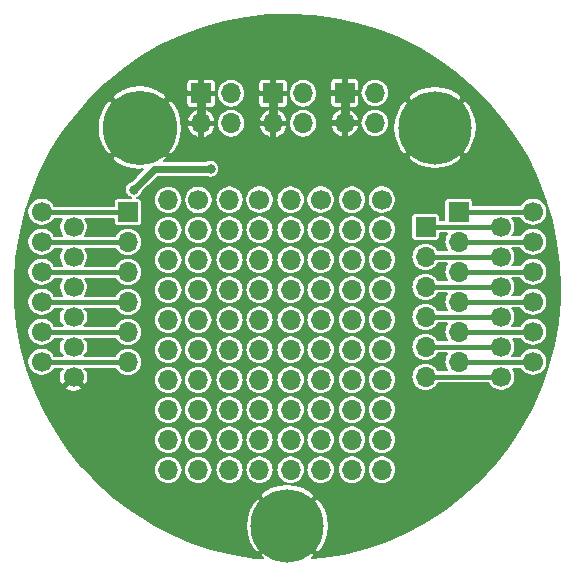
<source format=gbl>
G04 #@! TF.GenerationSoftware,KiCad,Pcbnew,(5.0.0)*
G04 #@! TF.CreationDate,2019-01-09T16:47:09-03:00*
G04 #@! TF.ProjectId,PCB_E,5043425F452E6B696361645F70636200,rev?*
G04 #@! TF.SameCoordinates,Original*
G04 #@! TF.FileFunction,Copper,L2,Bot,Signal*
G04 #@! TF.FilePolarity,Positive*
%FSLAX46Y46*%
G04 Gerber Fmt 4.6, Leading zero omitted, Abs format (unit mm)*
G04 Created by KiCad (PCBNEW (5.0.0)) date 01/09/19 16:47:09*
%MOMM*%
%LPD*%
G01*
G04 APERTURE LIST*
G04 #@! TA.AperFunction,ComponentPad*
%ADD10R,1.700000X1.700000*%
G04 #@! TD*
G04 #@! TA.AperFunction,ComponentPad*
%ADD11O,1.700000X1.700000*%
G04 #@! TD*
G04 #@! TA.AperFunction,ComponentPad*
%ADD12C,6.200000*%
G04 #@! TD*
G04 #@! TA.AperFunction,ComponentPad*
%ADD13C,6.300000*%
G04 #@! TD*
G04 #@! TA.AperFunction,ComponentPad*
%ADD14C,1.700000*%
G04 #@! TD*
G04 #@! TA.AperFunction,ViaPad*
%ADD15C,0.800000*%
G04 #@! TD*
G04 #@! TA.AperFunction,Conductor*
%ADD16C,0.800000*%
G04 #@! TD*
G04 #@! TA.AperFunction,Conductor*
%ADD17C,0.600000*%
G04 #@! TD*
G04 #@! TA.AperFunction,Conductor*
%ADD18C,0.400000*%
G04 #@! TD*
G04 #@! TA.AperFunction,Conductor*
%ADD19C,0.200000*%
G04 #@! TD*
G04 APERTURE END LIST*
D10*
G04 #@! TO.P,J1,1*
G04 #@! TO.N,GND*
X-7300000Y16400000D03*
D11*
G04 #@! TO.P,J1,2*
X-7300000Y13860000D03*
G04 #@! TO.P,J1,3*
G04 #@! TO.N,+BATT*
X-4760000Y16400000D03*
G04 #@! TO.P,J1,4*
X-4760000Y13860000D03*
G04 #@! TD*
G04 #@! TO.P,J2,4*
G04 #@! TO.N,+5V*
X7400000Y13900000D03*
G04 #@! TO.P,J2,3*
X7400000Y16440000D03*
G04 #@! TO.P,J2,2*
G04 #@! TO.N,GND*
X4860000Y13900000D03*
D10*
G04 #@! TO.P,J2,1*
X4860000Y16440000D03*
G04 #@! TD*
G04 #@! TO.P,J3,1*
G04 #@! TO.N,GND*
X-1200000Y16400000D03*
D11*
G04 #@! TO.P,J3,2*
X-1200000Y13860000D03*
G04 #@! TO.P,J3,3*
G04 #@! TO.N,+3V3*
X1340000Y16400000D03*
G04 #@! TO.P,J3,4*
X1340000Y13860000D03*
G04 #@! TD*
D10*
G04 #@! TO.P,J15,1*
G04 #@! TO.N,/MOSI*
X-13500000Y6350000D03*
D11*
G04 #@! TO.P,J15,2*
G04 #@! TO.N,/MISO*
X-13500000Y3810000D03*
G04 #@! TO.P,J15,3*
G04 #@! TO.N,/SCK*
X-13500000Y1270000D03*
G04 #@! TO.P,J15,4*
G04 #@! TO.N,/SS*
X-13500000Y-1270000D03*
G04 #@! TO.P,J15,5*
G04 #@! TO.N,/SCL*
X-13500000Y-3810000D03*
G04 #@! TO.P,J15,6*
G04 #@! TO.N,/SDA*
X-13500000Y-6350000D03*
G04 #@! TD*
D12*
G04 #@! TO.P,MH1,2*
G04 #@! TO.N,GND*
X12500000Y13500000D03*
D13*
G04 #@! TO.P,MH1,1*
X-12500000Y13500000D03*
D12*
G04 #@! TO.P,MH1,3*
X0Y-20200000D03*
G04 #@! TD*
D14*
G04 #@! TO.P,J12,19*
G04 #@! TO.N,/MOSI*
X-20800000Y6370000D03*
G04 #@! TO.P,J12,20*
G04 #@! TO.N,/MISO*
X-20800000Y3830000D03*
G04 #@! TO.P,J12,21*
G04 #@! TO.N,/SCK*
X-20800000Y1290000D03*
G04 #@! TO.P,J12,22*
G04 #@! TO.N,/SS*
X-20800000Y-1250000D03*
G04 #@! TO.P,J12,23*
G04 #@! TO.N,/SCL*
X-20800000Y-3790000D03*
G04 #@! TO.P,J12,24*
G04 #@! TO.N,/SDA*
X-20800000Y-6330000D03*
G04 #@! TO.P,J12,13*
G04 #@! TO.N,+BATT*
X-18100000Y5100000D03*
G04 #@! TO.P,J12,14*
G04 #@! TO.N,+3V3*
X-18100000Y2560000D03*
G04 #@! TO.P,J12,15*
G04 #@! TO.N,+5V*
X-18100000Y20000D03*
G04 #@! TO.P,J12,16*
G04 #@! TO.N,GND*
X-18100000Y-2520000D03*
G04 #@! TO.P,J12,17*
X-18100000Y-5060000D03*
G04 #@! TO.P,J12,18*
X-18100000Y-7600000D03*
G04 #@! TO.P,J12,1*
G04 #@! TO.N,/IO0*
X20800000Y6370000D03*
G04 #@! TO.P,J12,2*
G04 #@! TO.N,/IO1*
X20800000Y3830000D03*
G04 #@! TO.P,J12,3*
G04 #@! TO.N,/IO2*
X20800000Y1290000D03*
G04 #@! TO.P,J12,4*
G04 #@! TO.N,/IO3*
X20800000Y-1250000D03*
G04 #@! TO.P,J12,5*
G04 #@! TO.N,/IO4*
X20800000Y-3790000D03*
G04 #@! TO.P,J12,6*
G04 #@! TO.N,/IO5*
X20800000Y-6330000D03*
G04 #@! TO.P,J12,7*
G04 #@! TO.N,/Vbus*
X18100000Y5100000D03*
G04 #@! TO.P,J12,8*
G04 #@! TO.N,/IO6*
X18100000Y2560000D03*
G04 #@! TO.P,J12,9*
G04 #@! TO.N,/AD0*
X18100000Y20000D03*
G04 #@! TO.P,J12,10*
G04 #@! TO.N,/AD1*
X18100000Y-2520000D03*
G04 #@! TO.P,J12,11*
G04 #@! TO.N,/AD2*
X18100000Y-5060000D03*
G04 #@! TO.P,J12,12*
G04 #@! TO.N,/AD3*
X18100000Y-7600000D03*
G04 #@! TD*
G04 #@! TO.P,J4,1*
G04 #@! TO.N,Net-(J4-Pad1)*
X-7534999Y7374999D03*
D11*
G04 #@! TO.P,J4,2*
G04 #@! TO.N,Net-(J4-Pad2)*
X-10074999Y7374999D03*
G04 #@! TO.P,J4,3*
G04 #@! TO.N,Net-(J4-Pad3)*
X-7534999Y4834999D03*
G04 #@! TO.P,J4,4*
G04 #@! TO.N,Net-(J4-Pad4)*
X-10074999Y4834999D03*
G04 #@! TO.P,J4,5*
G04 #@! TO.N,Net-(J4-Pad5)*
X-7534999Y2294999D03*
G04 #@! TO.P,J4,6*
G04 #@! TO.N,Net-(J4-Pad6)*
X-10074999Y2294999D03*
G04 #@! TO.P,J4,7*
G04 #@! TO.N,Net-(J4-Pad7)*
X-7534999Y-245001D03*
G04 #@! TO.P,J4,8*
G04 #@! TO.N,Net-(J4-Pad8)*
X-10074999Y-245001D03*
G04 #@! TO.P,J4,9*
G04 #@! TO.N,Net-(J4-Pad9)*
X-7534999Y-2785001D03*
G04 #@! TO.P,J4,10*
G04 #@! TO.N,Net-(J4-Pad10)*
X-10074999Y-2785001D03*
G04 #@! TO.P,J4,11*
G04 #@! TO.N,Net-(J4-Pad11)*
X-7534999Y-5325001D03*
G04 #@! TO.P,J4,12*
G04 #@! TO.N,Net-(J4-Pad12)*
X-10074999Y-5325001D03*
G04 #@! TO.P,J4,13*
G04 #@! TO.N,Net-(J4-Pad13)*
X-7534999Y-7865001D03*
G04 #@! TO.P,J4,14*
G04 #@! TO.N,Net-(J4-Pad14)*
X-10074999Y-7865001D03*
G04 #@! TO.P,J4,15*
G04 #@! TO.N,Net-(J4-Pad15)*
X-7534999Y-10405001D03*
G04 #@! TO.P,J4,16*
G04 #@! TO.N,Net-(J4-Pad16)*
X-10074999Y-10405001D03*
G04 #@! TO.P,J4,17*
G04 #@! TO.N,Net-(J4-Pad17)*
X-7534999Y-12945001D03*
G04 #@! TO.P,J4,18*
G04 #@! TO.N,Net-(J4-Pad18)*
X-10074999Y-12945001D03*
G04 #@! TO.P,J4,19*
G04 #@! TO.N,Net-(J4-Pad19)*
X-7534999Y-15485001D03*
G04 #@! TO.P,J4,20*
G04 #@! TO.N,Net-(J4-Pad20)*
X-10074999Y-15485001D03*
G04 #@! TD*
D14*
G04 #@! TO.P,J5,1*
G04 #@! TO.N,Net-(J5-Pad1)*
X-2356666Y7400000D03*
D11*
G04 #@! TO.P,J5,2*
G04 #@! TO.N,Net-(J5-Pad2)*
X-4896666Y7400000D03*
G04 #@! TO.P,J5,3*
G04 #@! TO.N,Net-(J5-Pad3)*
X-2356666Y4860000D03*
G04 #@! TO.P,J5,4*
G04 #@! TO.N,Net-(J5-Pad4)*
X-4896666Y4860000D03*
G04 #@! TO.P,J5,5*
G04 #@! TO.N,Net-(J5-Pad5)*
X-2356666Y2320000D03*
G04 #@! TO.P,J5,6*
G04 #@! TO.N,Net-(J5-Pad6)*
X-4896666Y2320000D03*
G04 #@! TO.P,J5,7*
G04 #@! TO.N,Net-(J5-Pad7)*
X-2356666Y-220000D03*
G04 #@! TO.P,J5,8*
G04 #@! TO.N,Net-(J5-Pad8)*
X-4896666Y-220000D03*
G04 #@! TO.P,J5,9*
G04 #@! TO.N,Net-(J5-Pad9)*
X-2356666Y-2760000D03*
G04 #@! TO.P,J5,10*
G04 #@! TO.N,Net-(J5-Pad10)*
X-4896666Y-2760000D03*
G04 #@! TO.P,J5,11*
G04 #@! TO.N,Net-(J5-Pad11)*
X-2356666Y-5300000D03*
G04 #@! TO.P,J5,12*
G04 #@! TO.N,Net-(J5-Pad12)*
X-4896666Y-5300000D03*
G04 #@! TO.P,J5,13*
G04 #@! TO.N,Net-(J5-Pad13)*
X-2356666Y-7840000D03*
G04 #@! TO.P,J5,14*
G04 #@! TO.N,Net-(J5-Pad14)*
X-4896666Y-7840000D03*
G04 #@! TO.P,J5,15*
G04 #@! TO.N,Net-(J5-Pad15)*
X-2356666Y-10380000D03*
G04 #@! TO.P,J5,16*
G04 #@! TO.N,Net-(J5-Pad16)*
X-4896666Y-10380000D03*
G04 #@! TO.P,J5,17*
G04 #@! TO.N,Net-(J5-Pad17)*
X-2356666Y-12920000D03*
G04 #@! TO.P,J5,18*
G04 #@! TO.N,Net-(J5-Pad18)*
X-4896666Y-12920000D03*
G04 #@! TO.P,J5,19*
G04 #@! TO.N,Net-(J5-Pad19)*
X-2356666Y-15460000D03*
G04 #@! TO.P,J5,20*
G04 #@! TO.N,Net-(J5-Pad20)*
X-4896666Y-15460000D03*
G04 #@! TD*
G04 #@! TO.P,J6,20*
G04 #@! TO.N,Net-(J6-Pad20)*
X281667Y-15460000D03*
G04 #@! TO.P,J6,19*
G04 #@! TO.N,Net-(J6-Pad19)*
X2821667Y-15460000D03*
G04 #@! TO.P,J6,18*
G04 #@! TO.N,Net-(J6-Pad18)*
X281667Y-12920000D03*
G04 #@! TO.P,J6,17*
G04 #@! TO.N,Net-(J6-Pad17)*
X2821667Y-12920000D03*
G04 #@! TO.P,J6,16*
G04 #@! TO.N,Net-(J6-Pad16)*
X281667Y-10380000D03*
G04 #@! TO.P,J6,15*
G04 #@! TO.N,Net-(J6-Pad15)*
X2821667Y-10380000D03*
G04 #@! TO.P,J6,14*
G04 #@! TO.N,Net-(J6-Pad14)*
X281667Y-7840000D03*
G04 #@! TO.P,J6,13*
G04 #@! TO.N,Net-(J6-Pad13)*
X2821667Y-7840000D03*
G04 #@! TO.P,J6,12*
G04 #@! TO.N,Net-(J6-Pad12)*
X281667Y-5300000D03*
G04 #@! TO.P,J6,11*
G04 #@! TO.N,Net-(J6-Pad11)*
X2821667Y-5300000D03*
G04 #@! TO.P,J6,10*
G04 #@! TO.N,Net-(J6-Pad10)*
X281667Y-2760000D03*
G04 #@! TO.P,J6,9*
G04 #@! TO.N,Net-(J6-Pad9)*
X2821667Y-2760000D03*
G04 #@! TO.P,J6,8*
G04 #@! TO.N,Net-(J6-Pad8)*
X281667Y-220000D03*
G04 #@! TO.P,J6,7*
G04 #@! TO.N,Net-(J6-Pad7)*
X2821667Y-220000D03*
G04 #@! TO.P,J6,6*
G04 #@! TO.N,Net-(J6-Pad6)*
X281667Y2320000D03*
G04 #@! TO.P,J6,5*
G04 #@! TO.N,Net-(J6-Pad5)*
X2821667Y2320000D03*
G04 #@! TO.P,J6,4*
G04 #@! TO.N,Net-(J6-Pad4)*
X281667Y4860000D03*
G04 #@! TO.P,J6,3*
G04 #@! TO.N,Net-(J6-Pad3)*
X2821667Y4860000D03*
G04 #@! TO.P,J6,2*
G04 #@! TO.N,Net-(J6-Pad2)*
X281667Y7400000D03*
D14*
G04 #@! TO.P,J6,1*
G04 #@! TO.N,Net-(J6-Pad1)*
X2821667Y7400000D03*
G04 #@! TD*
D11*
G04 #@! TO.P,J7,20*
G04 #@! TO.N,Net-(J7-Pad20)*
X5460000Y-15460000D03*
G04 #@! TO.P,J7,19*
G04 #@! TO.N,Net-(J7-Pad19)*
X8000000Y-15460000D03*
G04 #@! TO.P,J7,18*
G04 #@! TO.N,Net-(J7-Pad18)*
X5460000Y-12920000D03*
G04 #@! TO.P,J7,17*
G04 #@! TO.N,Net-(J7-Pad17)*
X8000000Y-12920000D03*
G04 #@! TO.P,J7,16*
G04 #@! TO.N,Net-(J7-Pad16)*
X5460000Y-10380000D03*
G04 #@! TO.P,J7,15*
G04 #@! TO.N,Net-(J7-Pad15)*
X8000000Y-10380000D03*
G04 #@! TO.P,J7,14*
G04 #@! TO.N,Net-(J7-Pad14)*
X5460000Y-7840000D03*
G04 #@! TO.P,J7,13*
G04 #@! TO.N,Net-(J7-Pad13)*
X8000000Y-7840000D03*
G04 #@! TO.P,J7,12*
G04 #@! TO.N,Net-(J7-Pad12)*
X5460000Y-5300000D03*
G04 #@! TO.P,J7,11*
G04 #@! TO.N,Net-(J7-Pad11)*
X8000000Y-5300000D03*
G04 #@! TO.P,J7,10*
G04 #@! TO.N,Net-(J7-Pad10)*
X5460000Y-2760000D03*
G04 #@! TO.P,J7,9*
G04 #@! TO.N,Net-(J7-Pad9)*
X8000000Y-2760000D03*
G04 #@! TO.P,J7,8*
G04 #@! TO.N,Net-(J7-Pad8)*
X5460000Y-220000D03*
G04 #@! TO.P,J7,7*
G04 #@! TO.N,Net-(J7-Pad7)*
X8000000Y-220000D03*
G04 #@! TO.P,J7,6*
G04 #@! TO.N,Net-(J7-Pad6)*
X5460000Y2320000D03*
G04 #@! TO.P,J7,5*
G04 #@! TO.N,Net-(J7-Pad5)*
X8000000Y2320000D03*
G04 #@! TO.P,J7,4*
G04 #@! TO.N,Net-(J7-Pad4)*
X5460000Y4860000D03*
G04 #@! TO.P,J7,3*
G04 #@! TO.N,Net-(J7-Pad3)*
X8000000Y4860000D03*
G04 #@! TO.P,J7,2*
G04 #@! TO.N,Net-(J7-Pad2)*
X5460000Y7400000D03*
D14*
G04 #@! TO.P,J7,1*
G04 #@! TO.N,Net-(J7-Pad1)*
X8000000Y7400000D03*
G04 #@! TD*
D10*
G04 #@! TO.P,J14,1*
G04 #@! TO.N,/Vbus*
X11700000Y5100000D03*
D11*
G04 #@! TO.P,J14,2*
G04 #@! TO.N,/IO6*
X11700000Y2560000D03*
G04 #@! TO.P,J14,3*
G04 #@! TO.N,/AD0*
X11700000Y20000D03*
G04 #@! TO.P,J14,4*
G04 #@! TO.N,/AD1*
X11700000Y-2520000D03*
G04 #@! TO.P,J14,5*
G04 #@! TO.N,/AD2*
X11700000Y-5060000D03*
G04 #@! TO.P,J14,6*
G04 #@! TO.N,/AD3*
X11700000Y-7600000D03*
G04 #@! TD*
D10*
G04 #@! TO.P,J8,1*
G04 #@! TO.N,/IO0*
X14500000Y6370000D03*
D11*
G04 #@! TO.P,J8,2*
G04 #@! TO.N,/IO1*
X14500000Y3830000D03*
G04 #@! TO.P,J8,3*
G04 #@! TO.N,/IO2*
X14500000Y1290000D03*
G04 #@! TO.P,J8,4*
G04 #@! TO.N,/IO3*
X14500000Y-1250000D03*
G04 #@! TO.P,J8,5*
G04 #@! TO.N,/IO4*
X14500000Y-3790000D03*
G04 #@! TO.P,J8,6*
G04 #@! TO.N,/IO5*
X14500000Y-6330000D03*
G04 #@! TD*
D15*
G04 #@! TO.N,+5V*
X-13000000Y8250000D03*
X-6500000Y10000000D03*
G04 #@! TD*
D16*
G04 #@! TO.N,GND*
X-7300000Y16400000D02*
X-7300000Y13860000D01*
X-1200000Y16400000D02*
X-1200000Y13860000D01*
X4860000Y16440000D02*
X4860000Y13900000D01*
D17*
G04 #@! TO.N,+5V*
X-13000000Y8250000D02*
X-11250000Y10000000D01*
X-11250000Y10000000D02*
X-6500000Y10000000D01*
D18*
G04 #@! TO.N,/IO0*
X15020000Y6370000D02*
X15000000Y6350000D01*
X20800000Y6370000D02*
X15020000Y6370000D01*
G04 #@! TO.N,/IO1*
X15020000Y3830000D02*
X15000000Y3810000D01*
X20800000Y3830000D02*
X15020000Y3830000D01*
G04 #@! TO.N,/IO2*
X15020000Y1290000D02*
X15000000Y1270000D01*
X20800000Y1290000D02*
X15020000Y1290000D01*
G04 #@! TO.N,/IO3*
X15020000Y-1250000D02*
X15000000Y-1270000D01*
X20800000Y-1250000D02*
X15020000Y-1250000D01*
G04 #@! TO.N,/IO4*
X20780000Y-3810000D02*
X20800000Y-3790000D01*
X15000000Y-3810000D02*
X20780000Y-3810000D01*
G04 #@! TO.N,/IO5*
X20780000Y-6350000D02*
X20800000Y-6330000D01*
X15000000Y-6350000D02*
X20780000Y-6350000D01*
G04 #@! TO.N,/IO6*
X18100000Y2560000D02*
X12100000Y2560000D01*
G04 #@! TO.N,/AD0*
X18100000Y20000D02*
X12100000Y20000D01*
G04 #@! TO.N,/AD1*
X16897919Y-2520000D02*
X12100000Y-2520000D01*
X18100000Y-2520000D02*
X16897919Y-2520000D01*
G04 #@! TO.N,/AD2*
X18100000Y-5060000D02*
X12100000Y-5060000D01*
G04 #@! TO.N,/AD3*
X11700000Y-7600000D02*
X18100000Y-7600000D01*
G04 #@! TO.N,/MOSI*
X-19597919Y6350000D02*
X-14400000Y6350000D01*
X-20800000Y6350000D02*
X-19597919Y6350000D01*
X-20800000Y6350000D02*
X-13500000Y6350000D01*
G04 #@! TO.N,/MISO*
X-20800000Y3810000D02*
X-14400000Y3810000D01*
X-20800000Y3810000D02*
X-13500000Y3810000D01*
G04 #@! TO.N,/SCK*
X-17519998Y1270000D02*
X-14400000Y1270000D01*
X-20800000Y1270000D02*
X-17519998Y1270000D01*
X-20800000Y1270000D02*
X-13500000Y1270000D01*
G04 #@! TO.N,/SS*
X-20800000Y-1270000D02*
X-14400000Y-1270000D01*
X-20800000Y-1270000D02*
X-13500000Y-1270000D01*
G04 #@! TO.N,/SCL*
X-20800000Y-3810000D02*
X-14400000Y-3810000D01*
X-20800000Y-3810000D02*
X-13500000Y-3810000D01*
G04 #@! TO.N,/SDA*
X-20800000Y-6350000D02*
X-14400000Y-6350000D01*
X-20800000Y-6350000D02*
X-13500000Y-6350000D01*
G04 #@! TO.N,/Vbus*
X18100000Y5100000D02*
X12100000Y5100000D01*
G04 #@! TD*
D19*
G04 #@! TO.N,GND*
G36*
X2171549Y22972592D02*
X4046587Y22717411D01*
X5894411Y22309450D01*
X7702593Y21751452D01*
X9458974Y21047172D01*
X11151741Y20201344D01*
X12769510Y19219658D01*
X14301401Y18108715D01*
X15737112Y16875987D01*
X17066988Y15529764D01*
X18282084Y14079100D01*
X19374228Y12533750D01*
X20336077Y10904109D01*
X21161161Y9201135D01*
X21843932Y7436281D01*
X22379797Y5621416D01*
X22765153Y3768747D01*
X22997408Y1890731D01*
X23075000Y0D01*
X23047452Y-1127208D01*
X22877590Y-3011892D01*
X22553872Y-4876320D01*
X22078473Y-6707953D01*
X21454592Y-8494474D01*
X20686424Y-10223868D01*
X19779135Y-11884504D01*
X18738827Y-13465213D01*
X17572496Y-14955367D01*
X16287986Y-16344942D01*
X14893936Y-17624593D01*
X13399721Y-18785716D01*
X11815389Y-19820500D01*
X10151596Y-20721986D01*
X8419532Y-21484113D01*
X6630844Y-22101754D01*
X4797562Y-22570756D01*
X2932016Y-22887964D01*
X2094769Y-22960478D01*
X2307743Y-22719875D01*
X0Y-20412132D01*
X-2307743Y-22719875D01*
X-2093051Y-22962418D01*
X-2732172Y-22912679D01*
X-4600415Y-22611763D01*
X-6437720Y-22158777D01*
X-8231729Y-21556768D01*
X-9970379Y-20809786D01*
X-11097139Y-20211937D01*
X-3516915Y-20211937D01*
X-3447010Y-20897824D01*
X-3244638Y-21556893D01*
X-2930840Y-22143969D01*
X-2519875Y-22507743D01*
X-212132Y-20200000D01*
X212132Y-20200000D01*
X2519875Y-22507743D01*
X2930840Y-22143969D01*
X3253774Y-21534837D01*
X3451667Y-20874409D01*
X3516915Y-20188063D01*
X3447010Y-19502176D01*
X3244638Y-18843107D01*
X2930840Y-18256031D01*
X2519875Y-17892257D01*
X212132Y-20200000D01*
X-212132Y-20200000D01*
X-2519875Y-17892257D01*
X-2930840Y-18256031D01*
X-3253774Y-18865163D01*
X-3451667Y-19525591D01*
X-3516915Y-20211937D01*
X-11097139Y-20211937D01*
X-11641975Y-19922852D01*
X-13235276Y-18901933D01*
X-14739567Y-17753895D01*
X-14821353Y-17680125D01*
X-2307743Y-17680125D01*
X0Y-19987868D01*
X2307743Y-17680125D01*
X1943969Y-17269160D01*
X1334837Y-16946226D01*
X674409Y-16748333D01*
X-11937Y-16683085D01*
X-697824Y-16752990D01*
X-1356893Y-16955362D01*
X-1943969Y-17269160D01*
X-2307743Y-17680125D01*
X-14821353Y-17680125D01*
X-16144732Y-16486457D01*
X-17086807Y-15485001D01*
X-11280805Y-15485001D01*
X-11257636Y-15720242D01*
X-11189018Y-15946443D01*
X-11077590Y-16154911D01*
X-10927633Y-16337635D01*
X-10744909Y-16487592D01*
X-10536441Y-16599020D01*
X-10310240Y-16667638D01*
X-10133949Y-16685001D01*
X-10016049Y-16685001D01*
X-9839758Y-16667638D01*
X-9613557Y-16599020D01*
X-9405089Y-16487592D01*
X-9222365Y-16337635D01*
X-9072408Y-16154911D01*
X-8960980Y-15946443D01*
X-8892362Y-15720242D01*
X-8869193Y-15485001D01*
X-8740805Y-15485001D01*
X-8717636Y-15720242D01*
X-8649018Y-15946443D01*
X-8537590Y-16154911D01*
X-8387633Y-16337635D01*
X-8204909Y-16487592D01*
X-7996441Y-16599020D01*
X-7770240Y-16667638D01*
X-7593949Y-16685001D01*
X-7476049Y-16685001D01*
X-7299758Y-16667638D01*
X-7073557Y-16599020D01*
X-6865089Y-16487592D01*
X-6682365Y-16337635D01*
X-6532408Y-16154911D01*
X-6420980Y-15946443D01*
X-6352362Y-15720242D01*
X-6329193Y-15485001D01*
X-6331655Y-15460000D01*
X-6102472Y-15460000D01*
X-6079303Y-15695241D01*
X-6010685Y-15921442D01*
X-5899257Y-16129910D01*
X-5749300Y-16312634D01*
X-5566576Y-16462591D01*
X-5358108Y-16574019D01*
X-5131907Y-16642637D01*
X-4955616Y-16660000D01*
X-4837716Y-16660000D01*
X-4661425Y-16642637D01*
X-4435224Y-16574019D01*
X-4226756Y-16462591D01*
X-4044032Y-16312634D01*
X-3894075Y-16129910D01*
X-3782647Y-15921442D01*
X-3714029Y-15695241D01*
X-3690860Y-15460000D01*
X-3562472Y-15460000D01*
X-3539303Y-15695241D01*
X-3470685Y-15921442D01*
X-3359257Y-16129910D01*
X-3209300Y-16312634D01*
X-3026576Y-16462591D01*
X-2818108Y-16574019D01*
X-2591907Y-16642637D01*
X-2415616Y-16660000D01*
X-2297716Y-16660000D01*
X-2121425Y-16642637D01*
X-1895224Y-16574019D01*
X-1686756Y-16462591D01*
X-1504032Y-16312634D01*
X-1354075Y-16129910D01*
X-1242647Y-15921442D01*
X-1174029Y-15695241D01*
X-1150860Y-15460000D01*
X-924139Y-15460000D01*
X-900970Y-15695241D01*
X-832352Y-15921442D01*
X-720924Y-16129910D01*
X-570967Y-16312634D01*
X-388243Y-16462591D01*
X-179775Y-16574019D01*
X46426Y-16642637D01*
X222717Y-16660000D01*
X340617Y-16660000D01*
X516908Y-16642637D01*
X743109Y-16574019D01*
X951577Y-16462591D01*
X1134301Y-16312634D01*
X1284258Y-16129910D01*
X1395686Y-15921442D01*
X1464304Y-15695241D01*
X1487473Y-15460000D01*
X1615861Y-15460000D01*
X1639030Y-15695241D01*
X1707648Y-15921442D01*
X1819076Y-16129910D01*
X1969033Y-16312634D01*
X2151757Y-16462591D01*
X2360225Y-16574019D01*
X2586426Y-16642637D01*
X2762717Y-16660000D01*
X2880617Y-16660000D01*
X3056908Y-16642637D01*
X3283109Y-16574019D01*
X3491577Y-16462591D01*
X3674301Y-16312634D01*
X3824258Y-16129910D01*
X3935686Y-15921442D01*
X4004304Y-15695241D01*
X4027473Y-15460000D01*
X4254194Y-15460000D01*
X4277363Y-15695241D01*
X4345981Y-15921442D01*
X4457409Y-16129910D01*
X4607366Y-16312634D01*
X4790090Y-16462591D01*
X4998558Y-16574019D01*
X5224759Y-16642637D01*
X5401050Y-16660000D01*
X5518950Y-16660000D01*
X5695241Y-16642637D01*
X5921442Y-16574019D01*
X6129910Y-16462591D01*
X6312634Y-16312634D01*
X6462591Y-16129910D01*
X6574019Y-15921442D01*
X6642637Y-15695241D01*
X6665806Y-15460000D01*
X6794194Y-15460000D01*
X6817363Y-15695241D01*
X6885981Y-15921442D01*
X6997409Y-16129910D01*
X7147366Y-16312634D01*
X7330090Y-16462591D01*
X7538558Y-16574019D01*
X7764759Y-16642637D01*
X7941050Y-16660000D01*
X8058950Y-16660000D01*
X8235241Y-16642637D01*
X8461442Y-16574019D01*
X8669910Y-16462591D01*
X8852634Y-16312634D01*
X9002591Y-16129910D01*
X9114019Y-15921442D01*
X9182637Y-15695241D01*
X9205806Y-15460000D01*
X9182637Y-15224759D01*
X9114019Y-14998558D01*
X9002591Y-14790090D01*
X8852634Y-14607366D01*
X8669910Y-14457409D01*
X8461442Y-14345981D01*
X8235241Y-14277363D01*
X8058950Y-14260000D01*
X7941050Y-14260000D01*
X7764759Y-14277363D01*
X7538558Y-14345981D01*
X7330090Y-14457409D01*
X7147366Y-14607366D01*
X6997409Y-14790090D01*
X6885981Y-14998558D01*
X6817363Y-15224759D01*
X6794194Y-15460000D01*
X6665806Y-15460000D01*
X6642637Y-15224759D01*
X6574019Y-14998558D01*
X6462591Y-14790090D01*
X6312634Y-14607366D01*
X6129910Y-14457409D01*
X5921442Y-14345981D01*
X5695241Y-14277363D01*
X5518950Y-14260000D01*
X5401050Y-14260000D01*
X5224759Y-14277363D01*
X4998558Y-14345981D01*
X4790090Y-14457409D01*
X4607366Y-14607366D01*
X4457409Y-14790090D01*
X4345981Y-14998558D01*
X4277363Y-15224759D01*
X4254194Y-15460000D01*
X4027473Y-15460000D01*
X4004304Y-15224759D01*
X3935686Y-14998558D01*
X3824258Y-14790090D01*
X3674301Y-14607366D01*
X3491577Y-14457409D01*
X3283109Y-14345981D01*
X3056908Y-14277363D01*
X2880617Y-14260000D01*
X2762717Y-14260000D01*
X2586426Y-14277363D01*
X2360225Y-14345981D01*
X2151757Y-14457409D01*
X1969033Y-14607366D01*
X1819076Y-14790090D01*
X1707648Y-14998558D01*
X1639030Y-15224759D01*
X1615861Y-15460000D01*
X1487473Y-15460000D01*
X1464304Y-15224759D01*
X1395686Y-14998558D01*
X1284258Y-14790090D01*
X1134301Y-14607366D01*
X951577Y-14457409D01*
X743109Y-14345981D01*
X516908Y-14277363D01*
X340617Y-14260000D01*
X222717Y-14260000D01*
X46426Y-14277363D01*
X-179775Y-14345981D01*
X-388243Y-14457409D01*
X-570967Y-14607366D01*
X-720924Y-14790090D01*
X-832352Y-14998558D01*
X-900970Y-15224759D01*
X-924139Y-15460000D01*
X-1150860Y-15460000D01*
X-1174029Y-15224759D01*
X-1242647Y-14998558D01*
X-1354075Y-14790090D01*
X-1504032Y-14607366D01*
X-1686756Y-14457409D01*
X-1895224Y-14345981D01*
X-2121425Y-14277363D01*
X-2297716Y-14260000D01*
X-2415616Y-14260000D01*
X-2591907Y-14277363D01*
X-2818108Y-14345981D01*
X-3026576Y-14457409D01*
X-3209300Y-14607366D01*
X-3359257Y-14790090D01*
X-3470685Y-14998558D01*
X-3539303Y-15224759D01*
X-3562472Y-15460000D01*
X-3690860Y-15460000D01*
X-3714029Y-15224759D01*
X-3782647Y-14998558D01*
X-3894075Y-14790090D01*
X-4044032Y-14607366D01*
X-4226756Y-14457409D01*
X-4435224Y-14345981D01*
X-4661425Y-14277363D01*
X-4837716Y-14260000D01*
X-4955616Y-14260000D01*
X-5131907Y-14277363D01*
X-5358108Y-14345981D01*
X-5566576Y-14457409D01*
X-5749300Y-14607366D01*
X-5899257Y-14790090D01*
X-6010685Y-14998558D01*
X-6079303Y-15224759D01*
X-6102472Y-15460000D01*
X-6331655Y-15460000D01*
X-6352362Y-15249760D01*
X-6420980Y-15023559D01*
X-6532408Y-14815091D01*
X-6682365Y-14632367D01*
X-6865089Y-14482410D01*
X-7073557Y-14370982D01*
X-7299758Y-14302364D01*
X-7476049Y-14285001D01*
X-7593949Y-14285001D01*
X-7770240Y-14302364D01*
X-7996441Y-14370982D01*
X-8204909Y-14482410D01*
X-8387633Y-14632367D01*
X-8537590Y-14815091D01*
X-8649018Y-15023559D01*
X-8717636Y-15249760D01*
X-8740805Y-15485001D01*
X-8869193Y-15485001D01*
X-8892362Y-15249760D01*
X-8960980Y-15023559D01*
X-9072408Y-14815091D01*
X-9222365Y-14632367D01*
X-9405089Y-14482410D01*
X-9613557Y-14370982D01*
X-9839758Y-14302364D01*
X-10016049Y-14285001D01*
X-10133949Y-14285001D01*
X-10310240Y-14302364D01*
X-10536441Y-14370982D01*
X-10744909Y-14482410D01*
X-10927633Y-14632367D01*
X-11077590Y-14815091D01*
X-11189018Y-15023559D01*
X-11257636Y-15249760D01*
X-11280805Y-15485001D01*
X-17086807Y-15485001D01*
X-17441319Y-15108144D01*
X-18620609Y-13628226D01*
X-19078852Y-12945001D01*
X-11280805Y-12945001D01*
X-11257636Y-13180242D01*
X-11189018Y-13406443D01*
X-11077590Y-13614911D01*
X-10927633Y-13797635D01*
X-10744909Y-13947592D01*
X-10536441Y-14059020D01*
X-10310240Y-14127638D01*
X-10133949Y-14145001D01*
X-10016049Y-14145001D01*
X-9839758Y-14127638D01*
X-9613557Y-14059020D01*
X-9405089Y-13947592D01*
X-9222365Y-13797635D01*
X-9072408Y-13614911D01*
X-8960980Y-13406443D01*
X-8892362Y-13180242D01*
X-8869193Y-12945001D01*
X-8740805Y-12945001D01*
X-8717636Y-13180242D01*
X-8649018Y-13406443D01*
X-8537590Y-13614911D01*
X-8387633Y-13797635D01*
X-8204909Y-13947592D01*
X-7996441Y-14059020D01*
X-7770240Y-14127638D01*
X-7593949Y-14145001D01*
X-7476049Y-14145001D01*
X-7299758Y-14127638D01*
X-7073557Y-14059020D01*
X-6865089Y-13947592D01*
X-6682365Y-13797635D01*
X-6532408Y-13614911D01*
X-6420980Y-13406443D01*
X-6352362Y-13180242D01*
X-6329193Y-12945001D01*
X-6331655Y-12920000D01*
X-6102472Y-12920000D01*
X-6079303Y-13155241D01*
X-6010685Y-13381442D01*
X-5899257Y-13589910D01*
X-5749300Y-13772634D01*
X-5566576Y-13922591D01*
X-5358108Y-14034019D01*
X-5131907Y-14102637D01*
X-4955616Y-14120000D01*
X-4837716Y-14120000D01*
X-4661425Y-14102637D01*
X-4435224Y-14034019D01*
X-4226756Y-13922591D01*
X-4044032Y-13772634D01*
X-3894075Y-13589910D01*
X-3782647Y-13381442D01*
X-3714029Y-13155241D01*
X-3690860Y-12920000D01*
X-3562472Y-12920000D01*
X-3539303Y-13155241D01*
X-3470685Y-13381442D01*
X-3359257Y-13589910D01*
X-3209300Y-13772634D01*
X-3026576Y-13922591D01*
X-2818108Y-14034019D01*
X-2591907Y-14102637D01*
X-2415616Y-14120000D01*
X-2297716Y-14120000D01*
X-2121425Y-14102637D01*
X-1895224Y-14034019D01*
X-1686756Y-13922591D01*
X-1504032Y-13772634D01*
X-1354075Y-13589910D01*
X-1242647Y-13381442D01*
X-1174029Y-13155241D01*
X-1150860Y-12920000D01*
X-924139Y-12920000D01*
X-900970Y-13155241D01*
X-832352Y-13381442D01*
X-720924Y-13589910D01*
X-570967Y-13772634D01*
X-388243Y-13922591D01*
X-179775Y-14034019D01*
X46426Y-14102637D01*
X222717Y-14120000D01*
X340617Y-14120000D01*
X516908Y-14102637D01*
X743109Y-14034019D01*
X951577Y-13922591D01*
X1134301Y-13772634D01*
X1284258Y-13589910D01*
X1395686Y-13381442D01*
X1464304Y-13155241D01*
X1487473Y-12920000D01*
X1615861Y-12920000D01*
X1639030Y-13155241D01*
X1707648Y-13381442D01*
X1819076Y-13589910D01*
X1969033Y-13772634D01*
X2151757Y-13922591D01*
X2360225Y-14034019D01*
X2586426Y-14102637D01*
X2762717Y-14120000D01*
X2880617Y-14120000D01*
X3056908Y-14102637D01*
X3283109Y-14034019D01*
X3491577Y-13922591D01*
X3674301Y-13772634D01*
X3824258Y-13589910D01*
X3935686Y-13381442D01*
X4004304Y-13155241D01*
X4027473Y-12920000D01*
X4254194Y-12920000D01*
X4277363Y-13155241D01*
X4345981Y-13381442D01*
X4457409Y-13589910D01*
X4607366Y-13772634D01*
X4790090Y-13922591D01*
X4998558Y-14034019D01*
X5224759Y-14102637D01*
X5401050Y-14120000D01*
X5518950Y-14120000D01*
X5695241Y-14102637D01*
X5921442Y-14034019D01*
X6129910Y-13922591D01*
X6312634Y-13772634D01*
X6462591Y-13589910D01*
X6574019Y-13381442D01*
X6642637Y-13155241D01*
X6665806Y-12920000D01*
X6794194Y-12920000D01*
X6817363Y-13155241D01*
X6885981Y-13381442D01*
X6997409Y-13589910D01*
X7147366Y-13772634D01*
X7330090Y-13922591D01*
X7538558Y-14034019D01*
X7764759Y-14102637D01*
X7941050Y-14120000D01*
X8058950Y-14120000D01*
X8235241Y-14102637D01*
X8461442Y-14034019D01*
X8669910Y-13922591D01*
X8852634Y-13772634D01*
X9002591Y-13589910D01*
X9114019Y-13381442D01*
X9182637Y-13155241D01*
X9205806Y-12920000D01*
X9182637Y-12684759D01*
X9114019Y-12458558D01*
X9002591Y-12250090D01*
X8852634Y-12067366D01*
X8669910Y-11917409D01*
X8461442Y-11805981D01*
X8235241Y-11737363D01*
X8058950Y-11720000D01*
X7941050Y-11720000D01*
X7764759Y-11737363D01*
X7538558Y-11805981D01*
X7330090Y-11917409D01*
X7147366Y-12067366D01*
X6997409Y-12250090D01*
X6885981Y-12458558D01*
X6817363Y-12684759D01*
X6794194Y-12920000D01*
X6665806Y-12920000D01*
X6642637Y-12684759D01*
X6574019Y-12458558D01*
X6462591Y-12250090D01*
X6312634Y-12067366D01*
X6129910Y-11917409D01*
X5921442Y-11805981D01*
X5695241Y-11737363D01*
X5518950Y-11720000D01*
X5401050Y-11720000D01*
X5224759Y-11737363D01*
X4998558Y-11805981D01*
X4790090Y-11917409D01*
X4607366Y-12067366D01*
X4457409Y-12250090D01*
X4345981Y-12458558D01*
X4277363Y-12684759D01*
X4254194Y-12920000D01*
X4027473Y-12920000D01*
X4004304Y-12684759D01*
X3935686Y-12458558D01*
X3824258Y-12250090D01*
X3674301Y-12067366D01*
X3491577Y-11917409D01*
X3283109Y-11805981D01*
X3056908Y-11737363D01*
X2880617Y-11720000D01*
X2762717Y-11720000D01*
X2586426Y-11737363D01*
X2360225Y-11805981D01*
X2151757Y-11917409D01*
X1969033Y-12067366D01*
X1819076Y-12250090D01*
X1707648Y-12458558D01*
X1639030Y-12684759D01*
X1615861Y-12920000D01*
X1487473Y-12920000D01*
X1464304Y-12684759D01*
X1395686Y-12458558D01*
X1284258Y-12250090D01*
X1134301Y-12067366D01*
X951577Y-11917409D01*
X743109Y-11805981D01*
X516908Y-11737363D01*
X340617Y-11720000D01*
X222717Y-11720000D01*
X46426Y-11737363D01*
X-179775Y-11805981D01*
X-388243Y-11917409D01*
X-570967Y-12067366D01*
X-720924Y-12250090D01*
X-832352Y-12458558D01*
X-900970Y-12684759D01*
X-924139Y-12920000D01*
X-1150860Y-12920000D01*
X-1174029Y-12684759D01*
X-1242647Y-12458558D01*
X-1354075Y-12250090D01*
X-1504032Y-12067366D01*
X-1686756Y-11917409D01*
X-1895224Y-11805981D01*
X-2121425Y-11737363D01*
X-2297716Y-11720000D01*
X-2415616Y-11720000D01*
X-2591907Y-11737363D01*
X-2818108Y-11805981D01*
X-3026576Y-11917409D01*
X-3209300Y-12067366D01*
X-3359257Y-12250090D01*
X-3470685Y-12458558D01*
X-3539303Y-12684759D01*
X-3562472Y-12920000D01*
X-3690860Y-12920000D01*
X-3714029Y-12684759D01*
X-3782647Y-12458558D01*
X-3894075Y-12250090D01*
X-4044032Y-12067366D01*
X-4226756Y-11917409D01*
X-4435224Y-11805981D01*
X-4661425Y-11737363D01*
X-4837716Y-11720000D01*
X-4955616Y-11720000D01*
X-5131907Y-11737363D01*
X-5358108Y-11805981D01*
X-5566576Y-11917409D01*
X-5749300Y-12067366D01*
X-5899257Y-12250090D01*
X-6010685Y-12458558D01*
X-6079303Y-12684759D01*
X-6102472Y-12920000D01*
X-6331655Y-12920000D01*
X-6352362Y-12709760D01*
X-6420980Y-12483559D01*
X-6532408Y-12275091D01*
X-6682365Y-12092367D01*
X-6865089Y-11942410D01*
X-7073557Y-11830982D01*
X-7299758Y-11762364D01*
X-7476049Y-11745001D01*
X-7593949Y-11745001D01*
X-7770240Y-11762364D01*
X-7996441Y-11830982D01*
X-8204909Y-11942410D01*
X-8387633Y-12092367D01*
X-8537590Y-12275091D01*
X-8649018Y-12483559D01*
X-8717636Y-12709760D01*
X-8740805Y-12945001D01*
X-8869193Y-12945001D01*
X-8892362Y-12709760D01*
X-8960980Y-12483559D01*
X-9072408Y-12275091D01*
X-9222365Y-12092367D01*
X-9405089Y-11942410D01*
X-9613557Y-11830982D01*
X-9839758Y-11762364D01*
X-10016049Y-11745001D01*
X-10133949Y-11745001D01*
X-10310240Y-11762364D01*
X-10536441Y-11830982D01*
X-10744909Y-11942410D01*
X-10927633Y-12092367D01*
X-11077590Y-12275091D01*
X-11189018Y-12483559D01*
X-11257636Y-12709760D01*
X-11280805Y-12945001D01*
X-19078852Y-12945001D01*
X-19674672Y-12056654D01*
X-20595859Y-10405001D01*
X-11280805Y-10405001D01*
X-11257636Y-10640242D01*
X-11189018Y-10866443D01*
X-11077590Y-11074911D01*
X-10927633Y-11257635D01*
X-10744909Y-11407592D01*
X-10536441Y-11519020D01*
X-10310240Y-11587638D01*
X-10133949Y-11605001D01*
X-10016049Y-11605001D01*
X-9839758Y-11587638D01*
X-9613557Y-11519020D01*
X-9405089Y-11407592D01*
X-9222365Y-11257635D01*
X-9072408Y-11074911D01*
X-8960980Y-10866443D01*
X-8892362Y-10640242D01*
X-8869193Y-10405001D01*
X-8740805Y-10405001D01*
X-8717636Y-10640242D01*
X-8649018Y-10866443D01*
X-8537590Y-11074911D01*
X-8387633Y-11257635D01*
X-8204909Y-11407592D01*
X-7996441Y-11519020D01*
X-7770240Y-11587638D01*
X-7593949Y-11605001D01*
X-7476049Y-11605001D01*
X-7299758Y-11587638D01*
X-7073557Y-11519020D01*
X-6865089Y-11407592D01*
X-6682365Y-11257635D01*
X-6532408Y-11074911D01*
X-6420980Y-10866443D01*
X-6352362Y-10640242D01*
X-6329193Y-10405001D01*
X-6331655Y-10380000D01*
X-6102472Y-10380000D01*
X-6079303Y-10615241D01*
X-6010685Y-10841442D01*
X-5899257Y-11049910D01*
X-5749300Y-11232634D01*
X-5566576Y-11382591D01*
X-5358108Y-11494019D01*
X-5131907Y-11562637D01*
X-4955616Y-11580000D01*
X-4837716Y-11580000D01*
X-4661425Y-11562637D01*
X-4435224Y-11494019D01*
X-4226756Y-11382591D01*
X-4044032Y-11232634D01*
X-3894075Y-11049910D01*
X-3782647Y-10841442D01*
X-3714029Y-10615241D01*
X-3690860Y-10380000D01*
X-3562472Y-10380000D01*
X-3539303Y-10615241D01*
X-3470685Y-10841442D01*
X-3359257Y-11049910D01*
X-3209300Y-11232634D01*
X-3026576Y-11382591D01*
X-2818108Y-11494019D01*
X-2591907Y-11562637D01*
X-2415616Y-11580000D01*
X-2297716Y-11580000D01*
X-2121425Y-11562637D01*
X-1895224Y-11494019D01*
X-1686756Y-11382591D01*
X-1504032Y-11232634D01*
X-1354075Y-11049910D01*
X-1242647Y-10841442D01*
X-1174029Y-10615241D01*
X-1150860Y-10380000D01*
X-924139Y-10380000D01*
X-900970Y-10615241D01*
X-832352Y-10841442D01*
X-720924Y-11049910D01*
X-570967Y-11232634D01*
X-388243Y-11382591D01*
X-179775Y-11494019D01*
X46426Y-11562637D01*
X222717Y-11580000D01*
X340617Y-11580000D01*
X516908Y-11562637D01*
X743109Y-11494019D01*
X951577Y-11382591D01*
X1134301Y-11232634D01*
X1284258Y-11049910D01*
X1395686Y-10841442D01*
X1464304Y-10615241D01*
X1487473Y-10380000D01*
X1615861Y-10380000D01*
X1639030Y-10615241D01*
X1707648Y-10841442D01*
X1819076Y-11049910D01*
X1969033Y-11232634D01*
X2151757Y-11382591D01*
X2360225Y-11494019D01*
X2586426Y-11562637D01*
X2762717Y-11580000D01*
X2880617Y-11580000D01*
X3056908Y-11562637D01*
X3283109Y-11494019D01*
X3491577Y-11382591D01*
X3674301Y-11232634D01*
X3824258Y-11049910D01*
X3935686Y-10841442D01*
X4004304Y-10615241D01*
X4027473Y-10380000D01*
X4254194Y-10380000D01*
X4277363Y-10615241D01*
X4345981Y-10841442D01*
X4457409Y-11049910D01*
X4607366Y-11232634D01*
X4790090Y-11382591D01*
X4998558Y-11494019D01*
X5224759Y-11562637D01*
X5401050Y-11580000D01*
X5518950Y-11580000D01*
X5695241Y-11562637D01*
X5921442Y-11494019D01*
X6129910Y-11382591D01*
X6312634Y-11232634D01*
X6462591Y-11049910D01*
X6574019Y-10841442D01*
X6642637Y-10615241D01*
X6665806Y-10380000D01*
X6794194Y-10380000D01*
X6817363Y-10615241D01*
X6885981Y-10841442D01*
X6997409Y-11049910D01*
X7147366Y-11232634D01*
X7330090Y-11382591D01*
X7538558Y-11494019D01*
X7764759Y-11562637D01*
X7941050Y-11580000D01*
X8058950Y-11580000D01*
X8235241Y-11562637D01*
X8461442Y-11494019D01*
X8669910Y-11382591D01*
X8852634Y-11232634D01*
X9002591Y-11049910D01*
X9114019Y-10841442D01*
X9182637Y-10615241D01*
X9205806Y-10380000D01*
X9182637Y-10144759D01*
X9114019Y-9918558D01*
X9002591Y-9710090D01*
X8852634Y-9527366D01*
X8669910Y-9377409D01*
X8461442Y-9265981D01*
X8235241Y-9197363D01*
X8058950Y-9180000D01*
X7941050Y-9180000D01*
X7764759Y-9197363D01*
X7538558Y-9265981D01*
X7330090Y-9377409D01*
X7147366Y-9527366D01*
X6997409Y-9710090D01*
X6885981Y-9918558D01*
X6817363Y-10144759D01*
X6794194Y-10380000D01*
X6665806Y-10380000D01*
X6642637Y-10144759D01*
X6574019Y-9918558D01*
X6462591Y-9710090D01*
X6312634Y-9527366D01*
X6129910Y-9377409D01*
X5921442Y-9265981D01*
X5695241Y-9197363D01*
X5518950Y-9180000D01*
X5401050Y-9180000D01*
X5224759Y-9197363D01*
X4998558Y-9265981D01*
X4790090Y-9377409D01*
X4607366Y-9527366D01*
X4457409Y-9710090D01*
X4345981Y-9918558D01*
X4277363Y-10144759D01*
X4254194Y-10380000D01*
X4027473Y-10380000D01*
X4004304Y-10144759D01*
X3935686Y-9918558D01*
X3824258Y-9710090D01*
X3674301Y-9527366D01*
X3491577Y-9377409D01*
X3283109Y-9265981D01*
X3056908Y-9197363D01*
X2880617Y-9180000D01*
X2762717Y-9180000D01*
X2586426Y-9197363D01*
X2360225Y-9265981D01*
X2151757Y-9377409D01*
X1969033Y-9527366D01*
X1819076Y-9710090D01*
X1707648Y-9918558D01*
X1639030Y-10144759D01*
X1615861Y-10380000D01*
X1487473Y-10380000D01*
X1464304Y-10144759D01*
X1395686Y-9918558D01*
X1284258Y-9710090D01*
X1134301Y-9527366D01*
X951577Y-9377409D01*
X743109Y-9265981D01*
X516908Y-9197363D01*
X340617Y-9180000D01*
X222717Y-9180000D01*
X46426Y-9197363D01*
X-179775Y-9265981D01*
X-388243Y-9377409D01*
X-570967Y-9527366D01*
X-720924Y-9710090D01*
X-832352Y-9918558D01*
X-900970Y-10144759D01*
X-924139Y-10380000D01*
X-1150860Y-10380000D01*
X-1174029Y-10144759D01*
X-1242647Y-9918558D01*
X-1354075Y-9710090D01*
X-1504032Y-9527366D01*
X-1686756Y-9377409D01*
X-1895224Y-9265981D01*
X-2121425Y-9197363D01*
X-2297716Y-9180000D01*
X-2415616Y-9180000D01*
X-2591907Y-9197363D01*
X-2818108Y-9265981D01*
X-3026576Y-9377409D01*
X-3209300Y-9527366D01*
X-3359257Y-9710090D01*
X-3470685Y-9918558D01*
X-3539303Y-10144759D01*
X-3562472Y-10380000D01*
X-3690860Y-10380000D01*
X-3714029Y-10144759D01*
X-3782647Y-9918558D01*
X-3894075Y-9710090D01*
X-4044032Y-9527366D01*
X-4226756Y-9377409D01*
X-4435224Y-9265981D01*
X-4661425Y-9197363D01*
X-4837716Y-9180000D01*
X-4955616Y-9180000D01*
X-5131907Y-9197363D01*
X-5358108Y-9265981D01*
X-5566576Y-9377409D01*
X-5749300Y-9527366D01*
X-5899257Y-9710090D01*
X-6010685Y-9918558D01*
X-6079303Y-10144759D01*
X-6102472Y-10380000D01*
X-6331655Y-10380000D01*
X-6352362Y-10169760D01*
X-6420980Y-9943559D01*
X-6532408Y-9735091D01*
X-6682365Y-9552367D01*
X-6865089Y-9402410D01*
X-7073557Y-9290982D01*
X-7299758Y-9222364D01*
X-7476049Y-9205001D01*
X-7593949Y-9205001D01*
X-7770240Y-9222364D01*
X-7996441Y-9290982D01*
X-8204909Y-9402410D01*
X-8387633Y-9552367D01*
X-8537590Y-9735091D01*
X-8649018Y-9943559D01*
X-8717636Y-10169760D01*
X-8740805Y-10405001D01*
X-8869193Y-10405001D01*
X-8892362Y-10169760D01*
X-8960980Y-9943559D01*
X-9072408Y-9735091D01*
X-9222365Y-9552367D01*
X-9405089Y-9402410D01*
X-9613557Y-9290982D01*
X-9839758Y-9222364D01*
X-10016049Y-9205001D01*
X-10133949Y-9205001D01*
X-10310240Y-9222364D01*
X-10536441Y-9290982D01*
X-10744909Y-9402410D01*
X-10927633Y-9552367D01*
X-11077590Y-9735091D01*
X-11189018Y-9943559D01*
X-11257636Y-10169760D01*
X-11280805Y-10405001D01*
X-20595859Y-10405001D01*
X-20596418Y-10403999D01*
X-21379648Y-8681375D01*
X-21438806Y-8516605D01*
X-18804473Y-8516605D01*
X-18711650Y-8697059D01*
X-18485872Y-8795307D01*
X-18245264Y-8847618D01*
X-17999075Y-8851986D01*
X-17756764Y-8808240D01*
X-17527644Y-8718062D01*
X-17488350Y-8697059D01*
X-17395527Y-8516605D01*
X-18100000Y-7812132D01*
X-18804473Y-8516605D01*
X-21438806Y-8516605D01*
X-22019096Y-6900366D01*
X-22510460Y-5072951D01*
X-22850436Y-3211419D01*
X-23036737Y-1328290D01*
X-23068112Y563773D01*
X-22944348Y2452043D01*
X-22666278Y4323824D01*
X-22235773Y6166526D01*
X-22132189Y6488190D01*
X-22000000Y6488190D01*
X-22000000Y6251810D01*
X-21953884Y6019973D01*
X-21863426Y5801587D01*
X-21732101Y5605045D01*
X-21564955Y5437899D01*
X-21368413Y5306574D01*
X-21150027Y5216116D01*
X-20918190Y5170000D01*
X-20681810Y5170000D01*
X-20449973Y5216116D01*
X-20231587Y5306574D01*
X-20035045Y5437899D01*
X-19867899Y5605045D01*
X-19737634Y5800000D01*
X-19075502Y5800000D01*
X-19163426Y5668413D01*
X-19253884Y5450027D01*
X-19300000Y5218190D01*
X-19300000Y4981810D01*
X-19253884Y4749973D01*
X-19163426Y4531587D01*
X-19048775Y4360000D01*
X-19720663Y4360000D01*
X-19736574Y4398413D01*
X-19867899Y4594955D01*
X-20035045Y4762101D01*
X-20231587Y4893426D01*
X-20449973Y4983884D01*
X-20681810Y5030000D01*
X-20918190Y5030000D01*
X-21150027Y4983884D01*
X-21368413Y4893426D01*
X-21564955Y4762101D01*
X-21732101Y4594955D01*
X-21863426Y4398413D01*
X-21953884Y4180027D01*
X-22000000Y3948190D01*
X-22000000Y3711810D01*
X-21953884Y3479973D01*
X-21863426Y3261587D01*
X-21732101Y3065045D01*
X-21564955Y2897899D01*
X-21368413Y2766574D01*
X-21150027Y2676116D01*
X-20918190Y2630000D01*
X-20681810Y2630000D01*
X-20449973Y2676116D01*
X-20231587Y2766574D01*
X-20035045Y2897899D01*
X-19867899Y3065045D01*
X-19737634Y3260000D01*
X-19075502Y3260000D01*
X-19163426Y3128413D01*
X-19253884Y2910027D01*
X-19300000Y2678190D01*
X-19300000Y2441810D01*
X-19253884Y2209973D01*
X-19163426Y1991587D01*
X-19048775Y1820000D01*
X-19720663Y1820000D01*
X-19736574Y1858413D01*
X-19867899Y2054955D01*
X-20035045Y2222101D01*
X-20231587Y2353426D01*
X-20449973Y2443884D01*
X-20681810Y2490000D01*
X-20918190Y2490000D01*
X-21150027Y2443884D01*
X-21368413Y2353426D01*
X-21564955Y2222101D01*
X-21732101Y2054955D01*
X-21863426Y1858413D01*
X-21953884Y1640027D01*
X-22000000Y1408190D01*
X-22000000Y1171810D01*
X-21953884Y939973D01*
X-21863426Y721587D01*
X-21732101Y525045D01*
X-21564955Y357899D01*
X-21368413Y226574D01*
X-21150027Y136116D01*
X-20918190Y90000D01*
X-20681810Y90000D01*
X-20449973Y136116D01*
X-20231587Y226574D01*
X-20035045Y357899D01*
X-19867899Y525045D01*
X-19737634Y720000D01*
X-19075502Y720000D01*
X-19163426Y588413D01*
X-19253884Y370027D01*
X-19300000Y138190D01*
X-19300000Y-98190D01*
X-19253884Y-330027D01*
X-19163426Y-548413D01*
X-19048775Y-720000D01*
X-19720663Y-720000D01*
X-19736574Y-681587D01*
X-19867899Y-485045D01*
X-20035045Y-317899D01*
X-20231587Y-186574D01*
X-20449973Y-96116D01*
X-20681810Y-50000D01*
X-20918190Y-50000D01*
X-21150027Y-96116D01*
X-21368413Y-186574D01*
X-21564955Y-317899D01*
X-21732101Y-485045D01*
X-21863426Y-681587D01*
X-21953884Y-899973D01*
X-22000000Y-1131810D01*
X-22000000Y-1368190D01*
X-21953884Y-1600027D01*
X-21863426Y-1818413D01*
X-21732101Y-2014955D01*
X-21564955Y-2182101D01*
X-21368413Y-2313426D01*
X-21150027Y-2403884D01*
X-20918190Y-2450000D01*
X-20681810Y-2450000D01*
X-20449973Y-2403884D01*
X-20231587Y-2313426D01*
X-20035045Y-2182101D01*
X-19867899Y-2014955D01*
X-19737634Y-1820000D01*
X-19025301Y-1820000D01*
X-19197059Y-1908350D01*
X-19295307Y-2134128D01*
X-19347618Y-2374736D01*
X-19351986Y-2620925D01*
X-19308240Y-2863236D01*
X-19218062Y-3092356D01*
X-19197059Y-3131650D01*
X-19016607Y-3224472D01*
X-19052135Y-3260000D01*
X-19720663Y-3260000D01*
X-19736574Y-3221587D01*
X-19867899Y-3025045D01*
X-20035045Y-2857899D01*
X-20231587Y-2726574D01*
X-20449973Y-2636116D01*
X-20681810Y-2590000D01*
X-20918190Y-2590000D01*
X-21150027Y-2636116D01*
X-21368413Y-2726574D01*
X-21564955Y-2857899D01*
X-21732101Y-3025045D01*
X-21863426Y-3221587D01*
X-21953884Y-3439973D01*
X-22000000Y-3671810D01*
X-22000000Y-3908190D01*
X-21953884Y-4140027D01*
X-21863426Y-4358413D01*
X-21732101Y-4554955D01*
X-21564955Y-4722101D01*
X-21368413Y-4853426D01*
X-21150027Y-4943884D01*
X-20918190Y-4990000D01*
X-20681810Y-4990000D01*
X-20449973Y-4943884D01*
X-20231587Y-4853426D01*
X-20035045Y-4722101D01*
X-19867899Y-4554955D01*
X-19737634Y-4360000D01*
X-19025301Y-4360000D01*
X-19197059Y-4448350D01*
X-19295307Y-4674128D01*
X-19347618Y-4914736D01*
X-19351986Y-5160925D01*
X-19308240Y-5403236D01*
X-19218062Y-5632356D01*
X-19197059Y-5671650D01*
X-19016607Y-5764472D01*
X-19052135Y-5800000D01*
X-19720663Y-5800000D01*
X-19736574Y-5761587D01*
X-19867899Y-5565045D01*
X-20035045Y-5397899D01*
X-20231587Y-5266574D01*
X-20449973Y-5176116D01*
X-20681810Y-5130000D01*
X-20918190Y-5130000D01*
X-21150027Y-5176116D01*
X-21368413Y-5266574D01*
X-21564955Y-5397899D01*
X-21732101Y-5565045D01*
X-21863426Y-5761587D01*
X-21953884Y-5979973D01*
X-22000000Y-6211810D01*
X-22000000Y-6448190D01*
X-21953884Y-6680027D01*
X-21863426Y-6898413D01*
X-21732101Y-7094955D01*
X-21564955Y-7262101D01*
X-21368413Y-7393426D01*
X-21150027Y-7483884D01*
X-20918190Y-7530000D01*
X-20681810Y-7530000D01*
X-20449973Y-7483884D01*
X-20231587Y-7393426D01*
X-20035045Y-7262101D01*
X-19867899Y-7094955D01*
X-19737634Y-6900000D01*
X-19025301Y-6900000D01*
X-19197059Y-6988350D01*
X-19295307Y-7214128D01*
X-19347618Y-7454736D01*
X-19351986Y-7700925D01*
X-19308240Y-7943236D01*
X-19218062Y-8172356D01*
X-19197059Y-8211650D01*
X-19016605Y-8304473D01*
X-18312132Y-7600000D01*
X-18326275Y-7585858D01*
X-18114143Y-7373726D01*
X-18100000Y-7387868D01*
X-18085858Y-7373726D01*
X-17873726Y-7585858D01*
X-17887868Y-7600000D01*
X-17183395Y-8304473D01*
X-17002941Y-8211650D01*
X-16904693Y-7985872D01*
X-16878415Y-7865001D01*
X-11280805Y-7865001D01*
X-11257636Y-8100242D01*
X-11189018Y-8326443D01*
X-11077590Y-8534911D01*
X-10927633Y-8717635D01*
X-10744909Y-8867592D01*
X-10536441Y-8979020D01*
X-10310240Y-9047638D01*
X-10133949Y-9065001D01*
X-10016049Y-9065001D01*
X-9839758Y-9047638D01*
X-9613557Y-8979020D01*
X-9405089Y-8867592D01*
X-9222365Y-8717635D01*
X-9072408Y-8534911D01*
X-8960980Y-8326443D01*
X-8892362Y-8100242D01*
X-8869193Y-7865001D01*
X-8740805Y-7865001D01*
X-8717636Y-8100242D01*
X-8649018Y-8326443D01*
X-8537590Y-8534911D01*
X-8387633Y-8717635D01*
X-8204909Y-8867592D01*
X-7996441Y-8979020D01*
X-7770240Y-9047638D01*
X-7593949Y-9065001D01*
X-7476049Y-9065001D01*
X-7299758Y-9047638D01*
X-7073557Y-8979020D01*
X-6865089Y-8867592D01*
X-6682365Y-8717635D01*
X-6532408Y-8534911D01*
X-6420980Y-8326443D01*
X-6352362Y-8100242D01*
X-6329193Y-7865001D01*
X-6331655Y-7840000D01*
X-6102472Y-7840000D01*
X-6079303Y-8075241D01*
X-6010685Y-8301442D01*
X-5899257Y-8509910D01*
X-5749300Y-8692634D01*
X-5566576Y-8842591D01*
X-5358108Y-8954019D01*
X-5131907Y-9022637D01*
X-4955616Y-9040000D01*
X-4837716Y-9040000D01*
X-4661425Y-9022637D01*
X-4435224Y-8954019D01*
X-4226756Y-8842591D01*
X-4044032Y-8692634D01*
X-3894075Y-8509910D01*
X-3782647Y-8301442D01*
X-3714029Y-8075241D01*
X-3690860Y-7840000D01*
X-3562472Y-7840000D01*
X-3539303Y-8075241D01*
X-3470685Y-8301442D01*
X-3359257Y-8509910D01*
X-3209300Y-8692634D01*
X-3026576Y-8842591D01*
X-2818108Y-8954019D01*
X-2591907Y-9022637D01*
X-2415616Y-9040000D01*
X-2297716Y-9040000D01*
X-2121425Y-9022637D01*
X-1895224Y-8954019D01*
X-1686756Y-8842591D01*
X-1504032Y-8692634D01*
X-1354075Y-8509910D01*
X-1242647Y-8301442D01*
X-1174029Y-8075241D01*
X-1150860Y-7840000D01*
X-924139Y-7840000D01*
X-900970Y-8075241D01*
X-832352Y-8301442D01*
X-720924Y-8509910D01*
X-570967Y-8692634D01*
X-388243Y-8842591D01*
X-179775Y-8954019D01*
X46426Y-9022637D01*
X222717Y-9040000D01*
X340617Y-9040000D01*
X516908Y-9022637D01*
X743109Y-8954019D01*
X951577Y-8842591D01*
X1134301Y-8692634D01*
X1284258Y-8509910D01*
X1395686Y-8301442D01*
X1464304Y-8075241D01*
X1487473Y-7840000D01*
X1615861Y-7840000D01*
X1639030Y-8075241D01*
X1707648Y-8301442D01*
X1819076Y-8509910D01*
X1969033Y-8692634D01*
X2151757Y-8842591D01*
X2360225Y-8954019D01*
X2586426Y-9022637D01*
X2762717Y-9040000D01*
X2880617Y-9040000D01*
X3056908Y-9022637D01*
X3283109Y-8954019D01*
X3491577Y-8842591D01*
X3674301Y-8692634D01*
X3824258Y-8509910D01*
X3935686Y-8301442D01*
X4004304Y-8075241D01*
X4027473Y-7840000D01*
X4254194Y-7840000D01*
X4277363Y-8075241D01*
X4345981Y-8301442D01*
X4457409Y-8509910D01*
X4607366Y-8692634D01*
X4790090Y-8842591D01*
X4998558Y-8954019D01*
X5224759Y-9022637D01*
X5401050Y-9040000D01*
X5518950Y-9040000D01*
X5695241Y-9022637D01*
X5921442Y-8954019D01*
X6129910Y-8842591D01*
X6312634Y-8692634D01*
X6462591Y-8509910D01*
X6574019Y-8301442D01*
X6642637Y-8075241D01*
X6665806Y-7840000D01*
X6794194Y-7840000D01*
X6817363Y-8075241D01*
X6885981Y-8301442D01*
X6997409Y-8509910D01*
X7147366Y-8692634D01*
X7330090Y-8842591D01*
X7538558Y-8954019D01*
X7764759Y-9022637D01*
X7941050Y-9040000D01*
X8058950Y-9040000D01*
X8235241Y-9022637D01*
X8461442Y-8954019D01*
X8669910Y-8842591D01*
X8852634Y-8692634D01*
X9002591Y-8509910D01*
X9114019Y-8301442D01*
X9182637Y-8075241D01*
X9205806Y-7840000D01*
X9182637Y-7604759D01*
X9114019Y-7378558D01*
X9002591Y-7170090D01*
X8852634Y-6987366D01*
X8669910Y-6837409D01*
X8461442Y-6725981D01*
X8235241Y-6657363D01*
X8058950Y-6640000D01*
X7941050Y-6640000D01*
X7764759Y-6657363D01*
X7538558Y-6725981D01*
X7330090Y-6837409D01*
X7147366Y-6987366D01*
X6997409Y-7170090D01*
X6885981Y-7378558D01*
X6817363Y-7604759D01*
X6794194Y-7840000D01*
X6665806Y-7840000D01*
X6642637Y-7604759D01*
X6574019Y-7378558D01*
X6462591Y-7170090D01*
X6312634Y-6987366D01*
X6129910Y-6837409D01*
X5921442Y-6725981D01*
X5695241Y-6657363D01*
X5518950Y-6640000D01*
X5401050Y-6640000D01*
X5224759Y-6657363D01*
X4998558Y-6725981D01*
X4790090Y-6837409D01*
X4607366Y-6987366D01*
X4457409Y-7170090D01*
X4345981Y-7378558D01*
X4277363Y-7604759D01*
X4254194Y-7840000D01*
X4027473Y-7840000D01*
X4004304Y-7604759D01*
X3935686Y-7378558D01*
X3824258Y-7170090D01*
X3674301Y-6987366D01*
X3491577Y-6837409D01*
X3283109Y-6725981D01*
X3056908Y-6657363D01*
X2880617Y-6640000D01*
X2762717Y-6640000D01*
X2586426Y-6657363D01*
X2360225Y-6725981D01*
X2151757Y-6837409D01*
X1969033Y-6987366D01*
X1819076Y-7170090D01*
X1707648Y-7378558D01*
X1639030Y-7604759D01*
X1615861Y-7840000D01*
X1487473Y-7840000D01*
X1464304Y-7604759D01*
X1395686Y-7378558D01*
X1284258Y-7170090D01*
X1134301Y-6987366D01*
X951577Y-6837409D01*
X743109Y-6725981D01*
X516908Y-6657363D01*
X340617Y-6640000D01*
X222717Y-6640000D01*
X46426Y-6657363D01*
X-179775Y-6725981D01*
X-388243Y-6837409D01*
X-570967Y-6987366D01*
X-720924Y-7170090D01*
X-832352Y-7378558D01*
X-900970Y-7604759D01*
X-924139Y-7840000D01*
X-1150860Y-7840000D01*
X-1174029Y-7604759D01*
X-1242647Y-7378558D01*
X-1354075Y-7170090D01*
X-1504032Y-6987366D01*
X-1686756Y-6837409D01*
X-1895224Y-6725981D01*
X-2121425Y-6657363D01*
X-2297716Y-6640000D01*
X-2415616Y-6640000D01*
X-2591907Y-6657363D01*
X-2818108Y-6725981D01*
X-3026576Y-6837409D01*
X-3209300Y-6987366D01*
X-3359257Y-7170090D01*
X-3470685Y-7378558D01*
X-3539303Y-7604759D01*
X-3562472Y-7840000D01*
X-3690860Y-7840000D01*
X-3714029Y-7604759D01*
X-3782647Y-7378558D01*
X-3894075Y-7170090D01*
X-4044032Y-6987366D01*
X-4226756Y-6837409D01*
X-4435224Y-6725981D01*
X-4661425Y-6657363D01*
X-4837716Y-6640000D01*
X-4955616Y-6640000D01*
X-5131907Y-6657363D01*
X-5358108Y-6725981D01*
X-5566576Y-6837409D01*
X-5749300Y-6987366D01*
X-5899257Y-7170090D01*
X-6010685Y-7378558D01*
X-6079303Y-7604759D01*
X-6102472Y-7840000D01*
X-6331655Y-7840000D01*
X-6352362Y-7629760D01*
X-6420980Y-7403559D01*
X-6532408Y-7195091D01*
X-6682365Y-7012367D01*
X-6865089Y-6862410D01*
X-7073557Y-6750982D01*
X-7299758Y-6682364D01*
X-7476049Y-6665001D01*
X-7593949Y-6665001D01*
X-7770240Y-6682364D01*
X-7996441Y-6750982D01*
X-8204909Y-6862410D01*
X-8387633Y-7012367D01*
X-8537590Y-7195091D01*
X-8649018Y-7403559D01*
X-8717636Y-7629760D01*
X-8740805Y-7865001D01*
X-8869193Y-7865001D01*
X-8892362Y-7629760D01*
X-8960980Y-7403559D01*
X-9072408Y-7195091D01*
X-9222365Y-7012367D01*
X-9405089Y-6862410D01*
X-9613557Y-6750982D01*
X-9839758Y-6682364D01*
X-10016049Y-6665001D01*
X-10133949Y-6665001D01*
X-10310240Y-6682364D01*
X-10536441Y-6750982D01*
X-10744909Y-6862410D01*
X-10927633Y-7012367D01*
X-11077590Y-7195091D01*
X-11189018Y-7403559D01*
X-11257636Y-7629760D01*
X-11280805Y-7865001D01*
X-16878415Y-7865001D01*
X-16852382Y-7745264D01*
X-16848014Y-7499075D01*
X-16891760Y-7256764D01*
X-16981938Y-7027644D01*
X-17002941Y-6988350D01*
X-17174699Y-6900000D01*
X-14566684Y-6900000D01*
X-14502591Y-7019910D01*
X-14352634Y-7202634D01*
X-14169910Y-7352591D01*
X-13961442Y-7464019D01*
X-13735241Y-7532637D01*
X-13558950Y-7550000D01*
X-13441050Y-7550000D01*
X-13264759Y-7532637D01*
X-13038558Y-7464019D01*
X-12830090Y-7352591D01*
X-12647366Y-7202634D01*
X-12497409Y-7019910D01*
X-12385981Y-6811442D01*
X-12317363Y-6585241D01*
X-12294194Y-6350000D01*
X-12317363Y-6114759D01*
X-12385981Y-5888558D01*
X-12497409Y-5680090D01*
X-12647366Y-5497366D01*
X-12830090Y-5347409D01*
X-12872012Y-5325001D01*
X-11280805Y-5325001D01*
X-11257636Y-5560242D01*
X-11189018Y-5786443D01*
X-11077590Y-5994911D01*
X-10927633Y-6177635D01*
X-10744909Y-6327592D01*
X-10536441Y-6439020D01*
X-10310240Y-6507638D01*
X-10133949Y-6525001D01*
X-10016049Y-6525001D01*
X-9839758Y-6507638D01*
X-9613557Y-6439020D01*
X-9405089Y-6327592D01*
X-9222365Y-6177635D01*
X-9072408Y-5994911D01*
X-8960980Y-5786443D01*
X-8892362Y-5560242D01*
X-8869193Y-5325001D01*
X-8740805Y-5325001D01*
X-8717636Y-5560242D01*
X-8649018Y-5786443D01*
X-8537590Y-5994911D01*
X-8387633Y-6177635D01*
X-8204909Y-6327592D01*
X-7996441Y-6439020D01*
X-7770240Y-6507638D01*
X-7593949Y-6525001D01*
X-7476049Y-6525001D01*
X-7299758Y-6507638D01*
X-7073557Y-6439020D01*
X-6865089Y-6327592D01*
X-6682365Y-6177635D01*
X-6532408Y-5994911D01*
X-6420980Y-5786443D01*
X-6352362Y-5560242D01*
X-6329193Y-5325001D01*
X-6331655Y-5300000D01*
X-6102472Y-5300000D01*
X-6079303Y-5535241D01*
X-6010685Y-5761442D01*
X-5899257Y-5969910D01*
X-5749300Y-6152634D01*
X-5566576Y-6302591D01*
X-5358108Y-6414019D01*
X-5131907Y-6482637D01*
X-4955616Y-6500000D01*
X-4837716Y-6500000D01*
X-4661425Y-6482637D01*
X-4435224Y-6414019D01*
X-4226756Y-6302591D01*
X-4044032Y-6152634D01*
X-3894075Y-5969910D01*
X-3782647Y-5761442D01*
X-3714029Y-5535241D01*
X-3690860Y-5300000D01*
X-3562472Y-5300000D01*
X-3539303Y-5535241D01*
X-3470685Y-5761442D01*
X-3359257Y-5969910D01*
X-3209300Y-6152634D01*
X-3026576Y-6302591D01*
X-2818108Y-6414019D01*
X-2591907Y-6482637D01*
X-2415616Y-6500000D01*
X-2297716Y-6500000D01*
X-2121425Y-6482637D01*
X-1895224Y-6414019D01*
X-1686756Y-6302591D01*
X-1504032Y-6152634D01*
X-1354075Y-5969910D01*
X-1242647Y-5761442D01*
X-1174029Y-5535241D01*
X-1150860Y-5300000D01*
X-924139Y-5300000D01*
X-900970Y-5535241D01*
X-832352Y-5761442D01*
X-720924Y-5969910D01*
X-570967Y-6152634D01*
X-388243Y-6302591D01*
X-179775Y-6414019D01*
X46426Y-6482637D01*
X222717Y-6500000D01*
X340617Y-6500000D01*
X516908Y-6482637D01*
X743109Y-6414019D01*
X951577Y-6302591D01*
X1134301Y-6152634D01*
X1284258Y-5969910D01*
X1395686Y-5761442D01*
X1464304Y-5535241D01*
X1487473Y-5300000D01*
X1615861Y-5300000D01*
X1639030Y-5535241D01*
X1707648Y-5761442D01*
X1819076Y-5969910D01*
X1969033Y-6152634D01*
X2151757Y-6302591D01*
X2360225Y-6414019D01*
X2586426Y-6482637D01*
X2762717Y-6500000D01*
X2880617Y-6500000D01*
X3056908Y-6482637D01*
X3283109Y-6414019D01*
X3491577Y-6302591D01*
X3674301Y-6152634D01*
X3824258Y-5969910D01*
X3935686Y-5761442D01*
X4004304Y-5535241D01*
X4027473Y-5300000D01*
X4254194Y-5300000D01*
X4277363Y-5535241D01*
X4345981Y-5761442D01*
X4457409Y-5969910D01*
X4607366Y-6152634D01*
X4790090Y-6302591D01*
X4998558Y-6414019D01*
X5224759Y-6482637D01*
X5401050Y-6500000D01*
X5518950Y-6500000D01*
X5695241Y-6482637D01*
X5921442Y-6414019D01*
X6129910Y-6302591D01*
X6312634Y-6152634D01*
X6462591Y-5969910D01*
X6574019Y-5761442D01*
X6642637Y-5535241D01*
X6665806Y-5300000D01*
X6794194Y-5300000D01*
X6817363Y-5535241D01*
X6885981Y-5761442D01*
X6997409Y-5969910D01*
X7147366Y-6152634D01*
X7330090Y-6302591D01*
X7538558Y-6414019D01*
X7764759Y-6482637D01*
X7941050Y-6500000D01*
X8058950Y-6500000D01*
X8235241Y-6482637D01*
X8461442Y-6414019D01*
X8669910Y-6302591D01*
X8852634Y-6152634D01*
X9002591Y-5969910D01*
X9114019Y-5761442D01*
X9182637Y-5535241D01*
X9205806Y-5300000D01*
X9182637Y-5064759D01*
X9114019Y-4838558D01*
X9002591Y-4630090D01*
X8852634Y-4447366D01*
X8669910Y-4297409D01*
X8461442Y-4185981D01*
X8235241Y-4117363D01*
X8058950Y-4100000D01*
X7941050Y-4100000D01*
X7764759Y-4117363D01*
X7538558Y-4185981D01*
X7330090Y-4297409D01*
X7147366Y-4447366D01*
X6997409Y-4630090D01*
X6885981Y-4838558D01*
X6817363Y-5064759D01*
X6794194Y-5300000D01*
X6665806Y-5300000D01*
X6642637Y-5064759D01*
X6574019Y-4838558D01*
X6462591Y-4630090D01*
X6312634Y-4447366D01*
X6129910Y-4297409D01*
X5921442Y-4185981D01*
X5695241Y-4117363D01*
X5518950Y-4100000D01*
X5401050Y-4100000D01*
X5224759Y-4117363D01*
X4998558Y-4185981D01*
X4790090Y-4297409D01*
X4607366Y-4447366D01*
X4457409Y-4630090D01*
X4345981Y-4838558D01*
X4277363Y-5064759D01*
X4254194Y-5300000D01*
X4027473Y-5300000D01*
X4004304Y-5064759D01*
X3935686Y-4838558D01*
X3824258Y-4630090D01*
X3674301Y-4447366D01*
X3491577Y-4297409D01*
X3283109Y-4185981D01*
X3056908Y-4117363D01*
X2880617Y-4100000D01*
X2762717Y-4100000D01*
X2586426Y-4117363D01*
X2360225Y-4185981D01*
X2151757Y-4297409D01*
X1969033Y-4447366D01*
X1819076Y-4630090D01*
X1707648Y-4838558D01*
X1639030Y-5064759D01*
X1615861Y-5300000D01*
X1487473Y-5300000D01*
X1464304Y-5064759D01*
X1395686Y-4838558D01*
X1284258Y-4630090D01*
X1134301Y-4447366D01*
X951577Y-4297409D01*
X743109Y-4185981D01*
X516908Y-4117363D01*
X340617Y-4100000D01*
X222717Y-4100000D01*
X46426Y-4117363D01*
X-179775Y-4185981D01*
X-388243Y-4297409D01*
X-570967Y-4447366D01*
X-720924Y-4630090D01*
X-832352Y-4838558D01*
X-900970Y-5064759D01*
X-924139Y-5300000D01*
X-1150860Y-5300000D01*
X-1174029Y-5064759D01*
X-1242647Y-4838558D01*
X-1354075Y-4630090D01*
X-1504032Y-4447366D01*
X-1686756Y-4297409D01*
X-1895224Y-4185981D01*
X-2121425Y-4117363D01*
X-2297716Y-4100000D01*
X-2415616Y-4100000D01*
X-2591907Y-4117363D01*
X-2818108Y-4185981D01*
X-3026576Y-4297409D01*
X-3209300Y-4447366D01*
X-3359257Y-4630090D01*
X-3470685Y-4838558D01*
X-3539303Y-5064759D01*
X-3562472Y-5300000D01*
X-3690860Y-5300000D01*
X-3714029Y-5064759D01*
X-3782647Y-4838558D01*
X-3894075Y-4630090D01*
X-4044032Y-4447366D01*
X-4226756Y-4297409D01*
X-4435224Y-4185981D01*
X-4661425Y-4117363D01*
X-4837716Y-4100000D01*
X-4955616Y-4100000D01*
X-5131907Y-4117363D01*
X-5358108Y-4185981D01*
X-5566576Y-4297409D01*
X-5749300Y-4447366D01*
X-5899257Y-4630090D01*
X-6010685Y-4838558D01*
X-6079303Y-5064759D01*
X-6102472Y-5300000D01*
X-6331655Y-5300000D01*
X-6352362Y-5089760D01*
X-6420980Y-4863559D01*
X-6532408Y-4655091D01*
X-6682365Y-4472367D01*
X-6865089Y-4322410D01*
X-7073557Y-4210982D01*
X-7299758Y-4142364D01*
X-7476049Y-4125001D01*
X-7593949Y-4125001D01*
X-7770240Y-4142364D01*
X-7996441Y-4210982D01*
X-8204909Y-4322410D01*
X-8387633Y-4472367D01*
X-8537590Y-4655091D01*
X-8649018Y-4863559D01*
X-8717636Y-5089760D01*
X-8740805Y-5325001D01*
X-8869193Y-5325001D01*
X-8892362Y-5089760D01*
X-8960980Y-4863559D01*
X-9072408Y-4655091D01*
X-9222365Y-4472367D01*
X-9405089Y-4322410D01*
X-9613557Y-4210982D01*
X-9839758Y-4142364D01*
X-10016049Y-4125001D01*
X-10133949Y-4125001D01*
X-10310240Y-4142364D01*
X-10536441Y-4210982D01*
X-10744909Y-4322410D01*
X-10927633Y-4472367D01*
X-11077590Y-4655091D01*
X-11189018Y-4863559D01*
X-11257636Y-5089760D01*
X-11280805Y-5325001D01*
X-12872012Y-5325001D01*
X-13038558Y-5235981D01*
X-13264759Y-5167363D01*
X-13441050Y-5150000D01*
X-13558950Y-5150000D01*
X-13735241Y-5167363D01*
X-13961442Y-5235981D01*
X-14169910Y-5347409D01*
X-14352634Y-5497366D01*
X-14502591Y-5680090D01*
X-14566684Y-5800000D01*
X-17147865Y-5800000D01*
X-17183393Y-5764472D01*
X-17002941Y-5671650D01*
X-16904693Y-5445872D01*
X-16852382Y-5205264D01*
X-16848014Y-4959075D01*
X-16891760Y-4716764D01*
X-16981938Y-4487644D01*
X-17002941Y-4448350D01*
X-17174699Y-4360000D01*
X-14566684Y-4360000D01*
X-14502591Y-4479910D01*
X-14352634Y-4662634D01*
X-14169910Y-4812591D01*
X-13961442Y-4924019D01*
X-13735241Y-4992637D01*
X-13558950Y-5010000D01*
X-13441050Y-5010000D01*
X-13264759Y-4992637D01*
X-13038558Y-4924019D01*
X-12830090Y-4812591D01*
X-12647366Y-4662634D01*
X-12497409Y-4479910D01*
X-12385981Y-4271442D01*
X-12317363Y-4045241D01*
X-12294194Y-3810000D01*
X-12317363Y-3574759D01*
X-12385981Y-3348558D01*
X-12497409Y-3140090D01*
X-12647366Y-2957366D01*
X-12830090Y-2807409D01*
X-12872012Y-2785001D01*
X-11280805Y-2785001D01*
X-11257636Y-3020242D01*
X-11189018Y-3246443D01*
X-11077590Y-3454911D01*
X-10927633Y-3637635D01*
X-10744909Y-3787592D01*
X-10536441Y-3899020D01*
X-10310240Y-3967638D01*
X-10133949Y-3985001D01*
X-10016049Y-3985001D01*
X-9839758Y-3967638D01*
X-9613557Y-3899020D01*
X-9405089Y-3787592D01*
X-9222365Y-3637635D01*
X-9072408Y-3454911D01*
X-8960980Y-3246443D01*
X-8892362Y-3020242D01*
X-8869193Y-2785001D01*
X-8740805Y-2785001D01*
X-8717636Y-3020242D01*
X-8649018Y-3246443D01*
X-8537590Y-3454911D01*
X-8387633Y-3637635D01*
X-8204909Y-3787592D01*
X-7996441Y-3899020D01*
X-7770240Y-3967638D01*
X-7593949Y-3985001D01*
X-7476049Y-3985001D01*
X-7299758Y-3967638D01*
X-7073557Y-3899020D01*
X-6865089Y-3787592D01*
X-6682365Y-3637635D01*
X-6532408Y-3454911D01*
X-6420980Y-3246443D01*
X-6352362Y-3020242D01*
X-6329193Y-2785001D01*
X-6331655Y-2760000D01*
X-6102472Y-2760000D01*
X-6079303Y-2995241D01*
X-6010685Y-3221442D01*
X-5899257Y-3429910D01*
X-5749300Y-3612634D01*
X-5566576Y-3762591D01*
X-5358108Y-3874019D01*
X-5131907Y-3942637D01*
X-4955616Y-3960000D01*
X-4837716Y-3960000D01*
X-4661425Y-3942637D01*
X-4435224Y-3874019D01*
X-4226756Y-3762591D01*
X-4044032Y-3612634D01*
X-3894075Y-3429910D01*
X-3782647Y-3221442D01*
X-3714029Y-2995241D01*
X-3690860Y-2760000D01*
X-3562472Y-2760000D01*
X-3539303Y-2995241D01*
X-3470685Y-3221442D01*
X-3359257Y-3429910D01*
X-3209300Y-3612634D01*
X-3026576Y-3762591D01*
X-2818108Y-3874019D01*
X-2591907Y-3942637D01*
X-2415616Y-3960000D01*
X-2297716Y-3960000D01*
X-2121425Y-3942637D01*
X-1895224Y-3874019D01*
X-1686756Y-3762591D01*
X-1504032Y-3612634D01*
X-1354075Y-3429910D01*
X-1242647Y-3221442D01*
X-1174029Y-2995241D01*
X-1150860Y-2760000D01*
X-924139Y-2760000D01*
X-900970Y-2995241D01*
X-832352Y-3221442D01*
X-720924Y-3429910D01*
X-570967Y-3612634D01*
X-388243Y-3762591D01*
X-179775Y-3874019D01*
X46426Y-3942637D01*
X222717Y-3960000D01*
X340617Y-3960000D01*
X516908Y-3942637D01*
X743109Y-3874019D01*
X951577Y-3762591D01*
X1134301Y-3612634D01*
X1284258Y-3429910D01*
X1395686Y-3221442D01*
X1464304Y-2995241D01*
X1487473Y-2760000D01*
X1615861Y-2760000D01*
X1639030Y-2995241D01*
X1707648Y-3221442D01*
X1819076Y-3429910D01*
X1969033Y-3612634D01*
X2151757Y-3762591D01*
X2360225Y-3874019D01*
X2586426Y-3942637D01*
X2762717Y-3960000D01*
X2880617Y-3960000D01*
X3056908Y-3942637D01*
X3283109Y-3874019D01*
X3491577Y-3762591D01*
X3674301Y-3612634D01*
X3824258Y-3429910D01*
X3935686Y-3221442D01*
X4004304Y-2995241D01*
X4027473Y-2760000D01*
X4254194Y-2760000D01*
X4277363Y-2995241D01*
X4345981Y-3221442D01*
X4457409Y-3429910D01*
X4607366Y-3612634D01*
X4790090Y-3762591D01*
X4998558Y-3874019D01*
X5224759Y-3942637D01*
X5401050Y-3960000D01*
X5518950Y-3960000D01*
X5695241Y-3942637D01*
X5921442Y-3874019D01*
X6129910Y-3762591D01*
X6312634Y-3612634D01*
X6462591Y-3429910D01*
X6574019Y-3221442D01*
X6642637Y-2995241D01*
X6665806Y-2760000D01*
X6794194Y-2760000D01*
X6817363Y-2995241D01*
X6885981Y-3221442D01*
X6997409Y-3429910D01*
X7147366Y-3612634D01*
X7330090Y-3762591D01*
X7538558Y-3874019D01*
X7764759Y-3942637D01*
X7941050Y-3960000D01*
X8058950Y-3960000D01*
X8235241Y-3942637D01*
X8461442Y-3874019D01*
X8669910Y-3762591D01*
X8852634Y-3612634D01*
X9002591Y-3429910D01*
X9114019Y-3221442D01*
X9182637Y-2995241D01*
X9205806Y-2760000D01*
X9182637Y-2524759D01*
X9114019Y-2298558D01*
X9002591Y-2090090D01*
X8852634Y-1907366D01*
X8669910Y-1757409D01*
X8461442Y-1645981D01*
X8235241Y-1577363D01*
X8058950Y-1560000D01*
X7941050Y-1560000D01*
X7764759Y-1577363D01*
X7538558Y-1645981D01*
X7330090Y-1757409D01*
X7147366Y-1907366D01*
X6997409Y-2090090D01*
X6885981Y-2298558D01*
X6817363Y-2524759D01*
X6794194Y-2760000D01*
X6665806Y-2760000D01*
X6642637Y-2524759D01*
X6574019Y-2298558D01*
X6462591Y-2090090D01*
X6312634Y-1907366D01*
X6129910Y-1757409D01*
X5921442Y-1645981D01*
X5695241Y-1577363D01*
X5518950Y-1560000D01*
X5401050Y-1560000D01*
X5224759Y-1577363D01*
X4998558Y-1645981D01*
X4790090Y-1757409D01*
X4607366Y-1907366D01*
X4457409Y-2090090D01*
X4345981Y-2298558D01*
X4277363Y-2524759D01*
X4254194Y-2760000D01*
X4027473Y-2760000D01*
X4004304Y-2524759D01*
X3935686Y-2298558D01*
X3824258Y-2090090D01*
X3674301Y-1907366D01*
X3491577Y-1757409D01*
X3283109Y-1645981D01*
X3056908Y-1577363D01*
X2880617Y-1560000D01*
X2762717Y-1560000D01*
X2586426Y-1577363D01*
X2360225Y-1645981D01*
X2151757Y-1757409D01*
X1969033Y-1907366D01*
X1819076Y-2090090D01*
X1707648Y-2298558D01*
X1639030Y-2524759D01*
X1615861Y-2760000D01*
X1487473Y-2760000D01*
X1464304Y-2524759D01*
X1395686Y-2298558D01*
X1284258Y-2090090D01*
X1134301Y-1907366D01*
X951577Y-1757409D01*
X743109Y-1645981D01*
X516908Y-1577363D01*
X340617Y-1560000D01*
X222717Y-1560000D01*
X46426Y-1577363D01*
X-179775Y-1645981D01*
X-388243Y-1757409D01*
X-570967Y-1907366D01*
X-720924Y-2090090D01*
X-832352Y-2298558D01*
X-900970Y-2524759D01*
X-924139Y-2760000D01*
X-1150860Y-2760000D01*
X-1174029Y-2524759D01*
X-1242647Y-2298558D01*
X-1354075Y-2090090D01*
X-1504032Y-1907366D01*
X-1686756Y-1757409D01*
X-1895224Y-1645981D01*
X-2121425Y-1577363D01*
X-2297716Y-1560000D01*
X-2415616Y-1560000D01*
X-2591907Y-1577363D01*
X-2818108Y-1645981D01*
X-3026576Y-1757409D01*
X-3209300Y-1907366D01*
X-3359257Y-2090090D01*
X-3470685Y-2298558D01*
X-3539303Y-2524759D01*
X-3562472Y-2760000D01*
X-3690860Y-2760000D01*
X-3714029Y-2524759D01*
X-3782647Y-2298558D01*
X-3894075Y-2090090D01*
X-4044032Y-1907366D01*
X-4226756Y-1757409D01*
X-4435224Y-1645981D01*
X-4661425Y-1577363D01*
X-4837716Y-1560000D01*
X-4955616Y-1560000D01*
X-5131907Y-1577363D01*
X-5358108Y-1645981D01*
X-5566576Y-1757409D01*
X-5749300Y-1907366D01*
X-5899257Y-2090090D01*
X-6010685Y-2298558D01*
X-6079303Y-2524759D01*
X-6102472Y-2760000D01*
X-6331655Y-2760000D01*
X-6352362Y-2549760D01*
X-6420980Y-2323559D01*
X-6532408Y-2115091D01*
X-6682365Y-1932367D01*
X-6865089Y-1782410D01*
X-7073557Y-1670982D01*
X-7299758Y-1602364D01*
X-7476049Y-1585001D01*
X-7593949Y-1585001D01*
X-7770240Y-1602364D01*
X-7996441Y-1670982D01*
X-8204909Y-1782410D01*
X-8387633Y-1932367D01*
X-8537590Y-2115091D01*
X-8649018Y-2323559D01*
X-8717636Y-2549760D01*
X-8740805Y-2785001D01*
X-8869193Y-2785001D01*
X-8892362Y-2549760D01*
X-8960980Y-2323559D01*
X-9072408Y-2115091D01*
X-9222365Y-1932367D01*
X-9405089Y-1782410D01*
X-9613557Y-1670982D01*
X-9839758Y-1602364D01*
X-10016049Y-1585001D01*
X-10133949Y-1585001D01*
X-10310240Y-1602364D01*
X-10536441Y-1670982D01*
X-10744909Y-1782410D01*
X-10927633Y-1932367D01*
X-11077590Y-2115091D01*
X-11189018Y-2323559D01*
X-11257636Y-2549760D01*
X-11280805Y-2785001D01*
X-12872012Y-2785001D01*
X-13038558Y-2695981D01*
X-13264759Y-2627363D01*
X-13441050Y-2610000D01*
X-13558950Y-2610000D01*
X-13735241Y-2627363D01*
X-13961442Y-2695981D01*
X-14169910Y-2807409D01*
X-14352634Y-2957366D01*
X-14502591Y-3140090D01*
X-14566684Y-3260000D01*
X-17147865Y-3260000D01*
X-17183393Y-3224472D01*
X-17002941Y-3131650D01*
X-16904693Y-2905872D01*
X-16852382Y-2665264D01*
X-16848014Y-2419075D01*
X-16891760Y-2176764D01*
X-16981938Y-1947644D01*
X-17002941Y-1908350D01*
X-17174699Y-1820000D01*
X-14566684Y-1820000D01*
X-14502591Y-1939910D01*
X-14352634Y-2122634D01*
X-14169910Y-2272591D01*
X-13961442Y-2384019D01*
X-13735241Y-2452637D01*
X-13558950Y-2470000D01*
X-13441050Y-2470000D01*
X-13264759Y-2452637D01*
X-13038558Y-2384019D01*
X-12830090Y-2272591D01*
X-12647366Y-2122634D01*
X-12497409Y-1939910D01*
X-12385981Y-1731442D01*
X-12317363Y-1505241D01*
X-12294194Y-1270000D01*
X-12317363Y-1034759D01*
X-12385981Y-808558D01*
X-12497409Y-600090D01*
X-12647366Y-417366D01*
X-12830090Y-267409D01*
X-12872012Y-245001D01*
X-11280805Y-245001D01*
X-11257636Y-480242D01*
X-11189018Y-706443D01*
X-11077590Y-914911D01*
X-10927633Y-1097635D01*
X-10744909Y-1247592D01*
X-10536441Y-1359020D01*
X-10310240Y-1427638D01*
X-10133949Y-1445001D01*
X-10016049Y-1445001D01*
X-9839758Y-1427638D01*
X-9613557Y-1359020D01*
X-9405089Y-1247592D01*
X-9222365Y-1097635D01*
X-9072408Y-914911D01*
X-8960980Y-706443D01*
X-8892362Y-480242D01*
X-8869193Y-245001D01*
X-8740805Y-245001D01*
X-8717636Y-480242D01*
X-8649018Y-706443D01*
X-8537590Y-914911D01*
X-8387633Y-1097635D01*
X-8204909Y-1247592D01*
X-7996441Y-1359020D01*
X-7770240Y-1427638D01*
X-7593949Y-1445001D01*
X-7476049Y-1445001D01*
X-7299758Y-1427638D01*
X-7073557Y-1359020D01*
X-6865089Y-1247592D01*
X-6682365Y-1097635D01*
X-6532408Y-914911D01*
X-6420980Y-706443D01*
X-6352362Y-480242D01*
X-6329193Y-245001D01*
X-6331655Y-220000D01*
X-6102472Y-220000D01*
X-6079303Y-455241D01*
X-6010685Y-681442D01*
X-5899257Y-889910D01*
X-5749300Y-1072634D01*
X-5566576Y-1222591D01*
X-5358108Y-1334019D01*
X-5131907Y-1402637D01*
X-4955616Y-1420000D01*
X-4837716Y-1420000D01*
X-4661425Y-1402637D01*
X-4435224Y-1334019D01*
X-4226756Y-1222591D01*
X-4044032Y-1072634D01*
X-3894075Y-889910D01*
X-3782647Y-681442D01*
X-3714029Y-455241D01*
X-3690860Y-220000D01*
X-3562472Y-220000D01*
X-3539303Y-455241D01*
X-3470685Y-681442D01*
X-3359257Y-889910D01*
X-3209300Y-1072634D01*
X-3026576Y-1222591D01*
X-2818108Y-1334019D01*
X-2591907Y-1402637D01*
X-2415616Y-1420000D01*
X-2297716Y-1420000D01*
X-2121425Y-1402637D01*
X-1895224Y-1334019D01*
X-1686756Y-1222591D01*
X-1504032Y-1072634D01*
X-1354075Y-889910D01*
X-1242647Y-681442D01*
X-1174029Y-455241D01*
X-1150860Y-220000D01*
X-924139Y-220000D01*
X-900970Y-455241D01*
X-832352Y-681442D01*
X-720924Y-889910D01*
X-570967Y-1072634D01*
X-388243Y-1222591D01*
X-179775Y-1334019D01*
X46426Y-1402637D01*
X222717Y-1420000D01*
X340617Y-1420000D01*
X516908Y-1402637D01*
X743109Y-1334019D01*
X951577Y-1222591D01*
X1134301Y-1072634D01*
X1284258Y-889910D01*
X1395686Y-681442D01*
X1464304Y-455241D01*
X1487473Y-220000D01*
X1615861Y-220000D01*
X1639030Y-455241D01*
X1707648Y-681442D01*
X1819076Y-889910D01*
X1969033Y-1072634D01*
X2151757Y-1222591D01*
X2360225Y-1334019D01*
X2586426Y-1402637D01*
X2762717Y-1420000D01*
X2880617Y-1420000D01*
X3056908Y-1402637D01*
X3283109Y-1334019D01*
X3491577Y-1222591D01*
X3674301Y-1072634D01*
X3824258Y-889910D01*
X3935686Y-681442D01*
X4004304Y-455241D01*
X4027473Y-220000D01*
X4254194Y-220000D01*
X4277363Y-455241D01*
X4345981Y-681442D01*
X4457409Y-889910D01*
X4607366Y-1072634D01*
X4790090Y-1222591D01*
X4998558Y-1334019D01*
X5224759Y-1402637D01*
X5401050Y-1420000D01*
X5518950Y-1420000D01*
X5695241Y-1402637D01*
X5921442Y-1334019D01*
X6129910Y-1222591D01*
X6312634Y-1072634D01*
X6462591Y-889910D01*
X6574019Y-681442D01*
X6642637Y-455241D01*
X6665806Y-220000D01*
X6794194Y-220000D01*
X6817363Y-455241D01*
X6885981Y-681442D01*
X6997409Y-889910D01*
X7147366Y-1072634D01*
X7330090Y-1222591D01*
X7538558Y-1334019D01*
X7764759Y-1402637D01*
X7941050Y-1420000D01*
X8058950Y-1420000D01*
X8235241Y-1402637D01*
X8461442Y-1334019D01*
X8669910Y-1222591D01*
X8852634Y-1072634D01*
X9002591Y-889910D01*
X9114019Y-681442D01*
X9182637Y-455241D01*
X9205806Y-220000D01*
X9182637Y15241D01*
X9114019Y241442D01*
X9002591Y449910D01*
X8852634Y632634D01*
X8669910Y782591D01*
X8461442Y894019D01*
X8235241Y962637D01*
X8058950Y980000D01*
X7941050Y980000D01*
X7764759Y962637D01*
X7538558Y894019D01*
X7330090Y782591D01*
X7147366Y632634D01*
X6997409Y449910D01*
X6885981Y241442D01*
X6817363Y15241D01*
X6794194Y-220000D01*
X6665806Y-220000D01*
X6642637Y15241D01*
X6574019Y241442D01*
X6462591Y449910D01*
X6312634Y632634D01*
X6129910Y782591D01*
X5921442Y894019D01*
X5695241Y962637D01*
X5518950Y980000D01*
X5401050Y980000D01*
X5224759Y962637D01*
X4998558Y894019D01*
X4790090Y782591D01*
X4607366Y632634D01*
X4457409Y449910D01*
X4345981Y241442D01*
X4277363Y15241D01*
X4254194Y-220000D01*
X4027473Y-220000D01*
X4004304Y15241D01*
X3935686Y241442D01*
X3824258Y449910D01*
X3674301Y632634D01*
X3491577Y782591D01*
X3283109Y894019D01*
X3056908Y962637D01*
X2880617Y980000D01*
X2762717Y980000D01*
X2586426Y962637D01*
X2360225Y894019D01*
X2151757Y782591D01*
X1969033Y632634D01*
X1819076Y449910D01*
X1707648Y241442D01*
X1639030Y15241D01*
X1615861Y-220000D01*
X1487473Y-220000D01*
X1464304Y15241D01*
X1395686Y241442D01*
X1284258Y449910D01*
X1134301Y632634D01*
X951577Y782591D01*
X743109Y894019D01*
X516908Y962637D01*
X340617Y980000D01*
X222717Y980000D01*
X46426Y962637D01*
X-179775Y894019D01*
X-388243Y782591D01*
X-570967Y632634D01*
X-720924Y449910D01*
X-832352Y241442D01*
X-900970Y15241D01*
X-924139Y-220000D01*
X-1150860Y-220000D01*
X-1174029Y15241D01*
X-1242647Y241442D01*
X-1354075Y449910D01*
X-1504032Y632634D01*
X-1686756Y782591D01*
X-1895224Y894019D01*
X-2121425Y962637D01*
X-2297716Y980000D01*
X-2415616Y980000D01*
X-2591907Y962637D01*
X-2818108Y894019D01*
X-3026576Y782591D01*
X-3209300Y632634D01*
X-3359257Y449910D01*
X-3470685Y241442D01*
X-3539303Y15241D01*
X-3562472Y-220000D01*
X-3690860Y-220000D01*
X-3714029Y15241D01*
X-3782647Y241442D01*
X-3894075Y449910D01*
X-4044032Y632634D01*
X-4226756Y782591D01*
X-4435224Y894019D01*
X-4661425Y962637D01*
X-4837716Y980000D01*
X-4955616Y980000D01*
X-5131907Y962637D01*
X-5358108Y894019D01*
X-5566576Y782591D01*
X-5749300Y632634D01*
X-5899257Y449910D01*
X-6010685Y241442D01*
X-6079303Y15241D01*
X-6102472Y-220000D01*
X-6331655Y-220000D01*
X-6352362Y-9760D01*
X-6420980Y216441D01*
X-6532408Y424909D01*
X-6682365Y607633D01*
X-6865089Y757590D01*
X-7073557Y869018D01*
X-7299758Y937636D01*
X-7476049Y954999D01*
X-7593949Y954999D01*
X-7770240Y937636D01*
X-7996441Y869018D01*
X-8204909Y757590D01*
X-8387633Y607633D01*
X-8537590Y424909D01*
X-8649018Y216441D01*
X-8717636Y-9760D01*
X-8740805Y-245001D01*
X-8869193Y-245001D01*
X-8892362Y-9760D01*
X-8960980Y216441D01*
X-9072408Y424909D01*
X-9222365Y607633D01*
X-9405089Y757590D01*
X-9613557Y869018D01*
X-9839758Y937636D01*
X-10016049Y954999D01*
X-10133949Y954999D01*
X-10310240Y937636D01*
X-10536441Y869018D01*
X-10744909Y757590D01*
X-10927633Y607633D01*
X-11077590Y424909D01*
X-11189018Y216441D01*
X-11257636Y-9760D01*
X-11280805Y-245001D01*
X-12872012Y-245001D01*
X-13038558Y-155981D01*
X-13264759Y-87363D01*
X-13441050Y-70000D01*
X-13558950Y-70000D01*
X-13735241Y-87363D01*
X-13961442Y-155981D01*
X-14169910Y-267409D01*
X-14352634Y-417366D01*
X-14502591Y-600090D01*
X-14566684Y-720000D01*
X-17151225Y-720000D01*
X-17036574Y-548413D01*
X-16946116Y-330027D01*
X-16900000Y-98190D01*
X-16900000Y138190D01*
X-16946116Y370027D01*
X-17036574Y588413D01*
X-17124498Y720000D01*
X-14566684Y720000D01*
X-14502591Y600090D01*
X-14352634Y417366D01*
X-14169910Y267409D01*
X-13961442Y155981D01*
X-13735241Y87363D01*
X-13558950Y70000D01*
X-13441050Y70000D01*
X-13264759Y87363D01*
X-13038558Y155981D01*
X-12830090Y267409D01*
X-12647366Y417366D01*
X-12497409Y600090D01*
X-12385981Y808558D01*
X-12317363Y1034759D01*
X-12294194Y1270000D01*
X-12317363Y1505241D01*
X-12385981Y1731442D01*
X-12497409Y1939910D01*
X-12647366Y2122634D01*
X-12830090Y2272591D01*
X-12872012Y2294999D01*
X-11280805Y2294999D01*
X-11257636Y2059758D01*
X-11189018Y1833557D01*
X-11077590Y1625089D01*
X-10927633Y1442365D01*
X-10744909Y1292408D01*
X-10536441Y1180980D01*
X-10310240Y1112362D01*
X-10133949Y1094999D01*
X-10016049Y1094999D01*
X-9839758Y1112362D01*
X-9613557Y1180980D01*
X-9405089Y1292408D01*
X-9222365Y1442365D01*
X-9072408Y1625089D01*
X-8960980Y1833557D01*
X-8892362Y2059758D01*
X-8869193Y2294999D01*
X-8740805Y2294999D01*
X-8717636Y2059758D01*
X-8649018Y1833557D01*
X-8537590Y1625089D01*
X-8387633Y1442365D01*
X-8204909Y1292408D01*
X-7996441Y1180980D01*
X-7770240Y1112362D01*
X-7593949Y1094999D01*
X-7476049Y1094999D01*
X-7299758Y1112362D01*
X-7073557Y1180980D01*
X-6865089Y1292408D01*
X-6682365Y1442365D01*
X-6532408Y1625089D01*
X-6420980Y1833557D01*
X-6352362Y2059758D01*
X-6329193Y2294999D01*
X-6331655Y2320000D01*
X-6102472Y2320000D01*
X-6079303Y2084759D01*
X-6010685Y1858558D01*
X-5899257Y1650090D01*
X-5749300Y1467366D01*
X-5566576Y1317409D01*
X-5358108Y1205981D01*
X-5131907Y1137363D01*
X-4955616Y1120000D01*
X-4837716Y1120000D01*
X-4661425Y1137363D01*
X-4435224Y1205981D01*
X-4226756Y1317409D01*
X-4044032Y1467366D01*
X-3894075Y1650090D01*
X-3782647Y1858558D01*
X-3714029Y2084759D01*
X-3690860Y2320000D01*
X-3562472Y2320000D01*
X-3539303Y2084759D01*
X-3470685Y1858558D01*
X-3359257Y1650090D01*
X-3209300Y1467366D01*
X-3026576Y1317409D01*
X-2818108Y1205981D01*
X-2591907Y1137363D01*
X-2415616Y1120000D01*
X-2297716Y1120000D01*
X-2121425Y1137363D01*
X-1895224Y1205981D01*
X-1686756Y1317409D01*
X-1504032Y1467366D01*
X-1354075Y1650090D01*
X-1242647Y1858558D01*
X-1174029Y2084759D01*
X-1150860Y2320000D01*
X-924139Y2320000D01*
X-900970Y2084759D01*
X-832352Y1858558D01*
X-720924Y1650090D01*
X-570967Y1467366D01*
X-388243Y1317409D01*
X-179775Y1205981D01*
X46426Y1137363D01*
X222717Y1120000D01*
X340617Y1120000D01*
X516908Y1137363D01*
X743109Y1205981D01*
X951577Y1317409D01*
X1134301Y1467366D01*
X1284258Y1650090D01*
X1395686Y1858558D01*
X1464304Y2084759D01*
X1487473Y2320000D01*
X1615861Y2320000D01*
X1639030Y2084759D01*
X1707648Y1858558D01*
X1819076Y1650090D01*
X1969033Y1467366D01*
X2151757Y1317409D01*
X2360225Y1205981D01*
X2586426Y1137363D01*
X2762717Y1120000D01*
X2880617Y1120000D01*
X3056908Y1137363D01*
X3283109Y1205981D01*
X3491577Y1317409D01*
X3674301Y1467366D01*
X3824258Y1650090D01*
X3935686Y1858558D01*
X4004304Y2084759D01*
X4027473Y2320000D01*
X4254194Y2320000D01*
X4277363Y2084759D01*
X4345981Y1858558D01*
X4457409Y1650090D01*
X4607366Y1467366D01*
X4790090Y1317409D01*
X4998558Y1205981D01*
X5224759Y1137363D01*
X5401050Y1120000D01*
X5518950Y1120000D01*
X5695241Y1137363D01*
X5921442Y1205981D01*
X6129910Y1317409D01*
X6312634Y1467366D01*
X6462591Y1650090D01*
X6574019Y1858558D01*
X6642637Y2084759D01*
X6665806Y2320000D01*
X6794194Y2320000D01*
X6817363Y2084759D01*
X6885981Y1858558D01*
X6997409Y1650090D01*
X7147366Y1467366D01*
X7330090Y1317409D01*
X7538558Y1205981D01*
X7764759Y1137363D01*
X7941050Y1120000D01*
X8058950Y1120000D01*
X8235241Y1137363D01*
X8461442Y1205981D01*
X8669910Y1317409D01*
X8852634Y1467366D01*
X9002591Y1650090D01*
X9114019Y1858558D01*
X9182637Y2084759D01*
X9205806Y2320000D01*
X9182637Y2555241D01*
X9181194Y2560000D01*
X10494194Y2560000D01*
X10517363Y2324759D01*
X10585981Y2098558D01*
X10697409Y1890090D01*
X10847366Y1707366D01*
X11030090Y1557409D01*
X11238558Y1445981D01*
X11464759Y1377363D01*
X11641050Y1360000D01*
X11758950Y1360000D01*
X11935241Y1377363D01*
X12161442Y1445981D01*
X12369910Y1557409D01*
X12552634Y1707366D01*
X12702591Y1890090D01*
X12766684Y2010000D01*
X13538517Y2010000D01*
X13497409Y1959910D01*
X13385981Y1751442D01*
X13317363Y1525241D01*
X13294194Y1290000D01*
X13317363Y1054759D01*
X13385981Y828558D01*
X13497409Y620090D01*
X13538517Y570000D01*
X12766684Y570000D01*
X12702591Y689910D01*
X12552634Y872634D01*
X12369910Y1022591D01*
X12161442Y1134019D01*
X11935241Y1202637D01*
X11758950Y1220000D01*
X11641050Y1220000D01*
X11464759Y1202637D01*
X11238558Y1134019D01*
X11030090Y1022591D01*
X10847366Y872634D01*
X10697409Y689910D01*
X10585981Y481442D01*
X10517363Y255241D01*
X10494194Y20000D01*
X10517363Y-215241D01*
X10585981Y-441442D01*
X10697409Y-649910D01*
X10847366Y-832634D01*
X11030090Y-982591D01*
X11238558Y-1094019D01*
X11464759Y-1162637D01*
X11641050Y-1180000D01*
X11758950Y-1180000D01*
X11935241Y-1162637D01*
X12161442Y-1094019D01*
X12369910Y-982591D01*
X12552634Y-832634D01*
X12702591Y-649910D01*
X12766684Y-530000D01*
X13538517Y-530000D01*
X13497409Y-580090D01*
X13385981Y-788558D01*
X13317363Y-1014759D01*
X13294194Y-1250000D01*
X13317363Y-1485241D01*
X13385981Y-1711442D01*
X13497409Y-1919910D01*
X13538517Y-1970000D01*
X12766684Y-1970000D01*
X12702591Y-1850090D01*
X12552634Y-1667366D01*
X12369910Y-1517409D01*
X12161442Y-1405981D01*
X11935241Y-1337363D01*
X11758950Y-1320000D01*
X11641050Y-1320000D01*
X11464759Y-1337363D01*
X11238558Y-1405981D01*
X11030090Y-1517409D01*
X10847366Y-1667366D01*
X10697409Y-1850090D01*
X10585981Y-2058558D01*
X10517363Y-2284759D01*
X10494194Y-2520000D01*
X10517363Y-2755241D01*
X10585981Y-2981442D01*
X10697409Y-3189910D01*
X10847366Y-3372634D01*
X11030090Y-3522591D01*
X11238558Y-3634019D01*
X11464759Y-3702637D01*
X11641050Y-3720000D01*
X11758950Y-3720000D01*
X11935241Y-3702637D01*
X12161442Y-3634019D01*
X12369910Y-3522591D01*
X12552634Y-3372634D01*
X12702591Y-3189910D01*
X12766684Y-3070000D01*
X13538517Y-3070000D01*
X13497409Y-3120090D01*
X13385981Y-3328558D01*
X13317363Y-3554759D01*
X13294194Y-3790000D01*
X13317363Y-4025241D01*
X13385981Y-4251442D01*
X13497409Y-4459910D01*
X13538517Y-4510000D01*
X12766684Y-4510000D01*
X12702591Y-4390090D01*
X12552634Y-4207366D01*
X12369910Y-4057409D01*
X12161442Y-3945981D01*
X11935241Y-3877363D01*
X11758950Y-3860000D01*
X11641050Y-3860000D01*
X11464759Y-3877363D01*
X11238558Y-3945981D01*
X11030090Y-4057409D01*
X10847366Y-4207366D01*
X10697409Y-4390090D01*
X10585981Y-4598558D01*
X10517363Y-4824759D01*
X10494194Y-5060000D01*
X10517363Y-5295241D01*
X10585981Y-5521442D01*
X10697409Y-5729910D01*
X10847366Y-5912634D01*
X11030090Y-6062591D01*
X11238558Y-6174019D01*
X11464759Y-6242637D01*
X11641050Y-6260000D01*
X11758950Y-6260000D01*
X11935241Y-6242637D01*
X12161442Y-6174019D01*
X12369910Y-6062591D01*
X12552634Y-5912634D01*
X12702591Y-5729910D01*
X12766684Y-5610000D01*
X13538517Y-5610000D01*
X13497409Y-5660090D01*
X13385981Y-5868558D01*
X13317363Y-6094759D01*
X13294194Y-6330000D01*
X13317363Y-6565241D01*
X13385981Y-6791442D01*
X13497409Y-6999910D01*
X13538517Y-7050000D01*
X12766684Y-7050000D01*
X12702591Y-6930090D01*
X12552634Y-6747366D01*
X12369910Y-6597409D01*
X12161442Y-6485981D01*
X11935241Y-6417363D01*
X11758950Y-6400000D01*
X11641050Y-6400000D01*
X11464759Y-6417363D01*
X11238558Y-6485981D01*
X11030090Y-6597409D01*
X10847366Y-6747366D01*
X10697409Y-6930090D01*
X10585981Y-7138558D01*
X10517363Y-7364759D01*
X10494194Y-7600000D01*
X10517363Y-7835241D01*
X10585981Y-8061442D01*
X10697409Y-8269910D01*
X10847366Y-8452634D01*
X11030090Y-8602591D01*
X11238558Y-8714019D01*
X11464759Y-8782637D01*
X11641050Y-8800000D01*
X11758950Y-8800000D01*
X11935241Y-8782637D01*
X12161442Y-8714019D01*
X12369910Y-8602591D01*
X12552634Y-8452634D01*
X12702591Y-8269910D01*
X12766684Y-8150000D01*
X17028947Y-8150000D01*
X17036574Y-8168413D01*
X17167899Y-8364955D01*
X17335045Y-8532101D01*
X17531587Y-8663426D01*
X17749973Y-8753884D01*
X17981810Y-8800000D01*
X18218190Y-8800000D01*
X18450027Y-8753884D01*
X18668413Y-8663426D01*
X18864955Y-8532101D01*
X19032101Y-8364955D01*
X19163426Y-8168413D01*
X19253884Y-7950027D01*
X19300000Y-7718190D01*
X19300000Y-7481810D01*
X19253884Y-7249973D01*
X19163426Y-7031587D01*
X19075502Y-6900000D01*
X19737634Y-6900000D01*
X19867899Y-7094955D01*
X20035045Y-7262101D01*
X20231587Y-7393426D01*
X20449973Y-7483884D01*
X20681810Y-7530000D01*
X20918190Y-7530000D01*
X21150027Y-7483884D01*
X21368413Y-7393426D01*
X21564955Y-7262101D01*
X21732101Y-7094955D01*
X21863426Y-6898413D01*
X21953884Y-6680027D01*
X22000000Y-6448190D01*
X22000000Y-6211810D01*
X21953884Y-5979973D01*
X21863426Y-5761587D01*
X21732101Y-5565045D01*
X21564955Y-5397899D01*
X21368413Y-5266574D01*
X21150027Y-5176116D01*
X20918190Y-5130000D01*
X20681810Y-5130000D01*
X20449973Y-5176116D01*
X20231587Y-5266574D01*
X20035045Y-5397899D01*
X19867899Y-5565045D01*
X19736574Y-5761587D01*
X19720663Y-5800000D01*
X19048775Y-5800000D01*
X19163426Y-5628413D01*
X19253884Y-5410027D01*
X19300000Y-5178190D01*
X19300000Y-4941810D01*
X19253884Y-4709973D01*
X19163426Y-4491587D01*
X19075502Y-4360000D01*
X19737634Y-4360000D01*
X19867899Y-4554955D01*
X20035045Y-4722101D01*
X20231587Y-4853426D01*
X20449973Y-4943884D01*
X20681810Y-4990000D01*
X20918190Y-4990000D01*
X21150027Y-4943884D01*
X21368413Y-4853426D01*
X21564955Y-4722101D01*
X21732101Y-4554955D01*
X21863426Y-4358413D01*
X21953884Y-4140027D01*
X22000000Y-3908190D01*
X22000000Y-3671810D01*
X21953884Y-3439973D01*
X21863426Y-3221587D01*
X21732101Y-3025045D01*
X21564955Y-2857899D01*
X21368413Y-2726574D01*
X21150027Y-2636116D01*
X20918190Y-2590000D01*
X20681810Y-2590000D01*
X20449973Y-2636116D01*
X20231587Y-2726574D01*
X20035045Y-2857899D01*
X19867899Y-3025045D01*
X19736574Y-3221587D01*
X19720663Y-3260000D01*
X19048775Y-3260000D01*
X19163426Y-3088413D01*
X19253884Y-2870027D01*
X19300000Y-2638190D01*
X19300000Y-2401810D01*
X19253884Y-2169973D01*
X19163426Y-1951587D01*
X19062139Y-1800000D01*
X19728947Y-1800000D01*
X19736574Y-1818413D01*
X19867899Y-2014955D01*
X20035045Y-2182101D01*
X20231587Y-2313426D01*
X20449973Y-2403884D01*
X20681810Y-2450000D01*
X20918190Y-2450000D01*
X21150027Y-2403884D01*
X21368413Y-2313426D01*
X21564955Y-2182101D01*
X21732101Y-2014955D01*
X21863426Y-1818413D01*
X21953884Y-1600027D01*
X22000000Y-1368190D01*
X22000000Y-1131810D01*
X21953884Y-899973D01*
X21863426Y-681587D01*
X21732101Y-485045D01*
X21564955Y-317899D01*
X21368413Y-186574D01*
X21150027Y-96116D01*
X20918190Y-50000D01*
X20681810Y-50000D01*
X20449973Y-96116D01*
X20231587Y-186574D01*
X20035045Y-317899D01*
X19867899Y-485045D01*
X19736574Y-681587D01*
X19728947Y-700000D01*
X19062139Y-700000D01*
X19163426Y-548413D01*
X19253884Y-330027D01*
X19300000Y-98190D01*
X19300000Y138190D01*
X19253884Y370027D01*
X19163426Y588413D01*
X19062139Y740000D01*
X19728947Y740000D01*
X19736574Y721587D01*
X19867899Y525045D01*
X20035045Y357899D01*
X20231587Y226574D01*
X20449973Y136116D01*
X20681810Y90000D01*
X20918190Y90000D01*
X21150027Y136116D01*
X21368413Y226574D01*
X21564955Y357899D01*
X21732101Y525045D01*
X21863426Y721587D01*
X21953884Y939973D01*
X22000000Y1171810D01*
X22000000Y1408190D01*
X21953884Y1640027D01*
X21863426Y1858413D01*
X21732101Y2054955D01*
X21564955Y2222101D01*
X21368413Y2353426D01*
X21150027Y2443884D01*
X20918190Y2490000D01*
X20681810Y2490000D01*
X20449973Y2443884D01*
X20231587Y2353426D01*
X20035045Y2222101D01*
X19867899Y2054955D01*
X19736574Y1858413D01*
X19728947Y1840000D01*
X19062139Y1840000D01*
X19163426Y1991587D01*
X19253884Y2209973D01*
X19300000Y2441810D01*
X19300000Y2678190D01*
X19253884Y2910027D01*
X19163426Y3128413D01*
X19062139Y3280000D01*
X19728947Y3280000D01*
X19736574Y3261587D01*
X19867899Y3065045D01*
X20035045Y2897899D01*
X20231587Y2766574D01*
X20449973Y2676116D01*
X20681810Y2630000D01*
X20918190Y2630000D01*
X21150027Y2676116D01*
X21368413Y2766574D01*
X21564955Y2897899D01*
X21732101Y3065045D01*
X21863426Y3261587D01*
X21953884Y3479973D01*
X22000000Y3711810D01*
X22000000Y3948190D01*
X21953884Y4180027D01*
X21863426Y4398413D01*
X21732101Y4594955D01*
X21564955Y4762101D01*
X21368413Y4893426D01*
X21150027Y4983884D01*
X20918190Y5030000D01*
X20681810Y5030000D01*
X20449973Y4983884D01*
X20231587Y4893426D01*
X20035045Y4762101D01*
X19867899Y4594955D01*
X19736574Y4398413D01*
X19728947Y4380000D01*
X19062139Y4380000D01*
X19163426Y4531587D01*
X19253884Y4749973D01*
X19300000Y4981810D01*
X19300000Y5218190D01*
X19253884Y5450027D01*
X19163426Y5668413D01*
X19062139Y5820000D01*
X19728947Y5820000D01*
X19736574Y5801587D01*
X19867899Y5605045D01*
X20035045Y5437899D01*
X20231587Y5306574D01*
X20449973Y5216116D01*
X20681810Y5170000D01*
X20918190Y5170000D01*
X21150027Y5216116D01*
X21368413Y5306574D01*
X21564955Y5437899D01*
X21732101Y5605045D01*
X21863426Y5801587D01*
X21953884Y6019973D01*
X22000000Y6251810D01*
X22000000Y6488190D01*
X21953884Y6720027D01*
X21863426Y6938413D01*
X21732101Y7134955D01*
X21564955Y7302101D01*
X21368413Y7433426D01*
X21150027Y7523884D01*
X20918190Y7570000D01*
X20681810Y7570000D01*
X20449973Y7523884D01*
X20231587Y7433426D01*
X20035045Y7302101D01*
X19867899Y7134955D01*
X19736574Y6938413D01*
X19728947Y6920000D01*
X15701693Y6920000D01*
X15701693Y7220000D01*
X15694935Y7288612D01*
X15674922Y7354587D01*
X15642422Y7415390D01*
X15598685Y7468685D01*
X15545390Y7512422D01*
X15484587Y7544922D01*
X15418612Y7564935D01*
X15350000Y7571693D01*
X13650000Y7571693D01*
X13581388Y7564935D01*
X13515413Y7544922D01*
X13454610Y7512422D01*
X13401315Y7468685D01*
X13357578Y7415390D01*
X13325078Y7354587D01*
X13305065Y7288612D01*
X13298307Y7220000D01*
X13298307Y5650000D01*
X12901693Y5650000D01*
X12901693Y5950000D01*
X12894935Y6018612D01*
X12874922Y6084587D01*
X12842422Y6145390D01*
X12798685Y6198685D01*
X12745390Y6242422D01*
X12684587Y6274922D01*
X12618612Y6294935D01*
X12550000Y6301693D01*
X10850000Y6301693D01*
X10781388Y6294935D01*
X10715413Y6274922D01*
X10654610Y6242422D01*
X10601315Y6198685D01*
X10557578Y6145390D01*
X10525078Y6084587D01*
X10505065Y6018612D01*
X10498307Y5950000D01*
X10498307Y4250000D01*
X10505065Y4181388D01*
X10525078Y4115413D01*
X10557578Y4054610D01*
X10601315Y4001315D01*
X10654610Y3957578D01*
X10715413Y3925078D01*
X10781388Y3905065D01*
X10850000Y3898307D01*
X12550000Y3898307D01*
X12618612Y3905065D01*
X12684587Y3925078D01*
X12745390Y3957578D01*
X12798685Y4001315D01*
X12842422Y4054610D01*
X12874922Y4115413D01*
X12894935Y4181388D01*
X12901693Y4250000D01*
X12901693Y4550000D01*
X13538517Y4550000D01*
X13497409Y4499910D01*
X13385981Y4291442D01*
X13317363Y4065241D01*
X13294194Y3830000D01*
X13317363Y3594759D01*
X13385981Y3368558D01*
X13497409Y3160090D01*
X13538517Y3110000D01*
X12766684Y3110000D01*
X12702591Y3229910D01*
X12552634Y3412634D01*
X12369910Y3562591D01*
X12161442Y3674019D01*
X11935241Y3742637D01*
X11758950Y3760000D01*
X11641050Y3760000D01*
X11464759Y3742637D01*
X11238558Y3674019D01*
X11030090Y3562591D01*
X10847366Y3412634D01*
X10697409Y3229910D01*
X10585981Y3021442D01*
X10517363Y2795241D01*
X10494194Y2560000D01*
X9181194Y2560000D01*
X9114019Y2781442D01*
X9002591Y2989910D01*
X8852634Y3172634D01*
X8669910Y3322591D01*
X8461442Y3434019D01*
X8235241Y3502637D01*
X8058950Y3520000D01*
X7941050Y3520000D01*
X7764759Y3502637D01*
X7538558Y3434019D01*
X7330090Y3322591D01*
X7147366Y3172634D01*
X6997409Y2989910D01*
X6885981Y2781442D01*
X6817363Y2555241D01*
X6794194Y2320000D01*
X6665806Y2320000D01*
X6642637Y2555241D01*
X6574019Y2781442D01*
X6462591Y2989910D01*
X6312634Y3172634D01*
X6129910Y3322591D01*
X5921442Y3434019D01*
X5695241Y3502637D01*
X5518950Y3520000D01*
X5401050Y3520000D01*
X5224759Y3502637D01*
X4998558Y3434019D01*
X4790090Y3322591D01*
X4607366Y3172634D01*
X4457409Y2989910D01*
X4345981Y2781442D01*
X4277363Y2555241D01*
X4254194Y2320000D01*
X4027473Y2320000D01*
X4004304Y2555241D01*
X3935686Y2781442D01*
X3824258Y2989910D01*
X3674301Y3172634D01*
X3491577Y3322591D01*
X3283109Y3434019D01*
X3056908Y3502637D01*
X2880617Y3520000D01*
X2762717Y3520000D01*
X2586426Y3502637D01*
X2360225Y3434019D01*
X2151757Y3322591D01*
X1969033Y3172634D01*
X1819076Y2989910D01*
X1707648Y2781442D01*
X1639030Y2555241D01*
X1615861Y2320000D01*
X1487473Y2320000D01*
X1464304Y2555241D01*
X1395686Y2781442D01*
X1284258Y2989910D01*
X1134301Y3172634D01*
X951577Y3322591D01*
X743109Y3434019D01*
X516908Y3502637D01*
X340617Y3520000D01*
X222717Y3520000D01*
X46426Y3502637D01*
X-179775Y3434019D01*
X-388243Y3322591D01*
X-570967Y3172634D01*
X-720924Y2989910D01*
X-832352Y2781442D01*
X-900970Y2555241D01*
X-924139Y2320000D01*
X-1150860Y2320000D01*
X-1174029Y2555241D01*
X-1242647Y2781442D01*
X-1354075Y2989910D01*
X-1504032Y3172634D01*
X-1686756Y3322591D01*
X-1895224Y3434019D01*
X-2121425Y3502637D01*
X-2297716Y3520000D01*
X-2415616Y3520000D01*
X-2591907Y3502637D01*
X-2818108Y3434019D01*
X-3026576Y3322591D01*
X-3209300Y3172634D01*
X-3359257Y2989910D01*
X-3470685Y2781442D01*
X-3539303Y2555241D01*
X-3562472Y2320000D01*
X-3690860Y2320000D01*
X-3714029Y2555241D01*
X-3782647Y2781442D01*
X-3894075Y2989910D01*
X-4044032Y3172634D01*
X-4226756Y3322591D01*
X-4435224Y3434019D01*
X-4661425Y3502637D01*
X-4837716Y3520000D01*
X-4955616Y3520000D01*
X-5131907Y3502637D01*
X-5358108Y3434019D01*
X-5566576Y3322591D01*
X-5749300Y3172634D01*
X-5899257Y2989910D01*
X-6010685Y2781442D01*
X-6079303Y2555241D01*
X-6102472Y2320000D01*
X-6331655Y2320000D01*
X-6352362Y2530240D01*
X-6420980Y2756441D01*
X-6532408Y2964909D01*
X-6682365Y3147633D01*
X-6865089Y3297590D01*
X-7073557Y3409018D01*
X-7299758Y3477636D01*
X-7476049Y3494999D01*
X-7593949Y3494999D01*
X-7770240Y3477636D01*
X-7996441Y3409018D01*
X-8204909Y3297590D01*
X-8387633Y3147633D01*
X-8537590Y2964909D01*
X-8649018Y2756441D01*
X-8717636Y2530240D01*
X-8740805Y2294999D01*
X-8869193Y2294999D01*
X-8892362Y2530240D01*
X-8960980Y2756441D01*
X-9072408Y2964909D01*
X-9222365Y3147633D01*
X-9405089Y3297590D01*
X-9613557Y3409018D01*
X-9839758Y3477636D01*
X-10016049Y3494999D01*
X-10133949Y3494999D01*
X-10310240Y3477636D01*
X-10536441Y3409018D01*
X-10744909Y3297590D01*
X-10927633Y3147633D01*
X-11077590Y2964909D01*
X-11189018Y2756441D01*
X-11257636Y2530240D01*
X-11280805Y2294999D01*
X-12872012Y2294999D01*
X-13038558Y2384019D01*
X-13264759Y2452637D01*
X-13441050Y2470000D01*
X-13558950Y2470000D01*
X-13735241Y2452637D01*
X-13961442Y2384019D01*
X-14169910Y2272591D01*
X-14352634Y2122634D01*
X-14502591Y1939910D01*
X-14566684Y1820000D01*
X-17151225Y1820000D01*
X-17036574Y1991587D01*
X-16946116Y2209973D01*
X-16900000Y2441810D01*
X-16900000Y2678190D01*
X-16946116Y2910027D01*
X-17036574Y3128413D01*
X-17124498Y3260000D01*
X-14566684Y3260000D01*
X-14502591Y3140090D01*
X-14352634Y2957366D01*
X-14169910Y2807409D01*
X-13961442Y2695981D01*
X-13735241Y2627363D01*
X-13558950Y2610000D01*
X-13441050Y2610000D01*
X-13264759Y2627363D01*
X-13038558Y2695981D01*
X-12830090Y2807409D01*
X-12647366Y2957366D01*
X-12497409Y3140090D01*
X-12385981Y3348558D01*
X-12317363Y3574759D01*
X-12294194Y3810000D01*
X-12317363Y4045241D01*
X-12385981Y4271442D01*
X-12497409Y4479910D01*
X-12647366Y4662634D01*
X-12830090Y4812591D01*
X-12872012Y4834999D01*
X-11280805Y4834999D01*
X-11257636Y4599758D01*
X-11189018Y4373557D01*
X-11077590Y4165089D01*
X-10927633Y3982365D01*
X-10744909Y3832408D01*
X-10536441Y3720980D01*
X-10310240Y3652362D01*
X-10133949Y3634999D01*
X-10016049Y3634999D01*
X-9839758Y3652362D01*
X-9613557Y3720980D01*
X-9405089Y3832408D01*
X-9222365Y3982365D01*
X-9072408Y4165089D01*
X-8960980Y4373557D01*
X-8892362Y4599758D01*
X-8869193Y4834999D01*
X-8740805Y4834999D01*
X-8717636Y4599758D01*
X-8649018Y4373557D01*
X-8537590Y4165089D01*
X-8387633Y3982365D01*
X-8204909Y3832408D01*
X-7996441Y3720980D01*
X-7770240Y3652362D01*
X-7593949Y3634999D01*
X-7476049Y3634999D01*
X-7299758Y3652362D01*
X-7073557Y3720980D01*
X-6865089Y3832408D01*
X-6682365Y3982365D01*
X-6532408Y4165089D01*
X-6420980Y4373557D01*
X-6352362Y4599758D01*
X-6329193Y4834999D01*
X-6331655Y4860000D01*
X-6102472Y4860000D01*
X-6079303Y4624759D01*
X-6010685Y4398558D01*
X-5899257Y4190090D01*
X-5749300Y4007366D01*
X-5566576Y3857409D01*
X-5358108Y3745981D01*
X-5131907Y3677363D01*
X-4955616Y3660000D01*
X-4837716Y3660000D01*
X-4661425Y3677363D01*
X-4435224Y3745981D01*
X-4226756Y3857409D01*
X-4044032Y4007366D01*
X-3894075Y4190090D01*
X-3782647Y4398558D01*
X-3714029Y4624759D01*
X-3690860Y4860000D01*
X-3562472Y4860000D01*
X-3539303Y4624759D01*
X-3470685Y4398558D01*
X-3359257Y4190090D01*
X-3209300Y4007366D01*
X-3026576Y3857409D01*
X-2818108Y3745981D01*
X-2591907Y3677363D01*
X-2415616Y3660000D01*
X-2297716Y3660000D01*
X-2121425Y3677363D01*
X-1895224Y3745981D01*
X-1686756Y3857409D01*
X-1504032Y4007366D01*
X-1354075Y4190090D01*
X-1242647Y4398558D01*
X-1174029Y4624759D01*
X-1150860Y4860000D01*
X-924139Y4860000D01*
X-900970Y4624759D01*
X-832352Y4398558D01*
X-720924Y4190090D01*
X-570967Y4007366D01*
X-388243Y3857409D01*
X-179775Y3745981D01*
X46426Y3677363D01*
X222717Y3660000D01*
X340617Y3660000D01*
X516908Y3677363D01*
X743109Y3745981D01*
X951577Y3857409D01*
X1134301Y4007366D01*
X1284258Y4190090D01*
X1395686Y4398558D01*
X1464304Y4624759D01*
X1487473Y4860000D01*
X1615861Y4860000D01*
X1639030Y4624759D01*
X1707648Y4398558D01*
X1819076Y4190090D01*
X1969033Y4007366D01*
X2151757Y3857409D01*
X2360225Y3745981D01*
X2586426Y3677363D01*
X2762717Y3660000D01*
X2880617Y3660000D01*
X3056908Y3677363D01*
X3283109Y3745981D01*
X3491577Y3857409D01*
X3674301Y4007366D01*
X3824258Y4190090D01*
X3935686Y4398558D01*
X4004304Y4624759D01*
X4027473Y4860000D01*
X4254194Y4860000D01*
X4277363Y4624759D01*
X4345981Y4398558D01*
X4457409Y4190090D01*
X4607366Y4007366D01*
X4790090Y3857409D01*
X4998558Y3745981D01*
X5224759Y3677363D01*
X5401050Y3660000D01*
X5518950Y3660000D01*
X5695241Y3677363D01*
X5921442Y3745981D01*
X6129910Y3857409D01*
X6312634Y4007366D01*
X6462591Y4190090D01*
X6574019Y4398558D01*
X6642637Y4624759D01*
X6665806Y4860000D01*
X6794194Y4860000D01*
X6817363Y4624759D01*
X6885981Y4398558D01*
X6997409Y4190090D01*
X7147366Y4007366D01*
X7330090Y3857409D01*
X7538558Y3745981D01*
X7764759Y3677363D01*
X7941050Y3660000D01*
X8058950Y3660000D01*
X8235241Y3677363D01*
X8461442Y3745981D01*
X8669910Y3857409D01*
X8852634Y4007366D01*
X9002591Y4190090D01*
X9114019Y4398558D01*
X9182637Y4624759D01*
X9205806Y4860000D01*
X9182637Y5095241D01*
X9114019Y5321442D01*
X9002591Y5529910D01*
X8852634Y5712634D01*
X8669910Y5862591D01*
X8461442Y5974019D01*
X8235241Y6042637D01*
X8058950Y6060000D01*
X7941050Y6060000D01*
X7764759Y6042637D01*
X7538558Y5974019D01*
X7330090Y5862591D01*
X7147366Y5712634D01*
X6997409Y5529910D01*
X6885981Y5321442D01*
X6817363Y5095241D01*
X6794194Y4860000D01*
X6665806Y4860000D01*
X6642637Y5095241D01*
X6574019Y5321442D01*
X6462591Y5529910D01*
X6312634Y5712634D01*
X6129910Y5862591D01*
X5921442Y5974019D01*
X5695241Y6042637D01*
X5518950Y6060000D01*
X5401050Y6060000D01*
X5224759Y6042637D01*
X4998558Y5974019D01*
X4790090Y5862591D01*
X4607366Y5712634D01*
X4457409Y5529910D01*
X4345981Y5321442D01*
X4277363Y5095241D01*
X4254194Y4860000D01*
X4027473Y4860000D01*
X4004304Y5095241D01*
X3935686Y5321442D01*
X3824258Y5529910D01*
X3674301Y5712634D01*
X3491577Y5862591D01*
X3283109Y5974019D01*
X3056908Y6042637D01*
X2880617Y6060000D01*
X2762717Y6060000D01*
X2586426Y6042637D01*
X2360225Y5974019D01*
X2151757Y5862591D01*
X1969033Y5712634D01*
X1819076Y5529910D01*
X1707648Y5321442D01*
X1639030Y5095241D01*
X1615861Y4860000D01*
X1487473Y4860000D01*
X1464304Y5095241D01*
X1395686Y5321442D01*
X1284258Y5529910D01*
X1134301Y5712634D01*
X951577Y5862591D01*
X743109Y5974019D01*
X516908Y6042637D01*
X340617Y6060000D01*
X222717Y6060000D01*
X46426Y6042637D01*
X-179775Y5974019D01*
X-388243Y5862591D01*
X-570967Y5712634D01*
X-720924Y5529910D01*
X-832352Y5321442D01*
X-900970Y5095241D01*
X-924139Y4860000D01*
X-1150860Y4860000D01*
X-1174029Y5095241D01*
X-1242647Y5321442D01*
X-1354075Y5529910D01*
X-1504032Y5712634D01*
X-1686756Y5862591D01*
X-1895224Y5974019D01*
X-2121425Y6042637D01*
X-2297716Y6060000D01*
X-2415616Y6060000D01*
X-2591907Y6042637D01*
X-2818108Y5974019D01*
X-3026576Y5862591D01*
X-3209300Y5712634D01*
X-3359257Y5529910D01*
X-3470685Y5321442D01*
X-3539303Y5095241D01*
X-3562472Y4860000D01*
X-3690860Y4860000D01*
X-3714029Y5095241D01*
X-3782647Y5321442D01*
X-3894075Y5529910D01*
X-4044032Y5712634D01*
X-4226756Y5862591D01*
X-4435224Y5974019D01*
X-4661425Y6042637D01*
X-4837716Y6060000D01*
X-4955616Y6060000D01*
X-5131907Y6042637D01*
X-5358108Y5974019D01*
X-5566576Y5862591D01*
X-5749300Y5712634D01*
X-5899257Y5529910D01*
X-6010685Y5321442D01*
X-6079303Y5095241D01*
X-6102472Y4860000D01*
X-6331655Y4860000D01*
X-6352362Y5070240D01*
X-6420980Y5296441D01*
X-6532408Y5504909D01*
X-6682365Y5687633D01*
X-6865089Y5837590D01*
X-7073557Y5949018D01*
X-7299758Y6017636D01*
X-7476049Y6034999D01*
X-7593949Y6034999D01*
X-7770240Y6017636D01*
X-7996441Y5949018D01*
X-8204909Y5837590D01*
X-8387633Y5687633D01*
X-8537590Y5504909D01*
X-8649018Y5296441D01*
X-8717636Y5070240D01*
X-8740805Y4834999D01*
X-8869193Y4834999D01*
X-8892362Y5070240D01*
X-8960980Y5296441D01*
X-9072408Y5504909D01*
X-9222365Y5687633D01*
X-9405089Y5837590D01*
X-9613557Y5949018D01*
X-9839758Y6017636D01*
X-10016049Y6034999D01*
X-10133949Y6034999D01*
X-10310240Y6017636D01*
X-10536441Y5949018D01*
X-10744909Y5837590D01*
X-10927633Y5687633D01*
X-11077590Y5504909D01*
X-11189018Y5296441D01*
X-11257636Y5070240D01*
X-11280805Y4834999D01*
X-12872012Y4834999D01*
X-13038558Y4924019D01*
X-13264759Y4992637D01*
X-13441050Y5010000D01*
X-13558950Y5010000D01*
X-13735241Y4992637D01*
X-13961442Y4924019D01*
X-14169910Y4812591D01*
X-14352634Y4662634D01*
X-14502591Y4479910D01*
X-14566684Y4360000D01*
X-17151225Y4360000D01*
X-17036574Y4531587D01*
X-16946116Y4749973D01*
X-16900000Y4981810D01*
X-16900000Y5218190D01*
X-16946116Y5450027D01*
X-17036574Y5668413D01*
X-17124498Y5800000D01*
X-14701693Y5800000D01*
X-14701693Y5500000D01*
X-14694935Y5431388D01*
X-14674922Y5365413D01*
X-14642422Y5304610D01*
X-14598685Y5251315D01*
X-14545390Y5207578D01*
X-14484587Y5175078D01*
X-14418612Y5155065D01*
X-14350000Y5148307D01*
X-12650000Y5148307D01*
X-12581388Y5155065D01*
X-12515413Y5175078D01*
X-12454610Y5207578D01*
X-12401315Y5251315D01*
X-12357578Y5304610D01*
X-12325078Y5365413D01*
X-12305065Y5431388D01*
X-12298307Y5500000D01*
X-12298307Y7200000D01*
X-12305065Y7268612D01*
X-12325078Y7334587D01*
X-12346678Y7374999D01*
X-11280805Y7374999D01*
X-11257636Y7139758D01*
X-11189018Y6913557D01*
X-11077590Y6705089D01*
X-10927633Y6522365D01*
X-10744909Y6372408D01*
X-10536441Y6260980D01*
X-10310240Y6192362D01*
X-10133949Y6174999D01*
X-10016049Y6174999D01*
X-9839758Y6192362D01*
X-9613557Y6260980D01*
X-9405089Y6372408D01*
X-9222365Y6522365D01*
X-9072408Y6705089D01*
X-8960980Y6913557D01*
X-8892362Y7139758D01*
X-8869193Y7374999D01*
X-8880833Y7493189D01*
X-8734999Y7493189D01*
X-8734999Y7256809D01*
X-8688883Y7024972D01*
X-8598425Y6806586D01*
X-8467100Y6610044D01*
X-8299954Y6442898D01*
X-8103412Y6311573D01*
X-7885026Y6221115D01*
X-7653189Y6174999D01*
X-7416809Y6174999D01*
X-7184972Y6221115D01*
X-6966586Y6311573D01*
X-6770044Y6442898D01*
X-6602898Y6610044D01*
X-6471573Y6806586D01*
X-6381115Y7024972D01*
X-6334999Y7256809D01*
X-6334999Y7400000D01*
X-6102472Y7400000D01*
X-6079303Y7164759D01*
X-6010685Y6938558D01*
X-5899257Y6730090D01*
X-5749300Y6547366D01*
X-5566576Y6397409D01*
X-5358108Y6285981D01*
X-5131907Y6217363D01*
X-4955616Y6200000D01*
X-4837716Y6200000D01*
X-4661425Y6217363D01*
X-4435224Y6285981D01*
X-4226756Y6397409D01*
X-4044032Y6547366D01*
X-3894075Y6730090D01*
X-3782647Y6938558D01*
X-3714029Y7164759D01*
X-3690860Y7400000D01*
X-3702500Y7518190D01*
X-3556666Y7518190D01*
X-3556666Y7281810D01*
X-3510550Y7049973D01*
X-3420092Y6831587D01*
X-3288767Y6635045D01*
X-3121621Y6467899D01*
X-2925079Y6336574D01*
X-2706693Y6246116D01*
X-2474856Y6200000D01*
X-2238476Y6200000D01*
X-2006639Y6246116D01*
X-1788253Y6336574D01*
X-1591711Y6467899D01*
X-1424565Y6635045D01*
X-1293240Y6831587D01*
X-1202782Y7049973D01*
X-1156666Y7281810D01*
X-1156666Y7400000D01*
X-924139Y7400000D01*
X-900970Y7164759D01*
X-832352Y6938558D01*
X-720924Y6730090D01*
X-570967Y6547366D01*
X-388243Y6397409D01*
X-179775Y6285981D01*
X46426Y6217363D01*
X222717Y6200000D01*
X340617Y6200000D01*
X516908Y6217363D01*
X743109Y6285981D01*
X951577Y6397409D01*
X1134301Y6547366D01*
X1284258Y6730090D01*
X1395686Y6938558D01*
X1464304Y7164759D01*
X1487473Y7400000D01*
X1475833Y7518190D01*
X1621667Y7518190D01*
X1621667Y7281810D01*
X1667783Y7049973D01*
X1758241Y6831587D01*
X1889566Y6635045D01*
X2056712Y6467899D01*
X2253254Y6336574D01*
X2471640Y6246116D01*
X2703477Y6200000D01*
X2939857Y6200000D01*
X3171694Y6246116D01*
X3390080Y6336574D01*
X3586622Y6467899D01*
X3753768Y6635045D01*
X3885093Y6831587D01*
X3975551Y7049973D01*
X4021667Y7281810D01*
X4021667Y7400000D01*
X4254194Y7400000D01*
X4277363Y7164759D01*
X4345981Y6938558D01*
X4457409Y6730090D01*
X4607366Y6547366D01*
X4790090Y6397409D01*
X4998558Y6285981D01*
X5224759Y6217363D01*
X5401050Y6200000D01*
X5518950Y6200000D01*
X5695241Y6217363D01*
X5921442Y6285981D01*
X6129910Y6397409D01*
X6312634Y6547366D01*
X6462591Y6730090D01*
X6574019Y6938558D01*
X6642637Y7164759D01*
X6665806Y7400000D01*
X6654166Y7518190D01*
X6800000Y7518190D01*
X6800000Y7281810D01*
X6846116Y7049973D01*
X6936574Y6831587D01*
X7067899Y6635045D01*
X7235045Y6467899D01*
X7431587Y6336574D01*
X7649973Y6246116D01*
X7881810Y6200000D01*
X8118190Y6200000D01*
X8350027Y6246116D01*
X8568413Y6336574D01*
X8764955Y6467899D01*
X8932101Y6635045D01*
X9063426Y6831587D01*
X9153884Y7049973D01*
X9200000Y7281810D01*
X9200000Y7518190D01*
X9153884Y7750027D01*
X9063426Y7968413D01*
X8932101Y8164955D01*
X8764955Y8332101D01*
X8568413Y8463426D01*
X8350027Y8553884D01*
X8118190Y8600000D01*
X7881810Y8600000D01*
X7649973Y8553884D01*
X7431587Y8463426D01*
X7235045Y8332101D01*
X7067899Y8164955D01*
X6936574Y7968413D01*
X6846116Y7750027D01*
X6800000Y7518190D01*
X6654166Y7518190D01*
X6642637Y7635241D01*
X6574019Y7861442D01*
X6462591Y8069910D01*
X6312634Y8252634D01*
X6129910Y8402591D01*
X5921442Y8514019D01*
X5695241Y8582637D01*
X5518950Y8600000D01*
X5401050Y8600000D01*
X5224759Y8582637D01*
X4998558Y8514019D01*
X4790090Y8402591D01*
X4607366Y8252634D01*
X4457409Y8069910D01*
X4345981Y7861442D01*
X4277363Y7635241D01*
X4254194Y7400000D01*
X4021667Y7400000D01*
X4021667Y7518190D01*
X3975551Y7750027D01*
X3885093Y7968413D01*
X3753768Y8164955D01*
X3586622Y8332101D01*
X3390080Y8463426D01*
X3171694Y8553884D01*
X2939857Y8600000D01*
X2703477Y8600000D01*
X2471640Y8553884D01*
X2253254Y8463426D01*
X2056712Y8332101D01*
X1889566Y8164955D01*
X1758241Y7968413D01*
X1667783Y7750027D01*
X1621667Y7518190D01*
X1475833Y7518190D01*
X1464304Y7635241D01*
X1395686Y7861442D01*
X1284258Y8069910D01*
X1134301Y8252634D01*
X951577Y8402591D01*
X743109Y8514019D01*
X516908Y8582637D01*
X340617Y8600000D01*
X222717Y8600000D01*
X46426Y8582637D01*
X-179775Y8514019D01*
X-388243Y8402591D01*
X-570967Y8252634D01*
X-720924Y8069910D01*
X-832352Y7861442D01*
X-900970Y7635241D01*
X-924139Y7400000D01*
X-1156666Y7400000D01*
X-1156666Y7518190D01*
X-1202782Y7750027D01*
X-1293240Y7968413D01*
X-1424565Y8164955D01*
X-1591711Y8332101D01*
X-1788253Y8463426D01*
X-2006639Y8553884D01*
X-2238476Y8600000D01*
X-2474856Y8600000D01*
X-2706693Y8553884D01*
X-2925079Y8463426D01*
X-3121621Y8332101D01*
X-3288767Y8164955D01*
X-3420092Y7968413D01*
X-3510550Y7750027D01*
X-3556666Y7518190D01*
X-3702500Y7518190D01*
X-3714029Y7635241D01*
X-3782647Y7861442D01*
X-3894075Y8069910D01*
X-4044032Y8252634D01*
X-4226756Y8402591D01*
X-4435224Y8514019D01*
X-4661425Y8582637D01*
X-4837716Y8600000D01*
X-4955616Y8600000D01*
X-5131907Y8582637D01*
X-5358108Y8514019D01*
X-5566576Y8402591D01*
X-5749300Y8252634D01*
X-5899257Y8069910D01*
X-6010685Y7861442D01*
X-6079303Y7635241D01*
X-6102472Y7400000D01*
X-6334999Y7400000D01*
X-6334999Y7493189D01*
X-6381115Y7725026D01*
X-6471573Y7943412D01*
X-6602898Y8139954D01*
X-6770044Y8307100D01*
X-6966586Y8438425D01*
X-7184972Y8528883D01*
X-7416809Y8574999D01*
X-7653189Y8574999D01*
X-7885026Y8528883D01*
X-8103412Y8438425D01*
X-8299954Y8307100D01*
X-8467100Y8139954D01*
X-8598425Y7943412D01*
X-8688883Y7725026D01*
X-8734999Y7493189D01*
X-8880833Y7493189D01*
X-8892362Y7610240D01*
X-8960980Y7836441D01*
X-9072408Y8044909D01*
X-9222365Y8227633D01*
X-9405089Y8377590D01*
X-9613557Y8489018D01*
X-9839758Y8557636D01*
X-10016049Y8574999D01*
X-10133949Y8574999D01*
X-10310240Y8557636D01*
X-10536441Y8489018D01*
X-10744909Y8377590D01*
X-10927633Y8227633D01*
X-11077590Y8044909D01*
X-11189018Y7836441D01*
X-11257636Y7610240D01*
X-11280805Y7374999D01*
X-12346678Y7374999D01*
X-12357578Y7395390D01*
X-12401315Y7448685D01*
X-12454610Y7492422D01*
X-12515413Y7524922D01*
X-12581388Y7544935D01*
X-12650000Y7551693D01*
X-12726018Y7551693D01*
X-12644742Y7585359D01*
X-12521903Y7667437D01*
X-12417437Y7771903D01*
X-12335359Y7894742D01*
X-12278822Y8031233D01*
X-12273680Y8057082D01*
X-10980762Y9350000D01*
X-6877170Y9350000D01*
X-6855258Y9335359D01*
X-6718767Y9278822D01*
X-6573869Y9250000D01*
X-6426131Y9250000D01*
X-6281233Y9278822D01*
X-6144742Y9335359D01*
X-6021903Y9417437D01*
X-5917437Y9521903D01*
X-5835359Y9644742D01*
X-5778822Y9781233D01*
X-5750000Y9926131D01*
X-5750000Y10073869D01*
X-5778822Y10218767D01*
X-5835359Y10355258D01*
X-5917437Y10478097D01*
X-6021903Y10582563D01*
X-6144742Y10664641D01*
X-6281233Y10721178D01*
X-6426131Y10750000D01*
X-6573869Y10750000D01*
X-6718767Y10721178D01*
X-6855258Y10664641D01*
X-6877170Y10650000D01*
X-10418477Y10650000D01*
X-10156697Y10944565D01*
X-10192257Y10980125D01*
X10192257Y10980125D01*
X10556031Y10569160D01*
X11165163Y10246226D01*
X11825591Y10048333D01*
X12511937Y9983085D01*
X13197824Y10052990D01*
X13856893Y10255362D01*
X14443969Y10569160D01*
X14807743Y10980125D01*
X12500000Y13287868D01*
X10192257Y10980125D01*
X-10192257Y10980125D01*
X-12500000Y13287868D01*
X-14843303Y10944565D01*
X-14473527Y10528478D01*
X-13855891Y10200559D01*
X-13186150Y9999435D01*
X-12490039Y9932837D01*
X-12207808Y9961430D01*
X-13192918Y8976320D01*
X-13218767Y8971178D01*
X-13355258Y8914641D01*
X-13478097Y8832563D01*
X-13582563Y8728097D01*
X-13664641Y8605258D01*
X-13721178Y8468767D01*
X-13750000Y8323869D01*
X-13750000Y8176131D01*
X-13721178Y8031233D01*
X-13664641Y7894742D01*
X-13582563Y7771903D01*
X-13478097Y7667437D01*
X-13355258Y7585359D01*
X-13273982Y7551693D01*
X-14350000Y7551693D01*
X-14418612Y7544935D01*
X-14484587Y7524922D01*
X-14545390Y7492422D01*
X-14598685Y7448685D01*
X-14642422Y7395390D01*
X-14674922Y7334587D01*
X-14694935Y7268612D01*
X-14701693Y7200000D01*
X-14701693Y6900000D01*
X-19720663Y6900000D01*
X-19736574Y6938413D01*
X-19867899Y7134955D01*
X-20035045Y7302101D01*
X-20231587Y7433426D01*
X-20449973Y7523884D01*
X-20681810Y7570000D01*
X-20918190Y7570000D01*
X-21150027Y7523884D01*
X-21368413Y7433426D01*
X-21564955Y7302101D01*
X-21732101Y7134955D01*
X-21863426Y6938413D01*
X-21953884Y6720027D01*
X-22000000Y6488190D01*
X-22132189Y6488190D01*
X-21655727Y7967756D01*
X-20930041Y9715401D01*
X-20063595Y11397709D01*
X-19062218Y13003364D01*
X-18700122Y13490039D01*
X-16067163Y13490039D01*
X-15996678Y12794312D01*
X-15791818Y12125703D01*
X-15471522Y11526473D01*
X-15055435Y11156697D01*
X-12712132Y13500000D01*
X-12287868Y13500000D01*
X-9944565Y11156697D01*
X-9528478Y11526473D01*
X-9200559Y12144109D01*
X-8999435Y12813850D01*
X-8932837Y13509961D01*
X-8933622Y13517716D01*
X-8502230Y13517716D01*
X-8412353Y13289749D01*
X-8279729Y13083697D01*
X-8109455Y12907478D01*
X-7908074Y12767864D01*
X-7683325Y12670220D01*
X-7642283Y12657777D01*
X-7450000Y12719825D01*
X-7450000Y13710000D01*
X-7150000Y13710000D01*
X-7150000Y12719825D01*
X-6957717Y12657777D01*
X-6916675Y12670220D01*
X-6691926Y12767864D01*
X-6490545Y12907478D01*
X-6320271Y13083697D01*
X-6187647Y13289749D01*
X-6097770Y13517716D01*
X-6159026Y13710000D01*
X-7150000Y13710000D01*
X-7450000Y13710000D01*
X-8440974Y13710000D01*
X-8502230Y13517716D01*
X-8933622Y13517716D01*
X-8968299Y13860000D01*
X-5965806Y13860000D01*
X-5942637Y13624759D01*
X-5874019Y13398558D01*
X-5762591Y13190090D01*
X-5612634Y13007366D01*
X-5429910Y12857409D01*
X-5221442Y12745981D01*
X-4995241Y12677363D01*
X-4818950Y12660000D01*
X-4701050Y12660000D01*
X-4524759Y12677363D01*
X-4298558Y12745981D01*
X-4090090Y12857409D01*
X-3907366Y13007366D01*
X-3757409Y13190090D01*
X-3645981Y13398558D01*
X-3609835Y13517716D01*
X-2402230Y13517716D01*
X-2312353Y13289749D01*
X-2179729Y13083697D01*
X-2009455Y12907478D01*
X-1808074Y12767864D01*
X-1583325Y12670220D01*
X-1542283Y12657777D01*
X-1350000Y12719825D01*
X-1350000Y13710000D01*
X-1050000Y13710000D01*
X-1050000Y12719825D01*
X-857717Y12657777D01*
X-816675Y12670220D01*
X-591926Y12767864D01*
X-390545Y12907478D01*
X-220271Y13083697D01*
X-87647Y13289749D01*
X2230Y13517716D01*
X-59026Y13710000D01*
X-1050000Y13710000D01*
X-1350000Y13710000D01*
X-2340974Y13710000D01*
X-2402230Y13517716D01*
X-3609835Y13517716D01*
X-3577363Y13624759D01*
X-3554194Y13860000D01*
X134194Y13860000D01*
X157363Y13624759D01*
X225981Y13398558D01*
X337409Y13190090D01*
X487366Y13007366D01*
X670090Y12857409D01*
X878558Y12745981D01*
X1104759Y12677363D01*
X1281050Y12660000D01*
X1398950Y12660000D01*
X1575241Y12677363D01*
X1801442Y12745981D01*
X2009910Y12857409D01*
X2192634Y13007366D01*
X2342591Y13190090D01*
X2454019Y13398558D01*
X2502299Y13557716D01*
X3657770Y13557716D01*
X3747647Y13329749D01*
X3880271Y13123697D01*
X4050545Y12947478D01*
X4251926Y12807864D01*
X4476675Y12710220D01*
X4517717Y12697777D01*
X4710000Y12759825D01*
X4710000Y13750000D01*
X5010000Y13750000D01*
X5010000Y12759825D01*
X5202283Y12697777D01*
X5243325Y12710220D01*
X5468074Y12807864D01*
X5669455Y12947478D01*
X5839729Y13123697D01*
X5972353Y13329749D01*
X6062230Y13557716D01*
X6000974Y13750000D01*
X5010000Y13750000D01*
X4710000Y13750000D01*
X3719026Y13750000D01*
X3657770Y13557716D01*
X2502299Y13557716D01*
X2522637Y13624759D01*
X2545806Y13860000D01*
X2541867Y13900000D01*
X6194194Y13900000D01*
X6217363Y13664759D01*
X6285981Y13438558D01*
X6397409Y13230090D01*
X6547366Y13047366D01*
X6730090Y12897409D01*
X6938558Y12785981D01*
X7164759Y12717363D01*
X7341050Y12700000D01*
X7458950Y12700000D01*
X7635241Y12717363D01*
X7861442Y12785981D01*
X8069910Y12897409D01*
X8252634Y13047366D01*
X8402591Y13230090D01*
X8514019Y13438558D01*
X8529036Y13488063D01*
X8983085Y13488063D01*
X9052990Y12802176D01*
X9255362Y12143107D01*
X9569160Y11556031D01*
X9980125Y11192257D01*
X12287868Y13500000D01*
X12712132Y13500000D01*
X15019875Y11192257D01*
X15430840Y11556031D01*
X15753774Y12165163D01*
X15951667Y12825591D01*
X16016915Y13511937D01*
X15947010Y14197824D01*
X15744638Y14856893D01*
X15430840Y15443969D01*
X15019875Y15807743D01*
X12712132Y13500000D01*
X12287868Y13500000D01*
X9980125Y15807743D01*
X9569160Y15443969D01*
X9246226Y14834837D01*
X9048333Y14174409D01*
X8983085Y13488063D01*
X8529036Y13488063D01*
X8582637Y13664759D01*
X8605806Y13900000D01*
X8582637Y14135241D01*
X8514019Y14361442D01*
X8402591Y14569910D01*
X8252634Y14752634D01*
X8069910Y14902591D01*
X7861442Y15014019D01*
X7635241Y15082637D01*
X7458950Y15100000D01*
X7341050Y15100000D01*
X7164759Y15082637D01*
X6938558Y15014019D01*
X6730090Y14902591D01*
X6547366Y14752634D01*
X6397409Y14569910D01*
X6285981Y14361442D01*
X6217363Y14135241D01*
X6194194Y13900000D01*
X2541867Y13900000D01*
X2522637Y14095241D01*
X2478032Y14242284D01*
X3657770Y14242284D01*
X3719026Y14050000D01*
X4710000Y14050000D01*
X4710000Y15040175D01*
X5010000Y15040175D01*
X5010000Y14050000D01*
X6000974Y14050000D01*
X6062230Y14242284D01*
X5972353Y14470251D01*
X5839729Y14676303D01*
X5669455Y14852522D01*
X5468074Y14992136D01*
X5243325Y15089780D01*
X5202283Y15102223D01*
X5010000Y15040175D01*
X4710000Y15040175D01*
X4517717Y15102223D01*
X4476675Y15089780D01*
X4251926Y14992136D01*
X4050545Y14852522D01*
X3880271Y14676303D01*
X3747647Y14470251D01*
X3657770Y14242284D01*
X2478032Y14242284D01*
X2454019Y14321442D01*
X2342591Y14529910D01*
X2192634Y14712634D01*
X2009910Y14862591D01*
X1801442Y14974019D01*
X1575241Y15042637D01*
X1398950Y15060000D01*
X1281050Y15060000D01*
X1104759Y15042637D01*
X878558Y14974019D01*
X670090Y14862591D01*
X487366Y14712634D01*
X337409Y14529910D01*
X225981Y14321442D01*
X157363Y14095241D01*
X134194Y13860000D01*
X-3554194Y13860000D01*
X-3577363Y14095241D01*
X-3609834Y14202284D01*
X-2402230Y14202284D01*
X-2340974Y14010000D01*
X-1350000Y14010000D01*
X-1350000Y15000175D01*
X-1050000Y15000175D01*
X-1050000Y14010000D01*
X-59026Y14010000D01*
X2230Y14202284D01*
X-87647Y14430251D01*
X-220271Y14636303D01*
X-390545Y14812522D01*
X-591926Y14952136D01*
X-816675Y15049780D01*
X-857717Y15062223D01*
X-1050000Y15000175D01*
X-1350000Y15000175D01*
X-1542283Y15062223D01*
X-1583325Y15049780D01*
X-1808074Y14952136D01*
X-2009455Y14812522D01*
X-2179729Y14636303D01*
X-2312353Y14430251D01*
X-2402230Y14202284D01*
X-3609834Y14202284D01*
X-3645981Y14321442D01*
X-3757409Y14529910D01*
X-3907366Y14712634D01*
X-4090090Y14862591D01*
X-4298558Y14974019D01*
X-4524759Y15042637D01*
X-4701050Y15060000D01*
X-4818950Y15060000D01*
X-4995241Y15042637D01*
X-5221442Y14974019D01*
X-5429910Y14862591D01*
X-5612634Y14712634D01*
X-5762591Y14529910D01*
X-5874019Y14321442D01*
X-5942637Y14095241D01*
X-5965806Y13860000D01*
X-8968299Y13860000D01*
X-9002977Y14202284D01*
X-8502230Y14202284D01*
X-8440974Y14010000D01*
X-7450000Y14010000D01*
X-7450000Y15000175D01*
X-7150000Y15000175D01*
X-7150000Y14010000D01*
X-6159026Y14010000D01*
X-6097770Y14202284D01*
X-6187647Y14430251D01*
X-6320271Y14636303D01*
X-6490545Y14812522D01*
X-6691926Y14952136D01*
X-6916675Y15049780D01*
X-6957717Y15062223D01*
X-7150000Y15000175D01*
X-7450000Y15000175D01*
X-7642283Y15062223D01*
X-7683325Y15049780D01*
X-7908074Y14952136D01*
X-8109455Y14812522D01*
X-8279729Y14636303D01*
X-8412353Y14430251D01*
X-8502230Y14202284D01*
X-9002977Y14202284D01*
X-9003322Y14205688D01*
X-9208182Y14874297D01*
X-9528478Y15473527D01*
X-9944565Y15843303D01*
X-12287868Y13500000D01*
X-12712132Y13500000D01*
X-15055435Y15843303D01*
X-15471522Y15473527D01*
X-15799441Y14855891D01*
X-16000565Y14186150D01*
X-16067163Y13490039D01*
X-18700122Y13490039D01*
X-17932643Y14521568D01*
X-16682467Y15942112D01*
X-16564913Y16055435D01*
X-14843303Y16055435D01*
X-12500000Y13712132D01*
X-10156697Y16055435D01*
X-10240736Y16150000D01*
X-8550000Y16150000D01*
X-8550000Y15510603D01*
X-8534628Y15433324D01*
X-8504475Y15360529D01*
X-8460700Y15295014D01*
X-8404985Y15239299D01*
X-8339471Y15195524D01*
X-8266675Y15165372D01*
X-8189396Y15150000D01*
X-7550000Y15150000D01*
X-7450000Y15250000D01*
X-7450000Y16250000D01*
X-7150000Y16250000D01*
X-7150000Y15250000D01*
X-7050000Y15150000D01*
X-6410604Y15150000D01*
X-6333325Y15165372D01*
X-6260529Y15195524D01*
X-6195015Y15239299D01*
X-6139300Y15295014D01*
X-6095525Y15360529D01*
X-6065372Y15433324D01*
X-6050000Y15510603D01*
X-6050000Y16150000D01*
X-6150000Y16250000D01*
X-7150000Y16250000D01*
X-7450000Y16250000D01*
X-8450000Y16250000D01*
X-8550000Y16150000D01*
X-10240736Y16150000D01*
X-10462911Y16400000D01*
X-5965806Y16400000D01*
X-5942637Y16164759D01*
X-5874019Y15938558D01*
X-5762591Y15730090D01*
X-5612634Y15547366D01*
X-5429910Y15397409D01*
X-5221442Y15285981D01*
X-4995241Y15217363D01*
X-4818950Y15200000D01*
X-4701050Y15200000D01*
X-4524759Y15217363D01*
X-4298558Y15285981D01*
X-4090090Y15397409D01*
X-3907366Y15547366D01*
X-3757409Y15730090D01*
X-3645981Y15938558D01*
X-3581841Y16150000D01*
X-2450000Y16150000D01*
X-2450000Y15510603D01*
X-2434628Y15433324D01*
X-2404475Y15360529D01*
X-2360700Y15295014D01*
X-2304985Y15239299D01*
X-2239471Y15195524D01*
X-2166675Y15165372D01*
X-2089396Y15150000D01*
X-1450000Y15150000D01*
X-1350000Y15250000D01*
X-1350000Y16250000D01*
X-1050000Y16250000D01*
X-1050000Y15250000D01*
X-950000Y15150000D01*
X-310604Y15150000D01*
X-233325Y15165372D01*
X-160529Y15195524D01*
X-95015Y15239299D01*
X-39300Y15295014D01*
X4475Y15360529D01*
X34628Y15433324D01*
X50000Y15510603D01*
X50000Y16150000D01*
X-50000Y16250000D01*
X-1050000Y16250000D01*
X-1350000Y16250000D01*
X-2350000Y16250000D01*
X-2450000Y16150000D01*
X-3581841Y16150000D01*
X-3577363Y16164759D01*
X-3554194Y16400000D01*
X134194Y16400000D01*
X157363Y16164759D01*
X225981Y15938558D01*
X337409Y15730090D01*
X487366Y15547366D01*
X670090Y15397409D01*
X878558Y15285981D01*
X1104759Y15217363D01*
X1281050Y15200000D01*
X1398950Y15200000D01*
X1575241Y15217363D01*
X1801442Y15285981D01*
X2009910Y15397409D01*
X2192634Y15547366D01*
X2342591Y15730090D01*
X2454019Y15938558D01*
X2522637Y16164759D01*
X2525122Y16190000D01*
X3610000Y16190000D01*
X3610000Y15550603D01*
X3625372Y15473324D01*
X3655525Y15400529D01*
X3699300Y15335014D01*
X3755015Y15279299D01*
X3820529Y15235524D01*
X3893325Y15205372D01*
X3970604Y15190000D01*
X4610000Y15190000D01*
X4710000Y15290000D01*
X4710000Y16290000D01*
X5010000Y16290000D01*
X5010000Y15290000D01*
X5110000Y15190000D01*
X5749396Y15190000D01*
X5826675Y15205372D01*
X5899471Y15235524D01*
X5964985Y15279299D01*
X6020700Y15335014D01*
X6064475Y15400529D01*
X6094628Y15473324D01*
X6110000Y15550603D01*
X6110000Y16190000D01*
X6010000Y16290000D01*
X5010000Y16290000D01*
X4710000Y16290000D01*
X3710000Y16290000D01*
X3610000Y16190000D01*
X2525122Y16190000D01*
X2545806Y16400000D01*
X2541867Y16440000D01*
X6194194Y16440000D01*
X6217363Y16204759D01*
X6285981Y15978558D01*
X6397409Y15770090D01*
X6547366Y15587366D01*
X6730090Y15437409D01*
X6938558Y15325981D01*
X7164759Y15257363D01*
X7341050Y15240000D01*
X7458950Y15240000D01*
X7635241Y15257363D01*
X7861442Y15325981D01*
X8069910Y15437409D01*
X8252634Y15587366D01*
X8402591Y15770090D01*
X8514019Y15978558D01*
X8526552Y16019875D01*
X10192257Y16019875D01*
X12500000Y13712132D01*
X14807743Y16019875D01*
X14443969Y16430840D01*
X13834837Y16753774D01*
X13174409Y16951667D01*
X12488063Y17016915D01*
X11802176Y16947010D01*
X11143107Y16744638D01*
X10556031Y16430840D01*
X10192257Y16019875D01*
X8526552Y16019875D01*
X8582637Y16204759D01*
X8605806Y16440000D01*
X8582637Y16675241D01*
X8514019Y16901442D01*
X8402591Y17109910D01*
X8252634Y17292634D01*
X8069910Y17442591D01*
X7861442Y17554019D01*
X7635241Y17622637D01*
X7458950Y17640000D01*
X7341050Y17640000D01*
X7164759Y17622637D01*
X6938558Y17554019D01*
X6730090Y17442591D01*
X6547366Y17292634D01*
X6397409Y17109910D01*
X6285981Y16901442D01*
X6217363Y16675241D01*
X6194194Y16440000D01*
X2541867Y16440000D01*
X2522637Y16635241D01*
X2454019Y16861442D01*
X2342591Y17069910D01*
X2192634Y17252634D01*
X2099098Y17329397D01*
X3610000Y17329397D01*
X3610000Y16690000D01*
X3710000Y16590000D01*
X4710000Y16590000D01*
X4710000Y17590000D01*
X5010000Y17590000D01*
X5010000Y16590000D01*
X6010000Y16590000D01*
X6110000Y16690000D01*
X6110000Y17329397D01*
X6094628Y17406676D01*
X6064475Y17479471D01*
X6020700Y17544986D01*
X5964985Y17600701D01*
X5899471Y17644476D01*
X5826675Y17674628D01*
X5749396Y17690000D01*
X5110000Y17690000D01*
X5010000Y17590000D01*
X4710000Y17590000D01*
X4610000Y17690000D01*
X3970604Y17690000D01*
X3893325Y17674628D01*
X3820529Y17644476D01*
X3755015Y17600701D01*
X3699300Y17544986D01*
X3655525Y17479471D01*
X3625372Y17406676D01*
X3610000Y17329397D01*
X2099098Y17329397D01*
X2009910Y17402591D01*
X1801442Y17514019D01*
X1575241Y17582637D01*
X1398950Y17600000D01*
X1281050Y17600000D01*
X1104759Y17582637D01*
X878558Y17514019D01*
X670090Y17402591D01*
X487366Y17252634D01*
X337409Y17069910D01*
X225981Y16861442D01*
X157363Y16635241D01*
X134194Y16400000D01*
X-3554194Y16400000D01*
X-3577363Y16635241D01*
X-3645981Y16861442D01*
X-3757409Y17069910D01*
X-3907366Y17252634D01*
X-3952162Y17289397D01*
X-2450000Y17289397D01*
X-2450000Y16650000D01*
X-2350000Y16550000D01*
X-1350000Y16550000D01*
X-1350000Y17550000D01*
X-1050000Y17550000D01*
X-1050000Y16550000D01*
X-50000Y16550000D01*
X50000Y16650000D01*
X50000Y17289397D01*
X34628Y17366676D01*
X4475Y17439471D01*
X-39300Y17504986D01*
X-95015Y17560701D01*
X-160529Y17604476D01*
X-233325Y17634628D01*
X-310604Y17650000D01*
X-950000Y17650000D01*
X-1050000Y17550000D01*
X-1350000Y17550000D01*
X-1450000Y17650000D01*
X-2089396Y17650000D01*
X-2166675Y17634628D01*
X-2239471Y17604476D01*
X-2304985Y17560701D01*
X-2360700Y17504986D01*
X-2404475Y17439471D01*
X-2434628Y17366676D01*
X-2450000Y17289397D01*
X-3952162Y17289397D01*
X-4090090Y17402591D01*
X-4298558Y17514019D01*
X-4524759Y17582637D01*
X-4701050Y17600000D01*
X-4818950Y17600000D01*
X-4995241Y17582637D01*
X-5221442Y17514019D01*
X-5429910Y17402591D01*
X-5612634Y17252634D01*
X-5762591Y17069910D01*
X-5874019Y16861442D01*
X-5942637Y16635241D01*
X-5965806Y16400000D01*
X-10462911Y16400000D01*
X-10526473Y16471522D01*
X-11144109Y16799441D01*
X-11813850Y17000565D01*
X-12509961Y17067163D01*
X-13205688Y16996678D01*
X-13874297Y16791818D01*
X-14473527Y16471522D01*
X-14843303Y16055435D01*
X-16564913Y16055435D01*
X-15320097Y17255441D01*
X-15278537Y17289397D01*
X-8550000Y17289397D01*
X-8550000Y16650000D01*
X-8450000Y16550000D01*
X-7450000Y16550000D01*
X-7450000Y17550000D01*
X-7150000Y17550000D01*
X-7150000Y16550000D01*
X-6150000Y16550000D01*
X-6050000Y16650000D01*
X-6050000Y17289397D01*
X-6065372Y17366676D01*
X-6095525Y17439471D01*
X-6139300Y17504986D01*
X-6195015Y17560701D01*
X-6260529Y17604476D01*
X-6333325Y17634628D01*
X-6410604Y17650000D01*
X-7050000Y17650000D01*
X-7150000Y17550000D01*
X-7450000Y17550000D01*
X-7550000Y17650000D01*
X-8189396Y17650000D01*
X-8266675Y17634628D01*
X-8339471Y17604476D01*
X-8404985Y17560701D01*
X-8460700Y17504986D01*
X-8504475Y17439471D01*
X-8534628Y17366676D01*
X-8550000Y17289397D01*
X-15278537Y17289397D01*
X-13854697Y18452723D01*
X-12296120Y19525907D01*
X-10654849Y20467775D01*
X-8941922Y21271992D01*
X-7168859Y21933151D01*
X-5347583Y22446803D01*
X-3490343Y22809496D01*
X-1609631Y23018790D01*
X281907Y23073278D01*
X2171549Y22972592D01*
X2171549Y22972592D01*
G37*
X2171549Y22972592D02*
X4046587Y22717411D01*
X5894411Y22309450D01*
X7702593Y21751452D01*
X9458974Y21047172D01*
X11151741Y20201344D01*
X12769510Y19219658D01*
X14301401Y18108715D01*
X15737112Y16875987D01*
X17066988Y15529764D01*
X18282084Y14079100D01*
X19374228Y12533750D01*
X20336077Y10904109D01*
X21161161Y9201135D01*
X21843932Y7436281D01*
X22379797Y5621416D01*
X22765153Y3768747D01*
X22997408Y1890731D01*
X23075000Y0D01*
X23047452Y-1127208D01*
X22877590Y-3011892D01*
X22553872Y-4876320D01*
X22078473Y-6707953D01*
X21454592Y-8494474D01*
X20686424Y-10223868D01*
X19779135Y-11884504D01*
X18738827Y-13465213D01*
X17572496Y-14955367D01*
X16287986Y-16344942D01*
X14893936Y-17624593D01*
X13399721Y-18785716D01*
X11815389Y-19820500D01*
X10151596Y-20721986D01*
X8419532Y-21484113D01*
X6630844Y-22101754D01*
X4797562Y-22570756D01*
X2932016Y-22887964D01*
X2094769Y-22960478D01*
X2307743Y-22719875D01*
X0Y-20412132D01*
X-2307743Y-22719875D01*
X-2093051Y-22962418D01*
X-2732172Y-22912679D01*
X-4600415Y-22611763D01*
X-6437720Y-22158777D01*
X-8231729Y-21556768D01*
X-9970379Y-20809786D01*
X-11097139Y-20211937D01*
X-3516915Y-20211937D01*
X-3447010Y-20897824D01*
X-3244638Y-21556893D01*
X-2930840Y-22143969D01*
X-2519875Y-22507743D01*
X-212132Y-20200000D01*
X212132Y-20200000D01*
X2519875Y-22507743D01*
X2930840Y-22143969D01*
X3253774Y-21534837D01*
X3451667Y-20874409D01*
X3516915Y-20188063D01*
X3447010Y-19502176D01*
X3244638Y-18843107D01*
X2930840Y-18256031D01*
X2519875Y-17892257D01*
X212132Y-20200000D01*
X-212132Y-20200000D01*
X-2519875Y-17892257D01*
X-2930840Y-18256031D01*
X-3253774Y-18865163D01*
X-3451667Y-19525591D01*
X-3516915Y-20211937D01*
X-11097139Y-20211937D01*
X-11641975Y-19922852D01*
X-13235276Y-18901933D01*
X-14739567Y-17753895D01*
X-14821353Y-17680125D01*
X-2307743Y-17680125D01*
X0Y-19987868D01*
X2307743Y-17680125D01*
X1943969Y-17269160D01*
X1334837Y-16946226D01*
X674409Y-16748333D01*
X-11937Y-16683085D01*
X-697824Y-16752990D01*
X-1356893Y-16955362D01*
X-1943969Y-17269160D01*
X-2307743Y-17680125D01*
X-14821353Y-17680125D01*
X-16144732Y-16486457D01*
X-17086807Y-15485001D01*
X-11280805Y-15485001D01*
X-11257636Y-15720242D01*
X-11189018Y-15946443D01*
X-11077590Y-16154911D01*
X-10927633Y-16337635D01*
X-10744909Y-16487592D01*
X-10536441Y-16599020D01*
X-10310240Y-16667638D01*
X-10133949Y-16685001D01*
X-10016049Y-16685001D01*
X-9839758Y-16667638D01*
X-9613557Y-16599020D01*
X-9405089Y-16487592D01*
X-9222365Y-16337635D01*
X-9072408Y-16154911D01*
X-8960980Y-15946443D01*
X-8892362Y-15720242D01*
X-8869193Y-15485001D01*
X-8740805Y-15485001D01*
X-8717636Y-15720242D01*
X-8649018Y-15946443D01*
X-8537590Y-16154911D01*
X-8387633Y-16337635D01*
X-8204909Y-16487592D01*
X-7996441Y-16599020D01*
X-7770240Y-16667638D01*
X-7593949Y-16685001D01*
X-7476049Y-16685001D01*
X-7299758Y-16667638D01*
X-7073557Y-16599020D01*
X-6865089Y-16487592D01*
X-6682365Y-16337635D01*
X-6532408Y-16154911D01*
X-6420980Y-15946443D01*
X-6352362Y-15720242D01*
X-6329193Y-15485001D01*
X-6331655Y-15460000D01*
X-6102472Y-15460000D01*
X-6079303Y-15695241D01*
X-6010685Y-15921442D01*
X-5899257Y-16129910D01*
X-5749300Y-16312634D01*
X-5566576Y-16462591D01*
X-5358108Y-16574019D01*
X-5131907Y-16642637D01*
X-4955616Y-16660000D01*
X-4837716Y-16660000D01*
X-4661425Y-16642637D01*
X-4435224Y-16574019D01*
X-4226756Y-16462591D01*
X-4044032Y-16312634D01*
X-3894075Y-16129910D01*
X-3782647Y-15921442D01*
X-3714029Y-15695241D01*
X-3690860Y-15460000D01*
X-3562472Y-15460000D01*
X-3539303Y-15695241D01*
X-3470685Y-15921442D01*
X-3359257Y-16129910D01*
X-3209300Y-16312634D01*
X-3026576Y-16462591D01*
X-2818108Y-16574019D01*
X-2591907Y-16642637D01*
X-2415616Y-16660000D01*
X-2297716Y-16660000D01*
X-2121425Y-16642637D01*
X-1895224Y-16574019D01*
X-1686756Y-16462591D01*
X-1504032Y-16312634D01*
X-1354075Y-16129910D01*
X-1242647Y-15921442D01*
X-1174029Y-15695241D01*
X-1150860Y-15460000D01*
X-924139Y-15460000D01*
X-900970Y-15695241D01*
X-832352Y-15921442D01*
X-720924Y-16129910D01*
X-570967Y-16312634D01*
X-388243Y-16462591D01*
X-179775Y-16574019D01*
X46426Y-16642637D01*
X222717Y-16660000D01*
X340617Y-16660000D01*
X516908Y-16642637D01*
X743109Y-16574019D01*
X951577Y-16462591D01*
X1134301Y-16312634D01*
X1284258Y-16129910D01*
X1395686Y-15921442D01*
X1464304Y-15695241D01*
X1487473Y-15460000D01*
X1615861Y-15460000D01*
X1639030Y-15695241D01*
X1707648Y-15921442D01*
X1819076Y-16129910D01*
X1969033Y-16312634D01*
X2151757Y-16462591D01*
X2360225Y-16574019D01*
X2586426Y-16642637D01*
X2762717Y-16660000D01*
X2880617Y-16660000D01*
X3056908Y-16642637D01*
X3283109Y-16574019D01*
X3491577Y-16462591D01*
X3674301Y-16312634D01*
X3824258Y-16129910D01*
X3935686Y-15921442D01*
X4004304Y-15695241D01*
X4027473Y-15460000D01*
X4254194Y-15460000D01*
X4277363Y-15695241D01*
X4345981Y-15921442D01*
X4457409Y-16129910D01*
X4607366Y-16312634D01*
X4790090Y-16462591D01*
X4998558Y-16574019D01*
X5224759Y-16642637D01*
X5401050Y-16660000D01*
X5518950Y-16660000D01*
X5695241Y-16642637D01*
X5921442Y-16574019D01*
X6129910Y-16462591D01*
X6312634Y-16312634D01*
X6462591Y-16129910D01*
X6574019Y-15921442D01*
X6642637Y-15695241D01*
X6665806Y-15460000D01*
X6794194Y-15460000D01*
X6817363Y-15695241D01*
X6885981Y-15921442D01*
X6997409Y-16129910D01*
X7147366Y-16312634D01*
X7330090Y-16462591D01*
X7538558Y-16574019D01*
X7764759Y-16642637D01*
X7941050Y-16660000D01*
X8058950Y-16660000D01*
X8235241Y-16642637D01*
X8461442Y-16574019D01*
X8669910Y-16462591D01*
X8852634Y-16312634D01*
X9002591Y-16129910D01*
X9114019Y-15921442D01*
X9182637Y-15695241D01*
X9205806Y-15460000D01*
X9182637Y-15224759D01*
X9114019Y-14998558D01*
X9002591Y-14790090D01*
X8852634Y-14607366D01*
X8669910Y-14457409D01*
X8461442Y-14345981D01*
X8235241Y-14277363D01*
X8058950Y-14260000D01*
X7941050Y-14260000D01*
X7764759Y-14277363D01*
X7538558Y-14345981D01*
X7330090Y-14457409D01*
X7147366Y-14607366D01*
X6997409Y-14790090D01*
X6885981Y-14998558D01*
X6817363Y-15224759D01*
X6794194Y-15460000D01*
X6665806Y-15460000D01*
X6642637Y-15224759D01*
X6574019Y-14998558D01*
X6462591Y-14790090D01*
X6312634Y-14607366D01*
X6129910Y-14457409D01*
X5921442Y-14345981D01*
X5695241Y-14277363D01*
X5518950Y-14260000D01*
X5401050Y-14260000D01*
X5224759Y-14277363D01*
X4998558Y-14345981D01*
X4790090Y-14457409D01*
X4607366Y-14607366D01*
X4457409Y-14790090D01*
X4345981Y-14998558D01*
X4277363Y-15224759D01*
X4254194Y-15460000D01*
X4027473Y-15460000D01*
X4004304Y-15224759D01*
X3935686Y-14998558D01*
X3824258Y-14790090D01*
X3674301Y-14607366D01*
X3491577Y-14457409D01*
X3283109Y-14345981D01*
X3056908Y-14277363D01*
X2880617Y-14260000D01*
X2762717Y-14260000D01*
X2586426Y-14277363D01*
X2360225Y-14345981D01*
X2151757Y-14457409D01*
X1969033Y-14607366D01*
X1819076Y-14790090D01*
X1707648Y-14998558D01*
X1639030Y-15224759D01*
X1615861Y-15460000D01*
X1487473Y-15460000D01*
X1464304Y-15224759D01*
X1395686Y-14998558D01*
X1284258Y-14790090D01*
X1134301Y-14607366D01*
X951577Y-14457409D01*
X743109Y-14345981D01*
X516908Y-14277363D01*
X340617Y-14260000D01*
X222717Y-14260000D01*
X46426Y-14277363D01*
X-179775Y-14345981D01*
X-388243Y-14457409D01*
X-570967Y-14607366D01*
X-720924Y-14790090D01*
X-832352Y-14998558D01*
X-900970Y-15224759D01*
X-924139Y-15460000D01*
X-1150860Y-15460000D01*
X-1174029Y-15224759D01*
X-1242647Y-14998558D01*
X-1354075Y-14790090D01*
X-1504032Y-14607366D01*
X-1686756Y-14457409D01*
X-1895224Y-14345981D01*
X-2121425Y-14277363D01*
X-2297716Y-14260000D01*
X-2415616Y-14260000D01*
X-2591907Y-14277363D01*
X-2818108Y-14345981D01*
X-3026576Y-14457409D01*
X-3209300Y-14607366D01*
X-3359257Y-14790090D01*
X-3470685Y-14998558D01*
X-3539303Y-15224759D01*
X-3562472Y-15460000D01*
X-3690860Y-15460000D01*
X-3714029Y-15224759D01*
X-3782647Y-14998558D01*
X-3894075Y-14790090D01*
X-4044032Y-14607366D01*
X-4226756Y-14457409D01*
X-4435224Y-14345981D01*
X-4661425Y-14277363D01*
X-4837716Y-14260000D01*
X-4955616Y-14260000D01*
X-5131907Y-14277363D01*
X-5358108Y-14345981D01*
X-5566576Y-14457409D01*
X-5749300Y-14607366D01*
X-5899257Y-14790090D01*
X-6010685Y-14998558D01*
X-6079303Y-15224759D01*
X-6102472Y-15460000D01*
X-6331655Y-15460000D01*
X-6352362Y-15249760D01*
X-6420980Y-15023559D01*
X-6532408Y-14815091D01*
X-6682365Y-14632367D01*
X-6865089Y-14482410D01*
X-7073557Y-14370982D01*
X-7299758Y-14302364D01*
X-7476049Y-14285001D01*
X-7593949Y-14285001D01*
X-7770240Y-14302364D01*
X-7996441Y-14370982D01*
X-8204909Y-14482410D01*
X-8387633Y-14632367D01*
X-8537590Y-14815091D01*
X-8649018Y-15023559D01*
X-8717636Y-15249760D01*
X-8740805Y-15485001D01*
X-8869193Y-15485001D01*
X-8892362Y-15249760D01*
X-8960980Y-15023559D01*
X-9072408Y-14815091D01*
X-9222365Y-14632367D01*
X-9405089Y-14482410D01*
X-9613557Y-14370982D01*
X-9839758Y-14302364D01*
X-10016049Y-14285001D01*
X-10133949Y-14285001D01*
X-10310240Y-14302364D01*
X-10536441Y-14370982D01*
X-10744909Y-14482410D01*
X-10927633Y-14632367D01*
X-11077590Y-14815091D01*
X-11189018Y-15023559D01*
X-11257636Y-15249760D01*
X-11280805Y-15485001D01*
X-17086807Y-15485001D01*
X-17441319Y-15108144D01*
X-18620609Y-13628226D01*
X-19078852Y-12945001D01*
X-11280805Y-12945001D01*
X-11257636Y-13180242D01*
X-11189018Y-13406443D01*
X-11077590Y-13614911D01*
X-10927633Y-13797635D01*
X-10744909Y-13947592D01*
X-10536441Y-14059020D01*
X-10310240Y-14127638D01*
X-10133949Y-14145001D01*
X-10016049Y-14145001D01*
X-9839758Y-14127638D01*
X-9613557Y-14059020D01*
X-9405089Y-13947592D01*
X-9222365Y-13797635D01*
X-9072408Y-13614911D01*
X-8960980Y-13406443D01*
X-8892362Y-13180242D01*
X-8869193Y-12945001D01*
X-8740805Y-12945001D01*
X-8717636Y-13180242D01*
X-8649018Y-13406443D01*
X-8537590Y-13614911D01*
X-8387633Y-13797635D01*
X-8204909Y-13947592D01*
X-7996441Y-14059020D01*
X-7770240Y-14127638D01*
X-7593949Y-14145001D01*
X-7476049Y-14145001D01*
X-7299758Y-14127638D01*
X-7073557Y-14059020D01*
X-6865089Y-13947592D01*
X-6682365Y-13797635D01*
X-6532408Y-13614911D01*
X-6420980Y-13406443D01*
X-6352362Y-13180242D01*
X-6329193Y-12945001D01*
X-6331655Y-12920000D01*
X-6102472Y-12920000D01*
X-6079303Y-13155241D01*
X-6010685Y-13381442D01*
X-5899257Y-13589910D01*
X-5749300Y-13772634D01*
X-5566576Y-13922591D01*
X-5358108Y-14034019D01*
X-5131907Y-14102637D01*
X-4955616Y-14120000D01*
X-4837716Y-14120000D01*
X-4661425Y-14102637D01*
X-4435224Y-14034019D01*
X-4226756Y-13922591D01*
X-4044032Y-13772634D01*
X-3894075Y-13589910D01*
X-3782647Y-13381442D01*
X-3714029Y-13155241D01*
X-3690860Y-12920000D01*
X-3562472Y-12920000D01*
X-3539303Y-13155241D01*
X-3470685Y-13381442D01*
X-3359257Y-13589910D01*
X-3209300Y-13772634D01*
X-3026576Y-13922591D01*
X-2818108Y-14034019D01*
X-2591907Y-14102637D01*
X-2415616Y-14120000D01*
X-2297716Y-14120000D01*
X-2121425Y-14102637D01*
X-1895224Y-14034019D01*
X-1686756Y-13922591D01*
X-1504032Y-13772634D01*
X-1354075Y-13589910D01*
X-1242647Y-13381442D01*
X-1174029Y-13155241D01*
X-1150860Y-12920000D01*
X-924139Y-12920000D01*
X-900970Y-13155241D01*
X-832352Y-13381442D01*
X-720924Y-13589910D01*
X-570967Y-13772634D01*
X-388243Y-13922591D01*
X-179775Y-14034019D01*
X46426Y-14102637D01*
X222717Y-14120000D01*
X340617Y-14120000D01*
X516908Y-14102637D01*
X743109Y-14034019D01*
X951577Y-13922591D01*
X1134301Y-13772634D01*
X1284258Y-13589910D01*
X1395686Y-13381442D01*
X1464304Y-13155241D01*
X1487473Y-12920000D01*
X1615861Y-12920000D01*
X1639030Y-13155241D01*
X1707648Y-13381442D01*
X1819076Y-13589910D01*
X1969033Y-13772634D01*
X2151757Y-13922591D01*
X2360225Y-14034019D01*
X2586426Y-14102637D01*
X2762717Y-14120000D01*
X2880617Y-14120000D01*
X3056908Y-14102637D01*
X3283109Y-14034019D01*
X3491577Y-13922591D01*
X3674301Y-13772634D01*
X3824258Y-13589910D01*
X3935686Y-13381442D01*
X4004304Y-13155241D01*
X4027473Y-12920000D01*
X4254194Y-12920000D01*
X4277363Y-13155241D01*
X4345981Y-13381442D01*
X4457409Y-13589910D01*
X4607366Y-13772634D01*
X4790090Y-13922591D01*
X4998558Y-14034019D01*
X5224759Y-14102637D01*
X5401050Y-14120000D01*
X5518950Y-14120000D01*
X5695241Y-14102637D01*
X5921442Y-14034019D01*
X6129910Y-13922591D01*
X6312634Y-13772634D01*
X6462591Y-13589910D01*
X6574019Y-13381442D01*
X6642637Y-13155241D01*
X6665806Y-12920000D01*
X6794194Y-12920000D01*
X6817363Y-13155241D01*
X6885981Y-13381442D01*
X6997409Y-13589910D01*
X7147366Y-13772634D01*
X7330090Y-13922591D01*
X7538558Y-14034019D01*
X7764759Y-14102637D01*
X7941050Y-14120000D01*
X8058950Y-14120000D01*
X8235241Y-14102637D01*
X8461442Y-14034019D01*
X8669910Y-13922591D01*
X8852634Y-13772634D01*
X9002591Y-13589910D01*
X9114019Y-13381442D01*
X9182637Y-13155241D01*
X9205806Y-12920000D01*
X9182637Y-12684759D01*
X9114019Y-12458558D01*
X9002591Y-12250090D01*
X8852634Y-12067366D01*
X8669910Y-11917409D01*
X8461442Y-11805981D01*
X8235241Y-11737363D01*
X8058950Y-11720000D01*
X7941050Y-11720000D01*
X7764759Y-11737363D01*
X7538558Y-11805981D01*
X7330090Y-11917409D01*
X7147366Y-12067366D01*
X6997409Y-12250090D01*
X6885981Y-12458558D01*
X6817363Y-12684759D01*
X6794194Y-12920000D01*
X6665806Y-12920000D01*
X6642637Y-12684759D01*
X6574019Y-12458558D01*
X6462591Y-12250090D01*
X6312634Y-12067366D01*
X6129910Y-11917409D01*
X5921442Y-11805981D01*
X5695241Y-11737363D01*
X5518950Y-11720000D01*
X5401050Y-11720000D01*
X5224759Y-11737363D01*
X4998558Y-11805981D01*
X4790090Y-11917409D01*
X4607366Y-12067366D01*
X4457409Y-12250090D01*
X4345981Y-12458558D01*
X4277363Y-12684759D01*
X4254194Y-12920000D01*
X4027473Y-12920000D01*
X4004304Y-12684759D01*
X3935686Y-12458558D01*
X3824258Y-12250090D01*
X3674301Y-12067366D01*
X3491577Y-11917409D01*
X3283109Y-11805981D01*
X3056908Y-11737363D01*
X2880617Y-11720000D01*
X2762717Y-11720000D01*
X2586426Y-11737363D01*
X2360225Y-11805981D01*
X2151757Y-11917409D01*
X1969033Y-12067366D01*
X1819076Y-12250090D01*
X1707648Y-12458558D01*
X1639030Y-12684759D01*
X1615861Y-12920000D01*
X1487473Y-12920000D01*
X1464304Y-12684759D01*
X1395686Y-12458558D01*
X1284258Y-12250090D01*
X1134301Y-12067366D01*
X951577Y-11917409D01*
X743109Y-11805981D01*
X516908Y-11737363D01*
X340617Y-11720000D01*
X222717Y-11720000D01*
X46426Y-11737363D01*
X-179775Y-11805981D01*
X-388243Y-11917409D01*
X-570967Y-12067366D01*
X-720924Y-12250090D01*
X-832352Y-12458558D01*
X-900970Y-12684759D01*
X-924139Y-12920000D01*
X-1150860Y-12920000D01*
X-1174029Y-12684759D01*
X-1242647Y-12458558D01*
X-1354075Y-12250090D01*
X-1504032Y-12067366D01*
X-1686756Y-11917409D01*
X-1895224Y-11805981D01*
X-2121425Y-11737363D01*
X-2297716Y-11720000D01*
X-2415616Y-11720000D01*
X-2591907Y-11737363D01*
X-2818108Y-11805981D01*
X-3026576Y-11917409D01*
X-3209300Y-12067366D01*
X-3359257Y-12250090D01*
X-3470685Y-12458558D01*
X-3539303Y-12684759D01*
X-3562472Y-12920000D01*
X-3690860Y-12920000D01*
X-3714029Y-12684759D01*
X-3782647Y-12458558D01*
X-3894075Y-12250090D01*
X-4044032Y-12067366D01*
X-4226756Y-11917409D01*
X-4435224Y-11805981D01*
X-4661425Y-11737363D01*
X-4837716Y-11720000D01*
X-4955616Y-11720000D01*
X-5131907Y-11737363D01*
X-5358108Y-11805981D01*
X-5566576Y-11917409D01*
X-5749300Y-12067366D01*
X-5899257Y-12250090D01*
X-6010685Y-12458558D01*
X-6079303Y-12684759D01*
X-6102472Y-12920000D01*
X-6331655Y-12920000D01*
X-6352362Y-12709760D01*
X-6420980Y-12483559D01*
X-6532408Y-12275091D01*
X-6682365Y-12092367D01*
X-6865089Y-11942410D01*
X-7073557Y-11830982D01*
X-7299758Y-11762364D01*
X-7476049Y-11745001D01*
X-7593949Y-11745001D01*
X-7770240Y-11762364D01*
X-7996441Y-11830982D01*
X-8204909Y-11942410D01*
X-8387633Y-12092367D01*
X-8537590Y-12275091D01*
X-8649018Y-12483559D01*
X-8717636Y-12709760D01*
X-8740805Y-12945001D01*
X-8869193Y-12945001D01*
X-8892362Y-12709760D01*
X-8960980Y-12483559D01*
X-9072408Y-12275091D01*
X-9222365Y-12092367D01*
X-9405089Y-11942410D01*
X-9613557Y-11830982D01*
X-9839758Y-11762364D01*
X-10016049Y-11745001D01*
X-10133949Y-11745001D01*
X-10310240Y-11762364D01*
X-10536441Y-11830982D01*
X-10744909Y-11942410D01*
X-10927633Y-12092367D01*
X-11077590Y-12275091D01*
X-11189018Y-12483559D01*
X-11257636Y-12709760D01*
X-11280805Y-12945001D01*
X-19078852Y-12945001D01*
X-19674672Y-12056654D01*
X-20595859Y-10405001D01*
X-11280805Y-10405001D01*
X-11257636Y-10640242D01*
X-11189018Y-10866443D01*
X-11077590Y-11074911D01*
X-10927633Y-11257635D01*
X-10744909Y-11407592D01*
X-10536441Y-11519020D01*
X-10310240Y-11587638D01*
X-10133949Y-11605001D01*
X-10016049Y-11605001D01*
X-9839758Y-11587638D01*
X-9613557Y-11519020D01*
X-9405089Y-11407592D01*
X-9222365Y-11257635D01*
X-9072408Y-11074911D01*
X-8960980Y-10866443D01*
X-8892362Y-10640242D01*
X-8869193Y-10405001D01*
X-8740805Y-10405001D01*
X-8717636Y-10640242D01*
X-8649018Y-10866443D01*
X-8537590Y-11074911D01*
X-8387633Y-11257635D01*
X-8204909Y-11407592D01*
X-7996441Y-11519020D01*
X-7770240Y-11587638D01*
X-7593949Y-11605001D01*
X-7476049Y-11605001D01*
X-7299758Y-11587638D01*
X-7073557Y-11519020D01*
X-6865089Y-11407592D01*
X-6682365Y-11257635D01*
X-6532408Y-11074911D01*
X-6420980Y-10866443D01*
X-6352362Y-10640242D01*
X-6329193Y-10405001D01*
X-6331655Y-10380000D01*
X-6102472Y-10380000D01*
X-6079303Y-10615241D01*
X-6010685Y-10841442D01*
X-5899257Y-11049910D01*
X-5749300Y-11232634D01*
X-5566576Y-11382591D01*
X-5358108Y-11494019D01*
X-5131907Y-11562637D01*
X-4955616Y-11580000D01*
X-4837716Y-11580000D01*
X-4661425Y-11562637D01*
X-4435224Y-11494019D01*
X-4226756Y-11382591D01*
X-4044032Y-11232634D01*
X-3894075Y-11049910D01*
X-3782647Y-10841442D01*
X-3714029Y-10615241D01*
X-3690860Y-10380000D01*
X-3562472Y-10380000D01*
X-3539303Y-10615241D01*
X-3470685Y-10841442D01*
X-3359257Y-11049910D01*
X-3209300Y-11232634D01*
X-3026576Y-11382591D01*
X-2818108Y-11494019D01*
X-2591907Y-11562637D01*
X-2415616Y-11580000D01*
X-2297716Y-11580000D01*
X-2121425Y-11562637D01*
X-1895224Y-11494019D01*
X-1686756Y-11382591D01*
X-1504032Y-11232634D01*
X-1354075Y-11049910D01*
X-1242647Y-10841442D01*
X-1174029Y-10615241D01*
X-1150860Y-10380000D01*
X-924139Y-10380000D01*
X-900970Y-10615241D01*
X-832352Y-10841442D01*
X-720924Y-11049910D01*
X-570967Y-11232634D01*
X-388243Y-11382591D01*
X-179775Y-11494019D01*
X46426Y-11562637D01*
X222717Y-11580000D01*
X340617Y-11580000D01*
X516908Y-11562637D01*
X743109Y-11494019D01*
X951577Y-11382591D01*
X1134301Y-11232634D01*
X1284258Y-11049910D01*
X1395686Y-10841442D01*
X1464304Y-10615241D01*
X1487473Y-10380000D01*
X1615861Y-10380000D01*
X1639030Y-10615241D01*
X1707648Y-10841442D01*
X1819076Y-11049910D01*
X1969033Y-11232634D01*
X2151757Y-11382591D01*
X2360225Y-11494019D01*
X2586426Y-11562637D01*
X2762717Y-11580000D01*
X2880617Y-11580000D01*
X3056908Y-11562637D01*
X3283109Y-11494019D01*
X3491577Y-11382591D01*
X3674301Y-11232634D01*
X3824258Y-11049910D01*
X3935686Y-10841442D01*
X4004304Y-10615241D01*
X4027473Y-10380000D01*
X4254194Y-10380000D01*
X4277363Y-10615241D01*
X4345981Y-10841442D01*
X4457409Y-11049910D01*
X4607366Y-11232634D01*
X4790090Y-11382591D01*
X4998558Y-11494019D01*
X5224759Y-11562637D01*
X5401050Y-11580000D01*
X5518950Y-11580000D01*
X5695241Y-11562637D01*
X5921442Y-11494019D01*
X6129910Y-11382591D01*
X6312634Y-11232634D01*
X6462591Y-11049910D01*
X6574019Y-10841442D01*
X6642637Y-10615241D01*
X6665806Y-10380000D01*
X6794194Y-10380000D01*
X6817363Y-10615241D01*
X6885981Y-10841442D01*
X6997409Y-11049910D01*
X7147366Y-11232634D01*
X7330090Y-11382591D01*
X7538558Y-11494019D01*
X7764759Y-11562637D01*
X7941050Y-11580000D01*
X8058950Y-11580000D01*
X8235241Y-11562637D01*
X8461442Y-11494019D01*
X8669910Y-11382591D01*
X8852634Y-11232634D01*
X9002591Y-11049910D01*
X9114019Y-10841442D01*
X9182637Y-10615241D01*
X9205806Y-10380000D01*
X9182637Y-10144759D01*
X9114019Y-9918558D01*
X9002591Y-9710090D01*
X8852634Y-9527366D01*
X8669910Y-9377409D01*
X8461442Y-9265981D01*
X8235241Y-9197363D01*
X8058950Y-9180000D01*
X7941050Y-9180000D01*
X7764759Y-9197363D01*
X7538558Y-9265981D01*
X7330090Y-9377409D01*
X7147366Y-9527366D01*
X6997409Y-9710090D01*
X6885981Y-9918558D01*
X6817363Y-10144759D01*
X6794194Y-10380000D01*
X6665806Y-10380000D01*
X6642637Y-10144759D01*
X6574019Y-9918558D01*
X6462591Y-9710090D01*
X6312634Y-9527366D01*
X6129910Y-9377409D01*
X5921442Y-9265981D01*
X5695241Y-9197363D01*
X5518950Y-9180000D01*
X5401050Y-9180000D01*
X5224759Y-9197363D01*
X4998558Y-9265981D01*
X4790090Y-9377409D01*
X4607366Y-9527366D01*
X4457409Y-9710090D01*
X4345981Y-9918558D01*
X4277363Y-10144759D01*
X4254194Y-10380000D01*
X4027473Y-10380000D01*
X4004304Y-10144759D01*
X3935686Y-9918558D01*
X3824258Y-9710090D01*
X3674301Y-9527366D01*
X3491577Y-9377409D01*
X3283109Y-9265981D01*
X3056908Y-9197363D01*
X2880617Y-9180000D01*
X2762717Y-9180000D01*
X2586426Y-9197363D01*
X2360225Y-9265981D01*
X2151757Y-9377409D01*
X1969033Y-9527366D01*
X1819076Y-9710090D01*
X1707648Y-9918558D01*
X1639030Y-10144759D01*
X1615861Y-10380000D01*
X1487473Y-10380000D01*
X1464304Y-10144759D01*
X1395686Y-9918558D01*
X1284258Y-9710090D01*
X1134301Y-9527366D01*
X951577Y-9377409D01*
X743109Y-9265981D01*
X516908Y-9197363D01*
X340617Y-9180000D01*
X222717Y-9180000D01*
X46426Y-9197363D01*
X-179775Y-9265981D01*
X-388243Y-9377409D01*
X-570967Y-9527366D01*
X-720924Y-9710090D01*
X-832352Y-9918558D01*
X-900970Y-10144759D01*
X-924139Y-10380000D01*
X-1150860Y-10380000D01*
X-1174029Y-10144759D01*
X-1242647Y-9918558D01*
X-1354075Y-9710090D01*
X-1504032Y-9527366D01*
X-1686756Y-9377409D01*
X-1895224Y-9265981D01*
X-2121425Y-9197363D01*
X-2297716Y-9180000D01*
X-2415616Y-9180000D01*
X-2591907Y-9197363D01*
X-2818108Y-9265981D01*
X-3026576Y-9377409D01*
X-3209300Y-9527366D01*
X-3359257Y-9710090D01*
X-3470685Y-9918558D01*
X-3539303Y-10144759D01*
X-3562472Y-10380000D01*
X-3690860Y-10380000D01*
X-3714029Y-10144759D01*
X-3782647Y-9918558D01*
X-3894075Y-9710090D01*
X-4044032Y-9527366D01*
X-4226756Y-9377409D01*
X-4435224Y-9265981D01*
X-4661425Y-9197363D01*
X-4837716Y-9180000D01*
X-4955616Y-9180000D01*
X-5131907Y-9197363D01*
X-5358108Y-9265981D01*
X-5566576Y-9377409D01*
X-5749300Y-9527366D01*
X-5899257Y-9710090D01*
X-6010685Y-9918558D01*
X-6079303Y-10144759D01*
X-6102472Y-10380000D01*
X-6331655Y-10380000D01*
X-6352362Y-10169760D01*
X-6420980Y-9943559D01*
X-6532408Y-9735091D01*
X-6682365Y-9552367D01*
X-6865089Y-9402410D01*
X-7073557Y-9290982D01*
X-7299758Y-9222364D01*
X-7476049Y-9205001D01*
X-7593949Y-9205001D01*
X-7770240Y-9222364D01*
X-7996441Y-9290982D01*
X-8204909Y-9402410D01*
X-8387633Y-9552367D01*
X-8537590Y-9735091D01*
X-8649018Y-9943559D01*
X-8717636Y-10169760D01*
X-8740805Y-10405001D01*
X-8869193Y-10405001D01*
X-8892362Y-10169760D01*
X-8960980Y-9943559D01*
X-9072408Y-9735091D01*
X-9222365Y-9552367D01*
X-9405089Y-9402410D01*
X-9613557Y-9290982D01*
X-9839758Y-9222364D01*
X-10016049Y-9205001D01*
X-10133949Y-9205001D01*
X-10310240Y-9222364D01*
X-10536441Y-9290982D01*
X-10744909Y-9402410D01*
X-10927633Y-9552367D01*
X-11077590Y-9735091D01*
X-11189018Y-9943559D01*
X-11257636Y-10169760D01*
X-11280805Y-10405001D01*
X-20595859Y-10405001D01*
X-20596418Y-10403999D01*
X-21379648Y-8681375D01*
X-21438806Y-8516605D01*
X-18804473Y-8516605D01*
X-18711650Y-8697059D01*
X-18485872Y-8795307D01*
X-18245264Y-8847618D01*
X-17999075Y-8851986D01*
X-17756764Y-8808240D01*
X-17527644Y-8718062D01*
X-17488350Y-8697059D01*
X-17395527Y-8516605D01*
X-18100000Y-7812132D01*
X-18804473Y-8516605D01*
X-21438806Y-8516605D01*
X-22019096Y-6900366D01*
X-22510460Y-5072951D01*
X-22850436Y-3211419D01*
X-23036737Y-1328290D01*
X-23068112Y563773D01*
X-22944348Y2452043D01*
X-22666278Y4323824D01*
X-22235773Y6166526D01*
X-22132189Y6488190D01*
X-22000000Y6488190D01*
X-22000000Y6251810D01*
X-21953884Y6019973D01*
X-21863426Y5801587D01*
X-21732101Y5605045D01*
X-21564955Y5437899D01*
X-21368413Y5306574D01*
X-21150027Y5216116D01*
X-20918190Y5170000D01*
X-20681810Y5170000D01*
X-20449973Y5216116D01*
X-20231587Y5306574D01*
X-20035045Y5437899D01*
X-19867899Y5605045D01*
X-19737634Y5800000D01*
X-19075502Y5800000D01*
X-19163426Y5668413D01*
X-19253884Y5450027D01*
X-19300000Y5218190D01*
X-19300000Y4981810D01*
X-19253884Y4749973D01*
X-19163426Y4531587D01*
X-19048775Y4360000D01*
X-19720663Y4360000D01*
X-19736574Y4398413D01*
X-19867899Y4594955D01*
X-20035045Y4762101D01*
X-20231587Y4893426D01*
X-20449973Y4983884D01*
X-20681810Y5030000D01*
X-20918190Y5030000D01*
X-21150027Y4983884D01*
X-21368413Y4893426D01*
X-21564955Y4762101D01*
X-21732101Y4594955D01*
X-21863426Y4398413D01*
X-21953884Y4180027D01*
X-22000000Y3948190D01*
X-22000000Y3711810D01*
X-21953884Y3479973D01*
X-21863426Y3261587D01*
X-21732101Y3065045D01*
X-21564955Y2897899D01*
X-21368413Y2766574D01*
X-21150027Y2676116D01*
X-20918190Y2630000D01*
X-20681810Y2630000D01*
X-20449973Y2676116D01*
X-20231587Y2766574D01*
X-20035045Y2897899D01*
X-19867899Y3065045D01*
X-19737634Y3260000D01*
X-19075502Y3260000D01*
X-19163426Y3128413D01*
X-19253884Y2910027D01*
X-19300000Y2678190D01*
X-19300000Y2441810D01*
X-19253884Y2209973D01*
X-19163426Y1991587D01*
X-19048775Y1820000D01*
X-19720663Y1820000D01*
X-19736574Y1858413D01*
X-19867899Y2054955D01*
X-20035045Y2222101D01*
X-20231587Y2353426D01*
X-20449973Y2443884D01*
X-20681810Y2490000D01*
X-20918190Y2490000D01*
X-21150027Y2443884D01*
X-21368413Y2353426D01*
X-21564955Y2222101D01*
X-21732101Y2054955D01*
X-21863426Y1858413D01*
X-21953884Y1640027D01*
X-22000000Y1408190D01*
X-22000000Y1171810D01*
X-21953884Y939973D01*
X-21863426Y721587D01*
X-21732101Y525045D01*
X-21564955Y357899D01*
X-21368413Y226574D01*
X-21150027Y136116D01*
X-20918190Y90000D01*
X-20681810Y90000D01*
X-20449973Y136116D01*
X-20231587Y226574D01*
X-20035045Y357899D01*
X-19867899Y525045D01*
X-19737634Y720000D01*
X-19075502Y720000D01*
X-19163426Y588413D01*
X-19253884Y370027D01*
X-19300000Y138190D01*
X-19300000Y-98190D01*
X-19253884Y-330027D01*
X-19163426Y-548413D01*
X-19048775Y-720000D01*
X-19720663Y-720000D01*
X-19736574Y-681587D01*
X-19867899Y-485045D01*
X-20035045Y-317899D01*
X-20231587Y-186574D01*
X-20449973Y-96116D01*
X-20681810Y-50000D01*
X-20918190Y-50000D01*
X-21150027Y-96116D01*
X-21368413Y-186574D01*
X-21564955Y-317899D01*
X-21732101Y-485045D01*
X-21863426Y-681587D01*
X-21953884Y-899973D01*
X-22000000Y-1131810D01*
X-22000000Y-1368190D01*
X-21953884Y-1600027D01*
X-21863426Y-1818413D01*
X-21732101Y-2014955D01*
X-21564955Y-2182101D01*
X-21368413Y-2313426D01*
X-21150027Y-2403884D01*
X-20918190Y-2450000D01*
X-20681810Y-2450000D01*
X-20449973Y-2403884D01*
X-20231587Y-2313426D01*
X-20035045Y-2182101D01*
X-19867899Y-2014955D01*
X-19737634Y-1820000D01*
X-19025301Y-1820000D01*
X-19197059Y-1908350D01*
X-19295307Y-2134128D01*
X-19347618Y-2374736D01*
X-19351986Y-2620925D01*
X-19308240Y-2863236D01*
X-19218062Y-3092356D01*
X-19197059Y-3131650D01*
X-19016607Y-3224472D01*
X-19052135Y-3260000D01*
X-19720663Y-3260000D01*
X-19736574Y-3221587D01*
X-19867899Y-3025045D01*
X-20035045Y-2857899D01*
X-20231587Y-2726574D01*
X-20449973Y-2636116D01*
X-20681810Y-2590000D01*
X-20918190Y-2590000D01*
X-21150027Y-2636116D01*
X-21368413Y-2726574D01*
X-21564955Y-2857899D01*
X-21732101Y-3025045D01*
X-21863426Y-3221587D01*
X-21953884Y-3439973D01*
X-22000000Y-3671810D01*
X-22000000Y-3908190D01*
X-21953884Y-4140027D01*
X-21863426Y-4358413D01*
X-21732101Y-4554955D01*
X-21564955Y-4722101D01*
X-21368413Y-4853426D01*
X-21150027Y-4943884D01*
X-20918190Y-4990000D01*
X-20681810Y-4990000D01*
X-20449973Y-4943884D01*
X-20231587Y-4853426D01*
X-20035045Y-4722101D01*
X-19867899Y-4554955D01*
X-19737634Y-4360000D01*
X-19025301Y-4360000D01*
X-19197059Y-4448350D01*
X-19295307Y-4674128D01*
X-19347618Y-4914736D01*
X-19351986Y-5160925D01*
X-19308240Y-5403236D01*
X-19218062Y-5632356D01*
X-19197059Y-5671650D01*
X-19016607Y-5764472D01*
X-19052135Y-5800000D01*
X-19720663Y-5800000D01*
X-19736574Y-5761587D01*
X-19867899Y-5565045D01*
X-20035045Y-5397899D01*
X-20231587Y-5266574D01*
X-20449973Y-5176116D01*
X-20681810Y-5130000D01*
X-20918190Y-5130000D01*
X-21150027Y-5176116D01*
X-21368413Y-5266574D01*
X-21564955Y-5397899D01*
X-21732101Y-5565045D01*
X-21863426Y-5761587D01*
X-21953884Y-5979973D01*
X-22000000Y-6211810D01*
X-22000000Y-6448190D01*
X-21953884Y-6680027D01*
X-21863426Y-6898413D01*
X-21732101Y-7094955D01*
X-21564955Y-7262101D01*
X-21368413Y-7393426D01*
X-21150027Y-7483884D01*
X-20918190Y-7530000D01*
X-20681810Y-7530000D01*
X-20449973Y-7483884D01*
X-20231587Y-7393426D01*
X-20035045Y-7262101D01*
X-19867899Y-7094955D01*
X-19737634Y-6900000D01*
X-19025301Y-6900000D01*
X-19197059Y-6988350D01*
X-19295307Y-7214128D01*
X-19347618Y-7454736D01*
X-19351986Y-7700925D01*
X-19308240Y-7943236D01*
X-19218062Y-8172356D01*
X-19197059Y-8211650D01*
X-19016605Y-8304473D01*
X-18312132Y-7600000D01*
X-18326275Y-7585858D01*
X-18114143Y-7373726D01*
X-18100000Y-7387868D01*
X-18085858Y-7373726D01*
X-17873726Y-7585858D01*
X-17887868Y-7600000D01*
X-17183395Y-8304473D01*
X-17002941Y-8211650D01*
X-16904693Y-7985872D01*
X-16878415Y-7865001D01*
X-11280805Y-7865001D01*
X-11257636Y-8100242D01*
X-11189018Y-8326443D01*
X-11077590Y-8534911D01*
X-10927633Y-8717635D01*
X-10744909Y-8867592D01*
X-10536441Y-8979020D01*
X-10310240Y-9047638D01*
X-10133949Y-9065001D01*
X-10016049Y-9065001D01*
X-9839758Y-9047638D01*
X-9613557Y-8979020D01*
X-9405089Y-8867592D01*
X-9222365Y-8717635D01*
X-9072408Y-8534911D01*
X-8960980Y-8326443D01*
X-8892362Y-8100242D01*
X-8869193Y-7865001D01*
X-8740805Y-7865001D01*
X-8717636Y-8100242D01*
X-8649018Y-8326443D01*
X-8537590Y-8534911D01*
X-8387633Y-8717635D01*
X-8204909Y-8867592D01*
X-7996441Y-8979020D01*
X-7770240Y-9047638D01*
X-7593949Y-9065001D01*
X-7476049Y-9065001D01*
X-7299758Y-9047638D01*
X-7073557Y-8979020D01*
X-6865089Y-8867592D01*
X-6682365Y-8717635D01*
X-6532408Y-8534911D01*
X-6420980Y-8326443D01*
X-6352362Y-8100242D01*
X-6329193Y-7865001D01*
X-6331655Y-7840000D01*
X-6102472Y-7840000D01*
X-6079303Y-8075241D01*
X-6010685Y-8301442D01*
X-5899257Y-8509910D01*
X-5749300Y-8692634D01*
X-5566576Y-8842591D01*
X-5358108Y-8954019D01*
X-5131907Y-9022637D01*
X-4955616Y-9040000D01*
X-4837716Y-9040000D01*
X-4661425Y-9022637D01*
X-4435224Y-8954019D01*
X-4226756Y-8842591D01*
X-4044032Y-8692634D01*
X-3894075Y-8509910D01*
X-3782647Y-8301442D01*
X-3714029Y-8075241D01*
X-3690860Y-7840000D01*
X-3562472Y-7840000D01*
X-3539303Y-8075241D01*
X-3470685Y-8301442D01*
X-3359257Y-8509910D01*
X-3209300Y-8692634D01*
X-3026576Y-8842591D01*
X-2818108Y-8954019D01*
X-2591907Y-9022637D01*
X-2415616Y-9040000D01*
X-2297716Y-9040000D01*
X-2121425Y-9022637D01*
X-1895224Y-8954019D01*
X-1686756Y-8842591D01*
X-1504032Y-8692634D01*
X-1354075Y-8509910D01*
X-1242647Y-8301442D01*
X-1174029Y-8075241D01*
X-1150860Y-7840000D01*
X-924139Y-7840000D01*
X-900970Y-8075241D01*
X-832352Y-8301442D01*
X-720924Y-8509910D01*
X-570967Y-8692634D01*
X-388243Y-8842591D01*
X-179775Y-8954019D01*
X46426Y-9022637D01*
X222717Y-9040000D01*
X340617Y-9040000D01*
X516908Y-9022637D01*
X743109Y-8954019D01*
X951577Y-8842591D01*
X1134301Y-8692634D01*
X1284258Y-8509910D01*
X1395686Y-8301442D01*
X1464304Y-8075241D01*
X1487473Y-7840000D01*
X1615861Y-7840000D01*
X1639030Y-8075241D01*
X1707648Y-8301442D01*
X1819076Y-8509910D01*
X1969033Y-8692634D01*
X2151757Y-8842591D01*
X2360225Y-8954019D01*
X2586426Y-9022637D01*
X2762717Y-9040000D01*
X2880617Y-9040000D01*
X3056908Y-9022637D01*
X3283109Y-8954019D01*
X3491577Y-8842591D01*
X3674301Y-8692634D01*
X3824258Y-8509910D01*
X3935686Y-8301442D01*
X4004304Y-8075241D01*
X4027473Y-7840000D01*
X4254194Y-7840000D01*
X4277363Y-8075241D01*
X4345981Y-8301442D01*
X4457409Y-8509910D01*
X4607366Y-8692634D01*
X4790090Y-8842591D01*
X4998558Y-8954019D01*
X5224759Y-9022637D01*
X5401050Y-9040000D01*
X5518950Y-9040000D01*
X5695241Y-9022637D01*
X5921442Y-8954019D01*
X6129910Y-8842591D01*
X6312634Y-8692634D01*
X6462591Y-8509910D01*
X6574019Y-8301442D01*
X6642637Y-8075241D01*
X6665806Y-7840000D01*
X6794194Y-7840000D01*
X6817363Y-8075241D01*
X6885981Y-8301442D01*
X6997409Y-8509910D01*
X7147366Y-8692634D01*
X7330090Y-8842591D01*
X7538558Y-8954019D01*
X7764759Y-9022637D01*
X7941050Y-9040000D01*
X8058950Y-9040000D01*
X8235241Y-9022637D01*
X8461442Y-8954019D01*
X8669910Y-8842591D01*
X8852634Y-8692634D01*
X9002591Y-8509910D01*
X9114019Y-8301442D01*
X9182637Y-8075241D01*
X9205806Y-7840000D01*
X9182637Y-7604759D01*
X9114019Y-7378558D01*
X9002591Y-7170090D01*
X8852634Y-6987366D01*
X8669910Y-6837409D01*
X8461442Y-6725981D01*
X8235241Y-6657363D01*
X8058950Y-6640000D01*
X7941050Y-6640000D01*
X7764759Y-6657363D01*
X7538558Y-6725981D01*
X7330090Y-6837409D01*
X7147366Y-6987366D01*
X6997409Y-7170090D01*
X6885981Y-7378558D01*
X6817363Y-7604759D01*
X6794194Y-7840000D01*
X6665806Y-7840000D01*
X6642637Y-7604759D01*
X6574019Y-7378558D01*
X6462591Y-7170090D01*
X6312634Y-6987366D01*
X6129910Y-6837409D01*
X5921442Y-6725981D01*
X5695241Y-6657363D01*
X5518950Y-6640000D01*
X5401050Y-6640000D01*
X5224759Y-6657363D01*
X4998558Y-6725981D01*
X4790090Y-6837409D01*
X4607366Y-6987366D01*
X4457409Y-7170090D01*
X4345981Y-7378558D01*
X4277363Y-7604759D01*
X4254194Y-7840000D01*
X4027473Y-7840000D01*
X4004304Y-7604759D01*
X3935686Y-7378558D01*
X3824258Y-7170090D01*
X3674301Y-6987366D01*
X3491577Y-6837409D01*
X3283109Y-6725981D01*
X3056908Y-6657363D01*
X2880617Y-6640000D01*
X2762717Y-6640000D01*
X2586426Y-6657363D01*
X2360225Y-6725981D01*
X2151757Y-6837409D01*
X1969033Y-6987366D01*
X1819076Y-7170090D01*
X1707648Y-7378558D01*
X1639030Y-7604759D01*
X1615861Y-7840000D01*
X1487473Y-7840000D01*
X1464304Y-7604759D01*
X1395686Y-7378558D01*
X1284258Y-7170090D01*
X1134301Y-6987366D01*
X951577Y-6837409D01*
X743109Y-6725981D01*
X516908Y-6657363D01*
X340617Y-6640000D01*
X222717Y-6640000D01*
X46426Y-6657363D01*
X-179775Y-6725981D01*
X-388243Y-6837409D01*
X-570967Y-6987366D01*
X-720924Y-7170090D01*
X-832352Y-7378558D01*
X-900970Y-7604759D01*
X-924139Y-7840000D01*
X-1150860Y-7840000D01*
X-1174029Y-7604759D01*
X-1242647Y-7378558D01*
X-1354075Y-7170090D01*
X-1504032Y-6987366D01*
X-1686756Y-6837409D01*
X-1895224Y-6725981D01*
X-2121425Y-6657363D01*
X-2297716Y-6640000D01*
X-2415616Y-6640000D01*
X-2591907Y-6657363D01*
X-2818108Y-6725981D01*
X-3026576Y-6837409D01*
X-3209300Y-6987366D01*
X-3359257Y-7170090D01*
X-3470685Y-7378558D01*
X-3539303Y-7604759D01*
X-3562472Y-7840000D01*
X-3690860Y-7840000D01*
X-3714029Y-7604759D01*
X-3782647Y-7378558D01*
X-3894075Y-7170090D01*
X-4044032Y-6987366D01*
X-4226756Y-6837409D01*
X-4435224Y-6725981D01*
X-4661425Y-6657363D01*
X-4837716Y-6640000D01*
X-4955616Y-6640000D01*
X-5131907Y-6657363D01*
X-5358108Y-6725981D01*
X-5566576Y-6837409D01*
X-5749300Y-6987366D01*
X-5899257Y-7170090D01*
X-6010685Y-7378558D01*
X-6079303Y-7604759D01*
X-6102472Y-7840000D01*
X-6331655Y-7840000D01*
X-6352362Y-7629760D01*
X-6420980Y-7403559D01*
X-6532408Y-7195091D01*
X-6682365Y-7012367D01*
X-6865089Y-6862410D01*
X-7073557Y-6750982D01*
X-7299758Y-6682364D01*
X-7476049Y-6665001D01*
X-7593949Y-6665001D01*
X-7770240Y-6682364D01*
X-7996441Y-6750982D01*
X-8204909Y-6862410D01*
X-8387633Y-7012367D01*
X-8537590Y-7195091D01*
X-8649018Y-7403559D01*
X-8717636Y-7629760D01*
X-8740805Y-7865001D01*
X-8869193Y-7865001D01*
X-8892362Y-7629760D01*
X-8960980Y-7403559D01*
X-9072408Y-7195091D01*
X-9222365Y-7012367D01*
X-9405089Y-6862410D01*
X-9613557Y-6750982D01*
X-9839758Y-6682364D01*
X-10016049Y-6665001D01*
X-10133949Y-6665001D01*
X-10310240Y-6682364D01*
X-10536441Y-6750982D01*
X-10744909Y-6862410D01*
X-10927633Y-7012367D01*
X-11077590Y-7195091D01*
X-11189018Y-7403559D01*
X-11257636Y-7629760D01*
X-11280805Y-7865001D01*
X-16878415Y-7865001D01*
X-16852382Y-7745264D01*
X-16848014Y-7499075D01*
X-16891760Y-7256764D01*
X-16981938Y-7027644D01*
X-17002941Y-6988350D01*
X-17174699Y-6900000D01*
X-14566684Y-6900000D01*
X-14502591Y-7019910D01*
X-14352634Y-7202634D01*
X-14169910Y-7352591D01*
X-13961442Y-7464019D01*
X-13735241Y-7532637D01*
X-13558950Y-7550000D01*
X-13441050Y-7550000D01*
X-13264759Y-7532637D01*
X-13038558Y-7464019D01*
X-12830090Y-7352591D01*
X-12647366Y-7202634D01*
X-12497409Y-7019910D01*
X-12385981Y-6811442D01*
X-12317363Y-6585241D01*
X-12294194Y-6350000D01*
X-12317363Y-6114759D01*
X-12385981Y-5888558D01*
X-12497409Y-5680090D01*
X-12647366Y-5497366D01*
X-12830090Y-5347409D01*
X-12872012Y-5325001D01*
X-11280805Y-5325001D01*
X-11257636Y-5560242D01*
X-11189018Y-5786443D01*
X-11077590Y-5994911D01*
X-10927633Y-6177635D01*
X-10744909Y-6327592D01*
X-10536441Y-6439020D01*
X-10310240Y-6507638D01*
X-10133949Y-6525001D01*
X-10016049Y-6525001D01*
X-9839758Y-6507638D01*
X-9613557Y-6439020D01*
X-9405089Y-6327592D01*
X-9222365Y-6177635D01*
X-9072408Y-5994911D01*
X-8960980Y-5786443D01*
X-8892362Y-5560242D01*
X-8869193Y-5325001D01*
X-8740805Y-5325001D01*
X-8717636Y-5560242D01*
X-8649018Y-5786443D01*
X-8537590Y-5994911D01*
X-8387633Y-6177635D01*
X-8204909Y-6327592D01*
X-7996441Y-6439020D01*
X-7770240Y-6507638D01*
X-7593949Y-6525001D01*
X-7476049Y-6525001D01*
X-7299758Y-6507638D01*
X-7073557Y-6439020D01*
X-6865089Y-6327592D01*
X-6682365Y-6177635D01*
X-6532408Y-5994911D01*
X-6420980Y-5786443D01*
X-6352362Y-5560242D01*
X-6329193Y-5325001D01*
X-6331655Y-5300000D01*
X-6102472Y-5300000D01*
X-6079303Y-5535241D01*
X-6010685Y-5761442D01*
X-5899257Y-5969910D01*
X-5749300Y-6152634D01*
X-5566576Y-6302591D01*
X-5358108Y-6414019D01*
X-5131907Y-6482637D01*
X-4955616Y-6500000D01*
X-4837716Y-6500000D01*
X-4661425Y-6482637D01*
X-4435224Y-6414019D01*
X-4226756Y-6302591D01*
X-4044032Y-6152634D01*
X-3894075Y-5969910D01*
X-3782647Y-5761442D01*
X-3714029Y-5535241D01*
X-3690860Y-5300000D01*
X-3562472Y-5300000D01*
X-3539303Y-5535241D01*
X-3470685Y-5761442D01*
X-3359257Y-5969910D01*
X-3209300Y-6152634D01*
X-3026576Y-6302591D01*
X-2818108Y-6414019D01*
X-2591907Y-6482637D01*
X-2415616Y-6500000D01*
X-2297716Y-6500000D01*
X-2121425Y-6482637D01*
X-1895224Y-6414019D01*
X-1686756Y-6302591D01*
X-1504032Y-6152634D01*
X-1354075Y-5969910D01*
X-1242647Y-5761442D01*
X-1174029Y-5535241D01*
X-1150860Y-5300000D01*
X-924139Y-5300000D01*
X-900970Y-5535241D01*
X-832352Y-5761442D01*
X-720924Y-5969910D01*
X-570967Y-6152634D01*
X-388243Y-6302591D01*
X-179775Y-6414019D01*
X46426Y-6482637D01*
X222717Y-6500000D01*
X340617Y-6500000D01*
X516908Y-6482637D01*
X743109Y-6414019D01*
X951577Y-6302591D01*
X1134301Y-6152634D01*
X1284258Y-5969910D01*
X1395686Y-5761442D01*
X1464304Y-5535241D01*
X1487473Y-5300000D01*
X1615861Y-5300000D01*
X1639030Y-5535241D01*
X1707648Y-5761442D01*
X1819076Y-5969910D01*
X1969033Y-6152634D01*
X2151757Y-6302591D01*
X2360225Y-6414019D01*
X2586426Y-6482637D01*
X2762717Y-6500000D01*
X2880617Y-6500000D01*
X3056908Y-6482637D01*
X3283109Y-6414019D01*
X3491577Y-6302591D01*
X3674301Y-6152634D01*
X3824258Y-5969910D01*
X3935686Y-5761442D01*
X4004304Y-5535241D01*
X4027473Y-5300000D01*
X4254194Y-5300000D01*
X4277363Y-5535241D01*
X4345981Y-5761442D01*
X4457409Y-5969910D01*
X4607366Y-6152634D01*
X4790090Y-6302591D01*
X4998558Y-6414019D01*
X5224759Y-6482637D01*
X5401050Y-6500000D01*
X5518950Y-6500000D01*
X5695241Y-6482637D01*
X5921442Y-6414019D01*
X6129910Y-6302591D01*
X6312634Y-6152634D01*
X6462591Y-5969910D01*
X6574019Y-5761442D01*
X6642637Y-5535241D01*
X6665806Y-5300000D01*
X6794194Y-5300000D01*
X6817363Y-5535241D01*
X6885981Y-5761442D01*
X6997409Y-5969910D01*
X7147366Y-6152634D01*
X7330090Y-6302591D01*
X7538558Y-6414019D01*
X7764759Y-6482637D01*
X7941050Y-6500000D01*
X8058950Y-6500000D01*
X8235241Y-6482637D01*
X8461442Y-6414019D01*
X8669910Y-6302591D01*
X8852634Y-6152634D01*
X9002591Y-5969910D01*
X9114019Y-5761442D01*
X9182637Y-5535241D01*
X9205806Y-5300000D01*
X9182637Y-5064759D01*
X9114019Y-4838558D01*
X9002591Y-4630090D01*
X8852634Y-4447366D01*
X8669910Y-4297409D01*
X8461442Y-4185981D01*
X8235241Y-4117363D01*
X8058950Y-4100000D01*
X7941050Y-4100000D01*
X7764759Y-4117363D01*
X7538558Y-4185981D01*
X7330090Y-4297409D01*
X7147366Y-4447366D01*
X6997409Y-4630090D01*
X6885981Y-4838558D01*
X6817363Y-5064759D01*
X6794194Y-5300000D01*
X6665806Y-5300000D01*
X6642637Y-5064759D01*
X6574019Y-4838558D01*
X6462591Y-4630090D01*
X6312634Y-4447366D01*
X6129910Y-4297409D01*
X5921442Y-4185981D01*
X5695241Y-4117363D01*
X5518950Y-4100000D01*
X5401050Y-4100000D01*
X5224759Y-4117363D01*
X4998558Y-4185981D01*
X4790090Y-4297409D01*
X4607366Y-4447366D01*
X4457409Y-4630090D01*
X4345981Y-4838558D01*
X4277363Y-5064759D01*
X4254194Y-5300000D01*
X4027473Y-5300000D01*
X4004304Y-5064759D01*
X3935686Y-4838558D01*
X3824258Y-4630090D01*
X3674301Y-4447366D01*
X3491577Y-4297409D01*
X3283109Y-4185981D01*
X3056908Y-4117363D01*
X2880617Y-4100000D01*
X2762717Y-4100000D01*
X2586426Y-4117363D01*
X2360225Y-4185981D01*
X2151757Y-4297409D01*
X1969033Y-4447366D01*
X1819076Y-4630090D01*
X1707648Y-4838558D01*
X1639030Y-5064759D01*
X1615861Y-5300000D01*
X1487473Y-5300000D01*
X1464304Y-5064759D01*
X1395686Y-4838558D01*
X1284258Y-4630090D01*
X1134301Y-4447366D01*
X951577Y-4297409D01*
X743109Y-4185981D01*
X516908Y-4117363D01*
X340617Y-4100000D01*
X222717Y-4100000D01*
X46426Y-4117363D01*
X-179775Y-4185981D01*
X-388243Y-4297409D01*
X-570967Y-4447366D01*
X-720924Y-4630090D01*
X-832352Y-4838558D01*
X-900970Y-5064759D01*
X-924139Y-5300000D01*
X-1150860Y-5300000D01*
X-1174029Y-5064759D01*
X-1242647Y-4838558D01*
X-1354075Y-4630090D01*
X-1504032Y-4447366D01*
X-1686756Y-4297409D01*
X-1895224Y-4185981D01*
X-2121425Y-4117363D01*
X-2297716Y-4100000D01*
X-2415616Y-4100000D01*
X-2591907Y-4117363D01*
X-2818108Y-4185981D01*
X-3026576Y-4297409D01*
X-3209300Y-4447366D01*
X-3359257Y-4630090D01*
X-3470685Y-4838558D01*
X-3539303Y-5064759D01*
X-3562472Y-5300000D01*
X-3690860Y-5300000D01*
X-3714029Y-5064759D01*
X-3782647Y-4838558D01*
X-3894075Y-4630090D01*
X-4044032Y-4447366D01*
X-4226756Y-4297409D01*
X-4435224Y-4185981D01*
X-4661425Y-4117363D01*
X-4837716Y-4100000D01*
X-4955616Y-4100000D01*
X-5131907Y-4117363D01*
X-5358108Y-4185981D01*
X-5566576Y-4297409D01*
X-5749300Y-4447366D01*
X-5899257Y-4630090D01*
X-6010685Y-4838558D01*
X-6079303Y-5064759D01*
X-6102472Y-5300000D01*
X-6331655Y-5300000D01*
X-6352362Y-5089760D01*
X-6420980Y-4863559D01*
X-6532408Y-4655091D01*
X-6682365Y-4472367D01*
X-6865089Y-4322410D01*
X-7073557Y-4210982D01*
X-7299758Y-4142364D01*
X-7476049Y-4125001D01*
X-7593949Y-4125001D01*
X-7770240Y-4142364D01*
X-7996441Y-4210982D01*
X-8204909Y-4322410D01*
X-8387633Y-4472367D01*
X-8537590Y-4655091D01*
X-8649018Y-4863559D01*
X-8717636Y-5089760D01*
X-8740805Y-5325001D01*
X-8869193Y-5325001D01*
X-8892362Y-5089760D01*
X-8960980Y-4863559D01*
X-9072408Y-4655091D01*
X-9222365Y-4472367D01*
X-9405089Y-4322410D01*
X-9613557Y-4210982D01*
X-9839758Y-4142364D01*
X-10016049Y-4125001D01*
X-10133949Y-4125001D01*
X-10310240Y-4142364D01*
X-10536441Y-4210982D01*
X-10744909Y-4322410D01*
X-10927633Y-4472367D01*
X-11077590Y-4655091D01*
X-11189018Y-4863559D01*
X-11257636Y-5089760D01*
X-11280805Y-5325001D01*
X-12872012Y-5325001D01*
X-13038558Y-5235981D01*
X-13264759Y-5167363D01*
X-13441050Y-5150000D01*
X-13558950Y-5150000D01*
X-13735241Y-5167363D01*
X-13961442Y-5235981D01*
X-14169910Y-5347409D01*
X-14352634Y-5497366D01*
X-14502591Y-5680090D01*
X-14566684Y-5800000D01*
X-17147865Y-5800000D01*
X-17183393Y-5764472D01*
X-17002941Y-5671650D01*
X-16904693Y-5445872D01*
X-16852382Y-5205264D01*
X-16848014Y-4959075D01*
X-16891760Y-4716764D01*
X-16981938Y-4487644D01*
X-17002941Y-4448350D01*
X-17174699Y-4360000D01*
X-14566684Y-4360000D01*
X-14502591Y-4479910D01*
X-14352634Y-4662634D01*
X-14169910Y-4812591D01*
X-13961442Y-4924019D01*
X-13735241Y-4992637D01*
X-13558950Y-5010000D01*
X-13441050Y-5010000D01*
X-13264759Y-4992637D01*
X-13038558Y-4924019D01*
X-12830090Y-4812591D01*
X-12647366Y-4662634D01*
X-12497409Y-4479910D01*
X-12385981Y-4271442D01*
X-12317363Y-4045241D01*
X-12294194Y-3810000D01*
X-12317363Y-3574759D01*
X-12385981Y-3348558D01*
X-12497409Y-3140090D01*
X-12647366Y-2957366D01*
X-12830090Y-2807409D01*
X-12872012Y-2785001D01*
X-11280805Y-2785001D01*
X-11257636Y-3020242D01*
X-11189018Y-3246443D01*
X-11077590Y-3454911D01*
X-10927633Y-3637635D01*
X-10744909Y-3787592D01*
X-10536441Y-3899020D01*
X-10310240Y-3967638D01*
X-10133949Y-3985001D01*
X-10016049Y-3985001D01*
X-9839758Y-3967638D01*
X-9613557Y-3899020D01*
X-9405089Y-3787592D01*
X-9222365Y-3637635D01*
X-9072408Y-3454911D01*
X-8960980Y-3246443D01*
X-8892362Y-3020242D01*
X-8869193Y-2785001D01*
X-8740805Y-2785001D01*
X-8717636Y-3020242D01*
X-8649018Y-3246443D01*
X-8537590Y-3454911D01*
X-8387633Y-3637635D01*
X-8204909Y-3787592D01*
X-7996441Y-3899020D01*
X-7770240Y-3967638D01*
X-7593949Y-3985001D01*
X-7476049Y-3985001D01*
X-7299758Y-3967638D01*
X-7073557Y-3899020D01*
X-6865089Y-3787592D01*
X-6682365Y-3637635D01*
X-6532408Y-3454911D01*
X-6420980Y-3246443D01*
X-6352362Y-3020242D01*
X-6329193Y-2785001D01*
X-6331655Y-2760000D01*
X-6102472Y-2760000D01*
X-6079303Y-2995241D01*
X-6010685Y-3221442D01*
X-5899257Y-3429910D01*
X-5749300Y-3612634D01*
X-5566576Y-3762591D01*
X-5358108Y-3874019D01*
X-5131907Y-3942637D01*
X-4955616Y-3960000D01*
X-4837716Y-3960000D01*
X-4661425Y-3942637D01*
X-4435224Y-3874019D01*
X-4226756Y-3762591D01*
X-4044032Y-3612634D01*
X-3894075Y-3429910D01*
X-3782647Y-3221442D01*
X-3714029Y-2995241D01*
X-3690860Y-2760000D01*
X-3562472Y-2760000D01*
X-3539303Y-2995241D01*
X-3470685Y-3221442D01*
X-3359257Y-3429910D01*
X-3209300Y-3612634D01*
X-3026576Y-3762591D01*
X-2818108Y-3874019D01*
X-2591907Y-3942637D01*
X-2415616Y-3960000D01*
X-2297716Y-3960000D01*
X-2121425Y-3942637D01*
X-1895224Y-3874019D01*
X-1686756Y-3762591D01*
X-1504032Y-3612634D01*
X-1354075Y-3429910D01*
X-1242647Y-3221442D01*
X-1174029Y-2995241D01*
X-1150860Y-2760000D01*
X-924139Y-2760000D01*
X-900970Y-2995241D01*
X-832352Y-3221442D01*
X-720924Y-3429910D01*
X-570967Y-3612634D01*
X-388243Y-3762591D01*
X-179775Y-3874019D01*
X46426Y-3942637D01*
X222717Y-3960000D01*
X340617Y-3960000D01*
X516908Y-3942637D01*
X743109Y-3874019D01*
X951577Y-3762591D01*
X1134301Y-3612634D01*
X1284258Y-3429910D01*
X1395686Y-3221442D01*
X1464304Y-2995241D01*
X1487473Y-2760000D01*
X1615861Y-2760000D01*
X1639030Y-2995241D01*
X1707648Y-3221442D01*
X1819076Y-3429910D01*
X1969033Y-3612634D01*
X2151757Y-3762591D01*
X2360225Y-3874019D01*
X2586426Y-3942637D01*
X2762717Y-3960000D01*
X2880617Y-3960000D01*
X3056908Y-3942637D01*
X3283109Y-3874019D01*
X3491577Y-3762591D01*
X3674301Y-3612634D01*
X3824258Y-3429910D01*
X3935686Y-3221442D01*
X4004304Y-2995241D01*
X4027473Y-2760000D01*
X4254194Y-2760000D01*
X4277363Y-2995241D01*
X4345981Y-3221442D01*
X4457409Y-3429910D01*
X4607366Y-3612634D01*
X4790090Y-3762591D01*
X4998558Y-3874019D01*
X5224759Y-3942637D01*
X5401050Y-3960000D01*
X5518950Y-3960000D01*
X5695241Y-3942637D01*
X5921442Y-3874019D01*
X6129910Y-3762591D01*
X6312634Y-3612634D01*
X6462591Y-3429910D01*
X6574019Y-3221442D01*
X6642637Y-2995241D01*
X6665806Y-2760000D01*
X6794194Y-2760000D01*
X6817363Y-2995241D01*
X6885981Y-3221442D01*
X6997409Y-3429910D01*
X7147366Y-3612634D01*
X7330090Y-3762591D01*
X7538558Y-3874019D01*
X7764759Y-3942637D01*
X7941050Y-3960000D01*
X8058950Y-3960000D01*
X8235241Y-3942637D01*
X8461442Y-3874019D01*
X8669910Y-3762591D01*
X8852634Y-3612634D01*
X9002591Y-3429910D01*
X9114019Y-3221442D01*
X9182637Y-2995241D01*
X9205806Y-2760000D01*
X9182637Y-2524759D01*
X9114019Y-2298558D01*
X9002591Y-2090090D01*
X8852634Y-1907366D01*
X8669910Y-1757409D01*
X8461442Y-1645981D01*
X8235241Y-1577363D01*
X8058950Y-1560000D01*
X7941050Y-1560000D01*
X7764759Y-1577363D01*
X7538558Y-1645981D01*
X7330090Y-1757409D01*
X7147366Y-1907366D01*
X6997409Y-2090090D01*
X6885981Y-2298558D01*
X6817363Y-2524759D01*
X6794194Y-2760000D01*
X6665806Y-2760000D01*
X6642637Y-2524759D01*
X6574019Y-2298558D01*
X6462591Y-2090090D01*
X6312634Y-1907366D01*
X6129910Y-1757409D01*
X5921442Y-1645981D01*
X5695241Y-1577363D01*
X5518950Y-1560000D01*
X5401050Y-1560000D01*
X5224759Y-1577363D01*
X4998558Y-1645981D01*
X4790090Y-1757409D01*
X4607366Y-1907366D01*
X4457409Y-2090090D01*
X4345981Y-2298558D01*
X4277363Y-2524759D01*
X4254194Y-2760000D01*
X4027473Y-2760000D01*
X4004304Y-2524759D01*
X3935686Y-2298558D01*
X3824258Y-2090090D01*
X3674301Y-1907366D01*
X3491577Y-1757409D01*
X3283109Y-1645981D01*
X3056908Y-1577363D01*
X2880617Y-1560000D01*
X2762717Y-1560000D01*
X2586426Y-1577363D01*
X2360225Y-1645981D01*
X2151757Y-1757409D01*
X1969033Y-1907366D01*
X1819076Y-2090090D01*
X1707648Y-2298558D01*
X1639030Y-2524759D01*
X1615861Y-2760000D01*
X1487473Y-2760000D01*
X1464304Y-2524759D01*
X1395686Y-2298558D01*
X1284258Y-2090090D01*
X1134301Y-1907366D01*
X951577Y-1757409D01*
X743109Y-1645981D01*
X516908Y-1577363D01*
X340617Y-1560000D01*
X222717Y-1560000D01*
X46426Y-1577363D01*
X-179775Y-1645981D01*
X-388243Y-1757409D01*
X-570967Y-1907366D01*
X-720924Y-2090090D01*
X-832352Y-2298558D01*
X-900970Y-2524759D01*
X-924139Y-2760000D01*
X-1150860Y-2760000D01*
X-1174029Y-2524759D01*
X-1242647Y-2298558D01*
X-1354075Y-2090090D01*
X-1504032Y-1907366D01*
X-1686756Y-1757409D01*
X-1895224Y-1645981D01*
X-2121425Y-1577363D01*
X-2297716Y-1560000D01*
X-2415616Y-1560000D01*
X-2591907Y-1577363D01*
X-2818108Y-1645981D01*
X-3026576Y-1757409D01*
X-3209300Y-1907366D01*
X-3359257Y-2090090D01*
X-3470685Y-2298558D01*
X-3539303Y-2524759D01*
X-3562472Y-2760000D01*
X-3690860Y-2760000D01*
X-3714029Y-2524759D01*
X-3782647Y-2298558D01*
X-3894075Y-2090090D01*
X-4044032Y-1907366D01*
X-4226756Y-1757409D01*
X-4435224Y-1645981D01*
X-4661425Y-1577363D01*
X-4837716Y-1560000D01*
X-4955616Y-1560000D01*
X-5131907Y-1577363D01*
X-5358108Y-1645981D01*
X-5566576Y-1757409D01*
X-5749300Y-1907366D01*
X-5899257Y-2090090D01*
X-6010685Y-2298558D01*
X-6079303Y-2524759D01*
X-6102472Y-2760000D01*
X-6331655Y-2760000D01*
X-6352362Y-2549760D01*
X-6420980Y-2323559D01*
X-6532408Y-2115091D01*
X-6682365Y-1932367D01*
X-6865089Y-1782410D01*
X-7073557Y-1670982D01*
X-7299758Y-1602364D01*
X-7476049Y-1585001D01*
X-7593949Y-1585001D01*
X-7770240Y-1602364D01*
X-7996441Y-1670982D01*
X-8204909Y-1782410D01*
X-8387633Y-1932367D01*
X-8537590Y-2115091D01*
X-8649018Y-2323559D01*
X-8717636Y-2549760D01*
X-8740805Y-2785001D01*
X-8869193Y-2785001D01*
X-8892362Y-2549760D01*
X-8960980Y-2323559D01*
X-9072408Y-2115091D01*
X-9222365Y-1932367D01*
X-9405089Y-1782410D01*
X-9613557Y-1670982D01*
X-9839758Y-1602364D01*
X-10016049Y-1585001D01*
X-10133949Y-1585001D01*
X-10310240Y-1602364D01*
X-10536441Y-1670982D01*
X-10744909Y-1782410D01*
X-10927633Y-1932367D01*
X-11077590Y-2115091D01*
X-11189018Y-2323559D01*
X-11257636Y-2549760D01*
X-11280805Y-2785001D01*
X-12872012Y-2785001D01*
X-13038558Y-2695981D01*
X-13264759Y-2627363D01*
X-13441050Y-2610000D01*
X-13558950Y-2610000D01*
X-13735241Y-2627363D01*
X-13961442Y-2695981D01*
X-14169910Y-2807409D01*
X-14352634Y-2957366D01*
X-14502591Y-3140090D01*
X-14566684Y-3260000D01*
X-17147865Y-3260000D01*
X-17183393Y-3224472D01*
X-17002941Y-3131650D01*
X-16904693Y-2905872D01*
X-16852382Y-2665264D01*
X-16848014Y-2419075D01*
X-16891760Y-2176764D01*
X-16981938Y-1947644D01*
X-17002941Y-1908350D01*
X-17174699Y-1820000D01*
X-14566684Y-1820000D01*
X-14502591Y-1939910D01*
X-14352634Y-2122634D01*
X-14169910Y-2272591D01*
X-13961442Y-2384019D01*
X-13735241Y-2452637D01*
X-13558950Y-2470000D01*
X-13441050Y-2470000D01*
X-13264759Y-2452637D01*
X-13038558Y-2384019D01*
X-12830090Y-2272591D01*
X-12647366Y-2122634D01*
X-12497409Y-1939910D01*
X-12385981Y-1731442D01*
X-12317363Y-1505241D01*
X-12294194Y-1270000D01*
X-12317363Y-1034759D01*
X-12385981Y-808558D01*
X-12497409Y-600090D01*
X-12647366Y-417366D01*
X-12830090Y-267409D01*
X-12872012Y-245001D01*
X-11280805Y-245001D01*
X-11257636Y-480242D01*
X-11189018Y-706443D01*
X-11077590Y-914911D01*
X-10927633Y-1097635D01*
X-10744909Y-1247592D01*
X-10536441Y-1359020D01*
X-10310240Y-1427638D01*
X-10133949Y-1445001D01*
X-10016049Y-1445001D01*
X-9839758Y-1427638D01*
X-9613557Y-1359020D01*
X-9405089Y-1247592D01*
X-9222365Y-1097635D01*
X-9072408Y-914911D01*
X-8960980Y-706443D01*
X-8892362Y-480242D01*
X-8869193Y-245001D01*
X-8740805Y-245001D01*
X-8717636Y-480242D01*
X-8649018Y-706443D01*
X-8537590Y-914911D01*
X-8387633Y-1097635D01*
X-8204909Y-1247592D01*
X-7996441Y-1359020D01*
X-7770240Y-1427638D01*
X-7593949Y-1445001D01*
X-7476049Y-1445001D01*
X-7299758Y-1427638D01*
X-7073557Y-1359020D01*
X-6865089Y-1247592D01*
X-6682365Y-1097635D01*
X-6532408Y-914911D01*
X-6420980Y-706443D01*
X-6352362Y-480242D01*
X-6329193Y-245001D01*
X-6331655Y-220000D01*
X-6102472Y-220000D01*
X-6079303Y-455241D01*
X-6010685Y-681442D01*
X-5899257Y-889910D01*
X-5749300Y-1072634D01*
X-5566576Y-1222591D01*
X-5358108Y-1334019D01*
X-5131907Y-1402637D01*
X-4955616Y-1420000D01*
X-4837716Y-1420000D01*
X-4661425Y-1402637D01*
X-4435224Y-1334019D01*
X-4226756Y-1222591D01*
X-4044032Y-1072634D01*
X-3894075Y-889910D01*
X-3782647Y-681442D01*
X-3714029Y-455241D01*
X-3690860Y-220000D01*
X-3562472Y-220000D01*
X-3539303Y-455241D01*
X-3470685Y-681442D01*
X-3359257Y-889910D01*
X-3209300Y-1072634D01*
X-3026576Y-1222591D01*
X-2818108Y-1334019D01*
X-2591907Y-1402637D01*
X-2415616Y-1420000D01*
X-2297716Y-1420000D01*
X-2121425Y-1402637D01*
X-1895224Y-1334019D01*
X-1686756Y-1222591D01*
X-1504032Y-1072634D01*
X-1354075Y-889910D01*
X-1242647Y-681442D01*
X-1174029Y-455241D01*
X-1150860Y-220000D01*
X-924139Y-220000D01*
X-900970Y-455241D01*
X-832352Y-681442D01*
X-720924Y-889910D01*
X-570967Y-1072634D01*
X-388243Y-1222591D01*
X-179775Y-1334019D01*
X46426Y-1402637D01*
X222717Y-1420000D01*
X340617Y-1420000D01*
X516908Y-1402637D01*
X743109Y-1334019D01*
X951577Y-1222591D01*
X1134301Y-1072634D01*
X1284258Y-889910D01*
X1395686Y-681442D01*
X1464304Y-455241D01*
X1487473Y-220000D01*
X1615861Y-220000D01*
X1639030Y-455241D01*
X1707648Y-681442D01*
X1819076Y-889910D01*
X1969033Y-1072634D01*
X2151757Y-1222591D01*
X2360225Y-1334019D01*
X2586426Y-1402637D01*
X2762717Y-1420000D01*
X2880617Y-1420000D01*
X3056908Y-1402637D01*
X3283109Y-1334019D01*
X3491577Y-1222591D01*
X3674301Y-1072634D01*
X3824258Y-889910D01*
X3935686Y-681442D01*
X4004304Y-455241D01*
X4027473Y-220000D01*
X4254194Y-220000D01*
X4277363Y-455241D01*
X4345981Y-681442D01*
X4457409Y-889910D01*
X4607366Y-1072634D01*
X4790090Y-1222591D01*
X4998558Y-1334019D01*
X5224759Y-1402637D01*
X5401050Y-1420000D01*
X5518950Y-1420000D01*
X5695241Y-1402637D01*
X5921442Y-1334019D01*
X6129910Y-1222591D01*
X6312634Y-1072634D01*
X6462591Y-889910D01*
X6574019Y-681442D01*
X6642637Y-455241D01*
X6665806Y-220000D01*
X6794194Y-220000D01*
X6817363Y-455241D01*
X6885981Y-681442D01*
X6997409Y-889910D01*
X7147366Y-1072634D01*
X7330090Y-1222591D01*
X7538558Y-1334019D01*
X7764759Y-1402637D01*
X7941050Y-1420000D01*
X8058950Y-1420000D01*
X8235241Y-1402637D01*
X8461442Y-1334019D01*
X8669910Y-1222591D01*
X8852634Y-1072634D01*
X9002591Y-889910D01*
X9114019Y-681442D01*
X9182637Y-455241D01*
X9205806Y-220000D01*
X9182637Y15241D01*
X9114019Y241442D01*
X9002591Y449910D01*
X8852634Y632634D01*
X8669910Y782591D01*
X8461442Y894019D01*
X8235241Y962637D01*
X8058950Y980000D01*
X7941050Y980000D01*
X7764759Y962637D01*
X7538558Y894019D01*
X7330090Y782591D01*
X7147366Y632634D01*
X6997409Y449910D01*
X6885981Y241442D01*
X6817363Y15241D01*
X6794194Y-220000D01*
X6665806Y-220000D01*
X6642637Y15241D01*
X6574019Y241442D01*
X6462591Y449910D01*
X6312634Y632634D01*
X6129910Y782591D01*
X5921442Y894019D01*
X5695241Y962637D01*
X5518950Y980000D01*
X5401050Y980000D01*
X5224759Y962637D01*
X4998558Y894019D01*
X4790090Y782591D01*
X4607366Y632634D01*
X4457409Y449910D01*
X4345981Y241442D01*
X4277363Y15241D01*
X4254194Y-220000D01*
X4027473Y-220000D01*
X4004304Y15241D01*
X3935686Y241442D01*
X3824258Y449910D01*
X3674301Y632634D01*
X3491577Y782591D01*
X3283109Y894019D01*
X3056908Y962637D01*
X2880617Y980000D01*
X2762717Y980000D01*
X2586426Y962637D01*
X2360225Y894019D01*
X2151757Y782591D01*
X1969033Y632634D01*
X1819076Y449910D01*
X1707648Y241442D01*
X1639030Y15241D01*
X1615861Y-220000D01*
X1487473Y-220000D01*
X1464304Y15241D01*
X1395686Y241442D01*
X1284258Y449910D01*
X1134301Y632634D01*
X951577Y782591D01*
X743109Y894019D01*
X516908Y962637D01*
X340617Y980000D01*
X222717Y980000D01*
X46426Y962637D01*
X-179775Y894019D01*
X-388243Y782591D01*
X-570967Y632634D01*
X-720924Y449910D01*
X-832352Y241442D01*
X-900970Y15241D01*
X-924139Y-220000D01*
X-1150860Y-220000D01*
X-1174029Y15241D01*
X-1242647Y241442D01*
X-1354075Y449910D01*
X-1504032Y632634D01*
X-1686756Y782591D01*
X-1895224Y894019D01*
X-2121425Y962637D01*
X-2297716Y980000D01*
X-2415616Y980000D01*
X-2591907Y962637D01*
X-2818108Y894019D01*
X-3026576Y782591D01*
X-3209300Y632634D01*
X-3359257Y449910D01*
X-3470685Y241442D01*
X-3539303Y15241D01*
X-3562472Y-220000D01*
X-3690860Y-220000D01*
X-3714029Y15241D01*
X-3782647Y241442D01*
X-3894075Y449910D01*
X-4044032Y632634D01*
X-4226756Y782591D01*
X-4435224Y894019D01*
X-4661425Y962637D01*
X-4837716Y980000D01*
X-4955616Y980000D01*
X-5131907Y962637D01*
X-5358108Y894019D01*
X-5566576Y782591D01*
X-5749300Y632634D01*
X-5899257Y449910D01*
X-6010685Y241442D01*
X-6079303Y15241D01*
X-6102472Y-220000D01*
X-6331655Y-220000D01*
X-6352362Y-9760D01*
X-6420980Y216441D01*
X-6532408Y424909D01*
X-6682365Y607633D01*
X-6865089Y757590D01*
X-7073557Y869018D01*
X-7299758Y937636D01*
X-7476049Y954999D01*
X-7593949Y954999D01*
X-7770240Y937636D01*
X-7996441Y869018D01*
X-8204909Y757590D01*
X-8387633Y607633D01*
X-8537590Y424909D01*
X-8649018Y216441D01*
X-8717636Y-9760D01*
X-8740805Y-245001D01*
X-8869193Y-245001D01*
X-8892362Y-9760D01*
X-8960980Y216441D01*
X-9072408Y424909D01*
X-9222365Y607633D01*
X-9405089Y757590D01*
X-9613557Y869018D01*
X-9839758Y937636D01*
X-10016049Y954999D01*
X-10133949Y954999D01*
X-10310240Y937636D01*
X-10536441Y869018D01*
X-10744909Y757590D01*
X-10927633Y607633D01*
X-11077590Y424909D01*
X-11189018Y216441D01*
X-11257636Y-9760D01*
X-11280805Y-245001D01*
X-12872012Y-245001D01*
X-13038558Y-155981D01*
X-13264759Y-87363D01*
X-13441050Y-70000D01*
X-13558950Y-70000D01*
X-13735241Y-87363D01*
X-13961442Y-155981D01*
X-14169910Y-267409D01*
X-14352634Y-417366D01*
X-14502591Y-600090D01*
X-14566684Y-720000D01*
X-17151225Y-720000D01*
X-17036574Y-548413D01*
X-16946116Y-330027D01*
X-16900000Y-98190D01*
X-16900000Y138190D01*
X-16946116Y370027D01*
X-17036574Y588413D01*
X-17124498Y720000D01*
X-14566684Y720000D01*
X-14502591Y600090D01*
X-14352634Y417366D01*
X-14169910Y267409D01*
X-13961442Y155981D01*
X-13735241Y87363D01*
X-13558950Y70000D01*
X-13441050Y70000D01*
X-13264759Y87363D01*
X-13038558Y155981D01*
X-12830090Y267409D01*
X-12647366Y417366D01*
X-12497409Y600090D01*
X-12385981Y808558D01*
X-12317363Y1034759D01*
X-12294194Y1270000D01*
X-12317363Y1505241D01*
X-12385981Y1731442D01*
X-12497409Y1939910D01*
X-12647366Y2122634D01*
X-12830090Y2272591D01*
X-12872012Y2294999D01*
X-11280805Y2294999D01*
X-11257636Y2059758D01*
X-11189018Y1833557D01*
X-11077590Y1625089D01*
X-10927633Y1442365D01*
X-10744909Y1292408D01*
X-10536441Y1180980D01*
X-10310240Y1112362D01*
X-10133949Y1094999D01*
X-10016049Y1094999D01*
X-9839758Y1112362D01*
X-9613557Y1180980D01*
X-9405089Y1292408D01*
X-9222365Y1442365D01*
X-9072408Y1625089D01*
X-8960980Y1833557D01*
X-8892362Y2059758D01*
X-8869193Y2294999D01*
X-8740805Y2294999D01*
X-8717636Y2059758D01*
X-8649018Y1833557D01*
X-8537590Y1625089D01*
X-8387633Y1442365D01*
X-8204909Y1292408D01*
X-7996441Y1180980D01*
X-7770240Y1112362D01*
X-7593949Y1094999D01*
X-7476049Y1094999D01*
X-7299758Y1112362D01*
X-7073557Y1180980D01*
X-6865089Y1292408D01*
X-6682365Y1442365D01*
X-6532408Y1625089D01*
X-6420980Y1833557D01*
X-6352362Y2059758D01*
X-6329193Y2294999D01*
X-6331655Y2320000D01*
X-6102472Y2320000D01*
X-6079303Y2084759D01*
X-6010685Y1858558D01*
X-5899257Y1650090D01*
X-5749300Y1467366D01*
X-5566576Y1317409D01*
X-5358108Y1205981D01*
X-5131907Y1137363D01*
X-4955616Y1120000D01*
X-4837716Y1120000D01*
X-4661425Y1137363D01*
X-4435224Y1205981D01*
X-4226756Y1317409D01*
X-4044032Y1467366D01*
X-3894075Y1650090D01*
X-3782647Y1858558D01*
X-3714029Y2084759D01*
X-3690860Y2320000D01*
X-3562472Y2320000D01*
X-3539303Y2084759D01*
X-3470685Y1858558D01*
X-3359257Y1650090D01*
X-3209300Y1467366D01*
X-3026576Y1317409D01*
X-2818108Y1205981D01*
X-2591907Y1137363D01*
X-2415616Y1120000D01*
X-2297716Y1120000D01*
X-2121425Y1137363D01*
X-1895224Y1205981D01*
X-1686756Y1317409D01*
X-1504032Y1467366D01*
X-1354075Y1650090D01*
X-1242647Y1858558D01*
X-1174029Y2084759D01*
X-1150860Y2320000D01*
X-924139Y2320000D01*
X-900970Y2084759D01*
X-832352Y1858558D01*
X-720924Y1650090D01*
X-570967Y1467366D01*
X-388243Y1317409D01*
X-179775Y1205981D01*
X46426Y1137363D01*
X222717Y1120000D01*
X340617Y1120000D01*
X516908Y1137363D01*
X743109Y1205981D01*
X951577Y1317409D01*
X1134301Y1467366D01*
X1284258Y1650090D01*
X1395686Y1858558D01*
X1464304Y2084759D01*
X1487473Y2320000D01*
X1615861Y2320000D01*
X1639030Y2084759D01*
X1707648Y1858558D01*
X1819076Y1650090D01*
X1969033Y1467366D01*
X2151757Y1317409D01*
X2360225Y1205981D01*
X2586426Y1137363D01*
X2762717Y1120000D01*
X2880617Y1120000D01*
X3056908Y1137363D01*
X3283109Y1205981D01*
X3491577Y1317409D01*
X3674301Y1467366D01*
X3824258Y1650090D01*
X3935686Y1858558D01*
X4004304Y2084759D01*
X4027473Y2320000D01*
X4254194Y2320000D01*
X4277363Y2084759D01*
X4345981Y1858558D01*
X4457409Y1650090D01*
X4607366Y1467366D01*
X4790090Y1317409D01*
X4998558Y1205981D01*
X5224759Y1137363D01*
X5401050Y1120000D01*
X5518950Y1120000D01*
X5695241Y1137363D01*
X5921442Y1205981D01*
X6129910Y1317409D01*
X6312634Y1467366D01*
X6462591Y1650090D01*
X6574019Y1858558D01*
X6642637Y2084759D01*
X6665806Y2320000D01*
X6794194Y2320000D01*
X6817363Y2084759D01*
X6885981Y1858558D01*
X6997409Y1650090D01*
X7147366Y1467366D01*
X7330090Y1317409D01*
X7538558Y1205981D01*
X7764759Y1137363D01*
X7941050Y1120000D01*
X8058950Y1120000D01*
X8235241Y1137363D01*
X8461442Y1205981D01*
X8669910Y1317409D01*
X8852634Y1467366D01*
X9002591Y1650090D01*
X9114019Y1858558D01*
X9182637Y2084759D01*
X9205806Y2320000D01*
X9182637Y2555241D01*
X9181194Y2560000D01*
X10494194Y2560000D01*
X10517363Y2324759D01*
X10585981Y2098558D01*
X10697409Y1890090D01*
X10847366Y1707366D01*
X11030090Y1557409D01*
X11238558Y1445981D01*
X11464759Y1377363D01*
X11641050Y1360000D01*
X11758950Y1360000D01*
X11935241Y1377363D01*
X12161442Y1445981D01*
X12369910Y1557409D01*
X12552634Y1707366D01*
X12702591Y1890090D01*
X12766684Y2010000D01*
X13538517Y2010000D01*
X13497409Y1959910D01*
X13385981Y1751442D01*
X13317363Y1525241D01*
X13294194Y1290000D01*
X13317363Y1054759D01*
X13385981Y828558D01*
X13497409Y620090D01*
X13538517Y570000D01*
X12766684Y570000D01*
X12702591Y689910D01*
X12552634Y872634D01*
X12369910Y1022591D01*
X12161442Y1134019D01*
X11935241Y1202637D01*
X11758950Y1220000D01*
X11641050Y1220000D01*
X11464759Y1202637D01*
X11238558Y1134019D01*
X11030090Y1022591D01*
X10847366Y872634D01*
X10697409Y689910D01*
X10585981Y481442D01*
X10517363Y255241D01*
X10494194Y20000D01*
X10517363Y-215241D01*
X10585981Y-441442D01*
X10697409Y-649910D01*
X10847366Y-832634D01*
X11030090Y-982591D01*
X11238558Y-1094019D01*
X11464759Y-1162637D01*
X11641050Y-1180000D01*
X11758950Y-1180000D01*
X11935241Y-1162637D01*
X12161442Y-1094019D01*
X12369910Y-982591D01*
X12552634Y-832634D01*
X12702591Y-649910D01*
X12766684Y-530000D01*
X13538517Y-530000D01*
X13497409Y-580090D01*
X13385981Y-788558D01*
X13317363Y-1014759D01*
X13294194Y-1250000D01*
X13317363Y-1485241D01*
X13385981Y-1711442D01*
X13497409Y-1919910D01*
X13538517Y-1970000D01*
X12766684Y-1970000D01*
X12702591Y-1850090D01*
X12552634Y-1667366D01*
X12369910Y-1517409D01*
X12161442Y-1405981D01*
X11935241Y-1337363D01*
X11758950Y-1320000D01*
X11641050Y-1320000D01*
X11464759Y-1337363D01*
X11238558Y-1405981D01*
X11030090Y-1517409D01*
X10847366Y-1667366D01*
X10697409Y-1850090D01*
X10585981Y-2058558D01*
X10517363Y-2284759D01*
X10494194Y-2520000D01*
X10517363Y-2755241D01*
X10585981Y-2981442D01*
X10697409Y-3189910D01*
X10847366Y-3372634D01*
X11030090Y-3522591D01*
X11238558Y-3634019D01*
X11464759Y-3702637D01*
X11641050Y-3720000D01*
X11758950Y-3720000D01*
X11935241Y-3702637D01*
X12161442Y-3634019D01*
X12369910Y-3522591D01*
X12552634Y-3372634D01*
X12702591Y-3189910D01*
X12766684Y-3070000D01*
X13538517Y-3070000D01*
X13497409Y-3120090D01*
X13385981Y-3328558D01*
X13317363Y-3554759D01*
X13294194Y-3790000D01*
X13317363Y-4025241D01*
X13385981Y-4251442D01*
X13497409Y-4459910D01*
X13538517Y-4510000D01*
X12766684Y-4510000D01*
X12702591Y-4390090D01*
X12552634Y-4207366D01*
X12369910Y-4057409D01*
X12161442Y-3945981D01*
X11935241Y-3877363D01*
X11758950Y-3860000D01*
X11641050Y-3860000D01*
X11464759Y-3877363D01*
X11238558Y-3945981D01*
X11030090Y-4057409D01*
X10847366Y-4207366D01*
X10697409Y-4390090D01*
X10585981Y-4598558D01*
X10517363Y-4824759D01*
X10494194Y-5060000D01*
X10517363Y-5295241D01*
X10585981Y-5521442D01*
X10697409Y-5729910D01*
X10847366Y-5912634D01*
X11030090Y-6062591D01*
X11238558Y-6174019D01*
X11464759Y-6242637D01*
X11641050Y-6260000D01*
X11758950Y-6260000D01*
X11935241Y-6242637D01*
X12161442Y-6174019D01*
X12369910Y-6062591D01*
X12552634Y-5912634D01*
X12702591Y-5729910D01*
X12766684Y-5610000D01*
X13538517Y-5610000D01*
X13497409Y-5660090D01*
X13385981Y-5868558D01*
X13317363Y-6094759D01*
X13294194Y-6330000D01*
X13317363Y-6565241D01*
X13385981Y-6791442D01*
X13497409Y-6999910D01*
X13538517Y-7050000D01*
X12766684Y-7050000D01*
X12702591Y-6930090D01*
X12552634Y-6747366D01*
X12369910Y-6597409D01*
X12161442Y-6485981D01*
X11935241Y-6417363D01*
X11758950Y-6400000D01*
X11641050Y-6400000D01*
X11464759Y-6417363D01*
X11238558Y-6485981D01*
X11030090Y-6597409D01*
X10847366Y-6747366D01*
X10697409Y-6930090D01*
X10585981Y-7138558D01*
X10517363Y-7364759D01*
X10494194Y-7600000D01*
X10517363Y-7835241D01*
X10585981Y-8061442D01*
X10697409Y-8269910D01*
X10847366Y-8452634D01*
X11030090Y-8602591D01*
X11238558Y-8714019D01*
X11464759Y-8782637D01*
X11641050Y-8800000D01*
X11758950Y-8800000D01*
X11935241Y-8782637D01*
X12161442Y-8714019D01*
X12369910Y-8602591D01*
X12552634Y-8452634D01*
X12702591Y-8269910D01*
X12766684Y-8150000D01*
X17028947Y-8150000D01*
X17036574Y-8168413D01*
X17167899Y-8364955D01*
X17335045Y-8532101D01*
X17531587Y-8663426D01*
X17749973Y-8753884D01*
X17981810Y-8800000D01*
X18218190Y-8800000D01*
X18450027Y-8753884D01*
X18668413Y-8663426D01*
X18864955Y-8532101D01*
X19032101Y-8364955D01*
X19163426Y-8168413D01*
X19253884Y-7950027D01*
X19300000Y-7718190D01*
X19300000Y-7481810D01*
X19253884Y-7249973D01*
X19163426Y-7031587D01*
X19075502Y-6900000D01*
X19737634Y-6900000D01*
X19867899Y-7094955D01*
X20035045Y-7262101D01*
X20231587Y-7393426D01*
X20449973Y-7483884D01*
X20681810Y-7530000D01*
X20918190Y-7530000D01*
X21150027Y-7483884D01*
X21368413Y-7393426D01*
X21564955Y-7262101D01*
X21732101Y-7094955D01*
X21863426Y-6898413D01*
X21953884Y-6680027D01*
X22000000Y-6448190D01*
X22000000Y-6211810D01*
X21953884Y-5979973D01*
X21863426Y-5761587D01*
X21732101Y-5565045D01*
X21564955Y-5397899D01*
X21368413Y-5266574D01*
X21150027Y-5176116D01*
X20918190Y-5130000D01*
X20681810Y-5130000D01*
X20449973Y-5176116D01*
X20231587Y-5266574D01*
X20035045Y-5397899D01*
X19867899Y-5565045D01*
X19736574Y-5761587D01*
X19720663Y-5800000D01*
X19048775Y-5800000D01*
X19163426Y-5628413D01*
X19253884Y-5410027D01*
X19300000Y-5178190D01*
X19300000Y-4941810D01*
X19253884Y-4709973D01*
X19163426Y-4491587D01*
X19075502Y-4360000D01*
X19737634Y-4360000D01*
X19867899Y-4554955D01*
X20035045Y-4722101D01*
X20231587Y-4853426D01*
X20449973Y-4943884D01*
X20681810Y-4990000D01*
X20918190Y-4990000D01*
X21150027Y-4943884D01*
X21368413Y-4853426D01*
X21564955Y-4722101D01*
X21732101Y-4554955D01*
X21863426Y-4358413D01*
X21953884Y-4140027D01*
X22000000Y-3908190D01*
X22000000Y-3671810D01*
X21953884Y-3439973D01*
X21863426Y-3221587D01*
X21732101Y-3025045D01*
X21564955Y-2857899D01*
X21368413Y-2726574D01*
X21150027Y-2636116D01*
X20918190Y-2590000D01*
X20681810Y-2590000D01*
X20449973Y-2636116D01*
X20231587Y-2726574D01*
X20035045Y-2857899D01*
X19867899Y-3025045D01*
X19736574Y-3221587D01*
X19720663Y-3260000D01*
X19048775Y-3260000D01*
X19163426Y-3088413D01*
X19253884Y-2870027D01*
X19300000Y-2638190D01*
X19300000Y-2401810D01*
X19253884Y-2169973D01*
X19163426Y-1951587D01*
X19062139Y-1800000D01*
X19728947Y-1800000D01*
X19736574Y-1818413D01*
X19867899Y-2014955D01*
X20035045Y-2182101D01*
X20231587Y-2313426D01*
X20449973Y-2403884D01*
X20681810Y-2450000D01*
X20918190Y-2450000D01*
X21150027Y-2403884D01*
X21368413Y-2313426D01*
X21564955Y-2182101D01*
X21732101Y-2014955D01*
X21863426Y-1818413D01*
X21953884Y-1600027D01*
X22000000Y-1368190D01*
X22000000Y-1131810D01*
X21953884Y-899973D01*
X21863426Y-681587D01*
X21732101Y-485045D01*
X21564955Y-317899D01*
X21368413Y-186574D01*
X21150027Y-96116D01*
X20918190Y-50000D01*
X20681810Y-50000D01*
X20449973Y-96116D01*
X20231587Y-186574D01*
X20035045Y-317899D01*
X19867899Y-485045D01*
X19736574Y-681587D01*
X19728947Y-700000D01*
X19062139Y-700000D01*
X19163426Y-548413D01*
X19253884Y-330027D01*
X19300000Y-98190D01*
X19300000Y138190D01*
X19253884Y370027D01*
X19163426Y588413D01*
X19062139Y740000D01*
X19728947Y740000D01*
X19736574Y721587D01*
X19867899Y525045D01*
X20035045Y357899D01*
X20231587Y226574D01*
X20449973Y136116D01*
X20681810Y90000D01*
X20918190Y90000D01*
X21150027Y136116D01*
X21368413Y226574D01*
X21564955Y357899D01*
X21732101Y525045D01*
X21863426Y721587D01*
X21953884Y939973D01*
X22000000Y1171810D01*
X22000000Y1408190D01*
X21953884Y1640027D01*
X21863426Y1858413D01*
X21732101Y2054955D01*
X21564955Y2222101D01*
X21368413Y2353426D01*
X21150027Y2443884D01*
X20918190Y2490000D01*
X20681810Y2490000D01*
X20449973Y2443884D01*
X20231587Y2353426D01*
X20035045Y2222101D01*
X19867899Y2054955D01*
X19736574Y1858413D01*
X19728947Y1840000D01*
X19062139Y1840000D01*
X19163426Y1991587D01*
X19253884Y2209973D01*
X19300000Y2441810D01*
X19300000Y2678190D01*
X19253884Y2910027D01*
X19163426Y3128413D01*
X19062139Y3280000D01*
X19728947Y3280000D01*
X19736574Y3261587D01*
X19867899Y3065045D01*
X20035045Y2897899D01*
X20231587Y2766574D01*
X20449973Y2676116D01*
X20681810Y2630000D01*
X20918190Y2630000D01*
X21150027Y2676116D01*
X21368413Y2766574D01*
X21564955Y2897899D01*
X21732101Y3065045D01*
X21863426Y3261587D01*
X21953884Y3479973D01*
X22000000Y3711810D01*
X22000000Y3948190D01*
X21953884Y4180027D01*
X21863426Y4398413D01*
X21732101Y4594955D01*
X21564955Y4762101D01*
X21368413Y4893426D01*
X21150027Y4983884D01*
X20918190Y5030000D01*
X20681810Y5030000D01*
X20449973Y4983884D01*
X20231587Y4893426D01*
X20035045Y4762101D01*
X19867899Y4594955D01*
X19736574Y4398413D01*
X19728947Y4380000D01*
X19062139Y4380000D01*
X19163426Y4531587D01*
X19253884Y4749973D01*
X19300000Y4981810D01*
X19300000Y5218190D01*
X19253884Y5450027D01*
X19163426Y5668413D01*
X19062139Y5820000D01*
X19728947Y5820000D01*
X19736574Y5801587D01*
X19867899Y5605045D01*
X20035045Y5437899D01*
X20231587Y5306574D01*
X20449973Y5216116D01*
X20681810Y5170000D01*
X20918190Y5170000D01*
X21150027Y5216116D01*
X21368413Y5306574D01*
X21564955Y5437899D01*
X21732101Y5605045D01*
X21863426Y5801587D01*
X21953884Y6019973D01*
X22000000Y6251810D01*
X22000000Y6488190D01*
X21953884Y6720027D01*
X21863426Y6938413D01*
X21732101Y7134955D01*
X21564955Y7302101D01*
X21368413Y7433426D01*
X21150027Y7523884D01*
X20918190Y7570000D01*
X20681810Y7570000D01*
X20449973Y7523884D01*
X20231587Y7433426D01*
X20035045Y7302101D01*
X19867899Y7134955D01*
X19736574Y6938413D01*
X19728947Y6920000D01*
X15701693Y6920000D01*
X15701693Y7220000D01*
X15694935Y7288612D01*
X15674922Y7354587D01*
X15642422Y7415390D01*
X15598685Y7468685D01*
X15545390Y7512422D01*
X15484587Y7544922D01*
X15418612Y7564935D01*
X15350000Y7571693D01*
X13650000Y7571693D01*
X13581388Y7564935D01*
X13515413Y7544922D01*
X13454610Y7512422D01*
X13401315Y7468685D01*
X13357578Y7415390D01*
X13325078Y7354587D01*
X13305065Y7288612D01*
X13298307Y7220000D01*
X13298307Y5650000D01*
X12901693Y5650000D01*
X12901693Y5950000D01*
X12894935Y6018612D01*
X12874922Y6084587D01*
X12842422Y6145390D01*
X12798685Y6198685D01*
X12745390Y6242422D01*
X12684587Y6274922D01*
X12618612Y6294935D01*
X12550000Y6301693D01*
X10850000Y6301693D01*
X10781388Y6294935D01*
X10715413Y6274922D01*
X10654610Y6242422D01*
X10601315Y6198685D01*
X10557578Y6145390D01*
X10525078Y6084587D01*
X10505065Y6018612D01*
X10498307Y5950000D01*
X10498307Y4250000D01*
X10505065Y4181388D01*
X10525078Y4115413D01*
X10557578Y4054610D01*
X10601315Y4001315D01*
X10654610Y3957578D01*
X10715413Y3925078D01*
X10781388Y3905065D01*
X10850000Y3898307D01*
X12550000Y3898307D01*
X12618612Y3905065D01*
X12684587Y3925078D01*
X12745390Y3957578D01*
X12798685Y4001315D01*
X12842422Y4054610D01*
X12874922Y4115413D01*
X12894935Y4181388D01*
X12901693Y4250000D01*
X12901693Y4550000D01*
X13538517Y4550000D01*
X13497409Y4499910D01*
X13385981Y4291442D01*
X13317363Y4065241D01*
X13294194Y3830000D01*
X13317363Y3594759D01*
X13385981Y3368558D01*
X13497409Y3160090D01*
X13538517Y3110000D01*
X12766684Y3110000D01*
X12702591Y3229910D01*
X12552634Y3412634D01*
X12369910Y3562591D01*
X12161442Y3674019D01*
X11935241Y3742637D01*
X11758950Y3760000D01*
X11641050Y3760000D01*
X11464759Y3742637D01*
X11238558Y3674019D01*
X11030090Y3562591D01*
X10847366Y3412634D01*
X10697409Y3229910D01*
X10585981Y3021442D01*
X10517363Y2795241D01*
X10494194Y2560000D01*
X9181194Y2560000D01*
X9114019Y2781442D01*
X9002591Y2989910D01*
X8852634Y3172634D01*
X8669910Y3322591D01*
X8461442Y3434019D01*
X8235241Y3502637D01*
X8058950Y3520000D01*
X7941050Y3520000D01*
X7764759Y3502637D01*
X7538558Y3434019D01*
X7330090Y3322591D01*
X7147366Y3172634D01*
X6997409Y2989910D01*
X6885981Y2781442D01*
X6817363Y2555241D01*
X6794194Y2320000D01*
X6665806Y2320000D01*
X6642637Y2555241D01*
X6574019Y2781442D01*
X6462591Y2989910D01*
X6312634Y3172634D01*
X6129910Y3322591D01*
X5921442Y3434019D01*
X5695241Y3502637D01*
X5518950Y3520000D01*
X5401050Y3520000D01*
X5224759Y3502637D01*
X4998558Y3434019D01*
X4790090Y3322591D01*
X4607366Y3172634D01*
X4457409Y2989910D01*
X4345981Y2781442D01*
X4277363Y2555241D01*
X4254194Y2320000D01*
X4027473Y2320000D01*
X4004304Y2555241D01*
X3935686Y2781442D01*
X3824258Y2989910D01*
X3674301Y3172634D01*
X3491577Y3322591D01*
X3283109Y3434019D01*
X3056908Y3502637D01*
X2880617Y3520000D01*
X2762717Y3520000D01*
X2586426Y3502637D01*
X2360225Y3434019D01*
X2151757Y3322591D01*
X1969033Y3172634D01*
X1819076Y2989910D01*
X1707648Y2781442D01*
X1639030Y2555241D01*
X1615861Y2320000D01*
X1487473Y2320000D01*
X1464304Y2555241D01*
X1395686Y2781442D01*
X1284258Y2989910D01*
X1134301Y3172634D01*
X951577Y3322591D01*
X743109Y3434019D01*
X516908Y3502637D01*
X340617Y3520000D01*
X222717Y3520000D01*
X46426Y3502637D01*
X-179775Y3434019D01*
X-388243Y3322591D01*
X-570967Y3172634D01*
X-720924Y2989910D01*
X-832352Y2781442D01*
X-900970Y2555241D01*
X-924139Y2320000D01*
X-1150860Y2320000D01*
X-1174029Y2555241D01*
X-1242647Y2781442D01*
X-1354075Y2989910D01*
X-1504032Y3172634D01*
X-1686756Y3322591D01*
X-1895224Y3434019D01*
X-2121425Y3502637D01*
X-2297716Y3520000D01*
X-2415616Y3520000D01*
X-2591907Y3502637D01*
X-2818108Y3434019D01*
X-3026576Y3322591D01*
X-3209300Y3172634D01*
X-3359257Y2989910D01*
X-3470685Y2781442D01*
X-3539303Y2555241D01*
X-3562472Y2320000D01*
X-3690860Y2320000D01*
X-3714029Y2555241D01*
X-3782647Y2781442D01*
X-3894075Y2989910D01*
X-4044032Y3172634D01*
X-4226756Y3322591D01*
X-4435224Y3434019D01*
X-4661425Y3502637D01*
X-4837716Y3520000D01*
X-4955616Y3520000D01*
X-5131907Y3502637D01*
X-5358108Y3434019D01*
X-5566576Y3322591D01*
X-5749300Y3172634D01*
X-5899257Y2989910D01*
X-6010685Y2781442D01*
X-6079303Y2555241D01*
X-6102472Y2320000D01*
X-6331655Y2320000D01*
X-6352362Y2530240D01*
X-6420980Y2756441D01*
X-6532408Y2964909D01*
X-6682365Y3147633D01*
X-6865089Y3297590D01*
X-7073557Y3409018D01*
X-7299758Y3477636D01*
X-7476049Y3494999D01*
X-7593949Y3494999D01*
X-7770240Y3477636D01*
X-7996441Y3409018D01*
X-8204909Y3297590D01*
X-8387633Y3147633D01*
X-8537590Y2964909D01*
X-8649018Y2756441D01*
X-8717636Y2530240D01*
X-8740805Y2294999D01*
X-8869193Y2294999D01*
X-8892362Y2530240D01*
X-8960980Y2756441D01*
X-9072408Y2964909D01*
X-9222365Y3147633D01*
X-9405089Y3297590D01*
X-9613557Y3409018D01*
X-9839758Y3477636D01*
X-10016049Y3494999D01*
X-10133949Y3494999D01*
X-10310240Y3477636D01*
X-10536441Y3409018D01*
X-10744909Y3297590D01*
X-10927633Y3147633D01*
X-11077590Y2964909D01*
X-11189018Y2756441D01*
X-11257636Y2530240D01*
X-11280805Y2294999D01*
X-12872012Y2294999D01*
X-13038558Y2384019D01*
X-13264759Y2452637D01*
X-13441050Y2470000D01*
X-13558950Y2470000D01*
X-13735241Y2452637D01*
X-13961442Y2384019D01*
X-14169910Y2272591D01*
X-14352634Y2122634D01*
X-14502591Y1939910D01*
X-14566684Y1820000D01*
X-17151225Y1820000D01*
X-17036574Y1991587D01*
X-16946116Y2209973D01*
X-16900000Y2441810D01*
X-16900000Y2678190D01*
X-16946116Y2910027D01*
X-17036574Y3128413D01*
X-17124498Y3260000D01*
X-14566684Y3260000D01*
X-14502591Y3140090D01*
X-14352634Y2957366D01*
X-14169910Y2807409D01*
X-13961442Y2695981D01*
X-13735241Y2627363D01*
X-13558950Y2610000D01*
X-13441050Y2610000D01*
X-13264759Y2627363D01*
X-13038558Y2695981D01*
X-12830090Y2807409D01*
X-12647366Y2957366D01*
X-12497409Y3140090D01*
X-12385981Y3348558D01*
X-12317363Y3574759D01*
X-12294194Y3810000D01*
X-12317363Y4045241D01*
X-12385981Y4271442D01*
X-12497409Y4479910D01*
X-12647366Y4662634D01*
X-12830090Y4812591D01*
X-12872012Y4834999D01*
X-11280805Y4834999D01*
X-11257636Y4599758D01*
X-11189018Y4373557D01*
X-11077590Y4165089D01*
X-10927633Y3982365D01*
X-10744909Y3832408D01*
X-10536441Y3720980D01*
X-10310240Y3652362D01*
X-10133949Y3634999D01*
X-10016049Y3634999D01*
X-9839758Y3652362D01*
X-9613557Y3720980D01*
X-9405089Y3832408D01*
X-9222365Y3982365D01*
X-9072408Y4165089D01*
X-8960980Y4373557D01*
X-8892362Y4599758D01*
X-8869193Y4834999D01*
X-8740805Y4834999D01*
X-8717636Y4599758D01*
X-8649018Y4373557D01*
X-8537590Y4165089D01*
X-8387633Y3982365D01*
X-8204909Y3832408D01*
X-7996441Y3720980D01*
X-7770240Y3652362D01*
X-7593949Y3634999D01*
X-7476049Y3634999D01*
X-7299758Y3652362D01*
X-7073557Y3720980D01*
X-6865089Y3832408D01*
X-6682365Y3982365D01*
X-6532408Y4165089D01*
X-6420980Y4373557D01*
X-6352362Y4599758D01*
X-6329193Y4834999D01*
X-6331655Y4860000D01*
X-6102472Y4860000D01*
X-6079303Y4624759D01*
X-6010685Y4398558D01*
X-5899257Y4190090D01*
X-5749300Y4007366D01*
X-5566576Y3857409D01*
X-5358108Y3745981D01*
X-5131907Y3677363D01*
X-4955616Y3660000D01*
X-4837716Y3660000D01*
X-4661425Y3677363D01*
X-4435224Y3745981D01*
X-4226756Y3857409D01*
X-4044032Y4007366D01*
X-3894075Y4190090D01*
X-3782647Y4398558D01*
X-3714029Y4624759D01*
X-3690860Y4860000D01*
X-3562472Y4860000D01*
X-3539303Y4624759D01*
X-3470685Y4398558D01*
X-3359257Y4190090D01*
X-3209300Y4007366D01*
X-3026576Y3857409D01*
X-2818108Y3745981D01*
X-2591907Y3677363D01*
X-2415616Y3660000D01*
X-2297716Y3660000D01*
X-2121425Y3677363D01*
X-1895224Y3745981D01*
X-1686756Y3857409D01*
X-1504032Y4007366D01*
X-1354075Y4190090D01*
X-1242647Y4398558D01*
X-1174029Y4624759D01*
X-1150860Y4860000D01*
X-924139Y4860000D01*
X-900970Y4624759D01*
X-832352Y4398558D01*
X-720924Y4190090D01*
X-570967Y4007366D01*
X-388243Y3857409D01*
X-179775Y3745981D01*
X46426Y3677363D01*
X222717Y3660000D01*
X340617Y3660000D01*
X516908Y3677363D01*
X743109Y3745981D01*
X951577Y3857409D01*
X1134301Y4007366D01*
X1284258Y4190090D01*
X1395686Y4398558D01*
X1464304Y4624759D01*
X1487473Y4860000D01*
X1615861Y4860000D01*
X1639030Y4624759D01*
X1707648Y4398558D01*
X1819076Y4190090D01*
X1969033Y4007366D01*
X2151757Y3857409D01*
X2360225Y3745981D01*
X2586426Y3677363D01*
X2762717Y3660000D01*
X2880617Y3660000D01*
X3056908Y3677363D01*
X3283109Y3745981D01*
X3491577Y3857409D01*
X3674301Y4007366D01*
X3824258Y4190090D01*
X3935686Y4398558D01*
X4004304Y4624759D01*
X4027473Y4860000D01*
X4254194Y4860000D01*
X4277363Y4624759D01*
X4345981Y4398558D01*
X4457409Y4190090D01*
X4607366Y4007366D01*
X4790090Y3857409D01*
X4998558Y3745981D01*
X5224759Y3677363D01*
X5401050Y3660000D01*
X5518950Y3660000D01*
X5695241Y3677363D01*
X5921442Y3745981D01*
X6129910Y3857409D01*
X6312634Y4007366D01*
X6462591Y4190090D01*
X6574019Y4398558D01*
X6642637Y4624759D01*
X6665806Y4860000D01*
X6794194Y4860000D01*
X6817363Y4624759D01*
X6885981Y4398558D01*
X6997409Y4190090D01*
X7147366Y4007366D01*
X7330090Y3857409D01*
X7538558Y3745981D01*
X7764759Y3677363D01*
X7941050Y3660000D01*
X8058950Y3660000D01*
X8235241Y3677363D01*
X8461442Y3745981D01*
X8669910Y3857409D01*
X8852634Y4007366D01*
X9002591Y4190090D01*
X9114019Y4398558D01*
X9182637Y4624759D01*
X9205806Y4860000D01*
X9182637Y5095241D01*
X9114019Y5321442D01*
X9002591Y5529910D01*
X8852634Y5712634D01*
X8669910Y5862591D01*
X8461442Y5974019D01*
X8235241Y6042637D01*
X8058950Y6060000D01*
X7941050Y6060000D01*
X7764759Y6042637D01*
X7538558Y5974019D01*
X7330090Y5862591D01*
X7147366Y5712634D01*
X6997409Y5529910D01*
X6885981Y5321442D01*
X6817363Y5095241D01*
X6794194Y4860000D01*
X6665806Y4860000D01*
X6642637Y5095241D01*
X6574019Y5321442D01*
X6462591Y5529910D01*
X6312634Y5712634D01*
X6129910Y5862591D01*
X5921442Y5974019D01*
X5695241Y6042637D01*
X5518950Y6060000D01*
X5401050Y6060000D01*
X5224759Y6042637D01*
X4998558Y5974019D01*
X4790090Y5862591D01*
X4607366Y5712634D01*
X4457409Y5529910D01*
X4345981Y5321442D01*
X4277363Y5095241D01*
X4254194Y4860000D01*
X4027473Y4860000D01*
X4004304Y5095241D01*
X3935686Y5321442D01*
X3824258Y5529910D01*
X3674301Y5712634D01*
X3491577Y5862591D01*
X3283109Y5974019D01*
X3056908Y6042637D01*
X2880617Y6060000D01*
X2762717Y6060000D01*
X2586426Y6042637D01*
X2360225Y5974019D01*
X2151757Y5862591D01*
X1969033Y5712634D01*
X1819076Y5529910D01*
X1707648Y5321442D01*
X1639030Y5095241D01*
X1615861Y4860000D01*
X1487473Y4860000D01*
X1464304Y5095241D01*
X1395686Y5321442D01*
X1284258Y5529910D01*
X1134301Y5712634D01*
X951577Y5862591D01*
X743109Y5974019D01*
X516908Y6042637D01*
X340617Y6060000D01*
X222717Y6060000D01*
X46426Y6042637D01*
X-179775Y5974019D01*
X-388243Y5862591D01*
X-570967Y5712634D01*
X-720924Y5529910D01*
X-832352Y5321442D01*
X-900970Y5095241D01*
X-924139Y4860000D01*
X-1150860Y4860000D01*
X-1174029Y5095241D01*
X-1242647Y5321442D01*
X-1354075Y5529910D01*
X-1504032Y5712634D01*
X-1686756Y5862591D01*
X-1895224Y5974019D01*
X-2121425Y6042637D01*
X-2297716Y6060000D01*
X-2415616Y6060000D01*
X-2591907Y6042637D01*
X-2818108Y5974019D01*
X-3026576Y5862591D01*
X-3209300Y5712634D01*
X-3359257Y5529910D01*
X-3470685Y5321442D01*
X-3539303Y5095241D01*
X-3562472Y4860000D01*
X-3690860Y4860000D01*
X-3714029Y5095241D01*
X-3782647Y5321442D01*
X-3894075Y5529910D01*
X-4044032Y5712634D01*
X-4226756Y5862591D01*
X-4435224Y5974019D01*
X-4661425Y6042637D01*
X-4837716Y6060000D01*
X-4955616Y6060000D01*
X-5131907Y6042637D01*
X-5358108Y5974019D01*
X-5566576Y5862591D01*
X-5749300Y5712634D01*
X-5899257Y5529910D01*
X-6010685Y5
... [26250 chars truncated]
</source>
